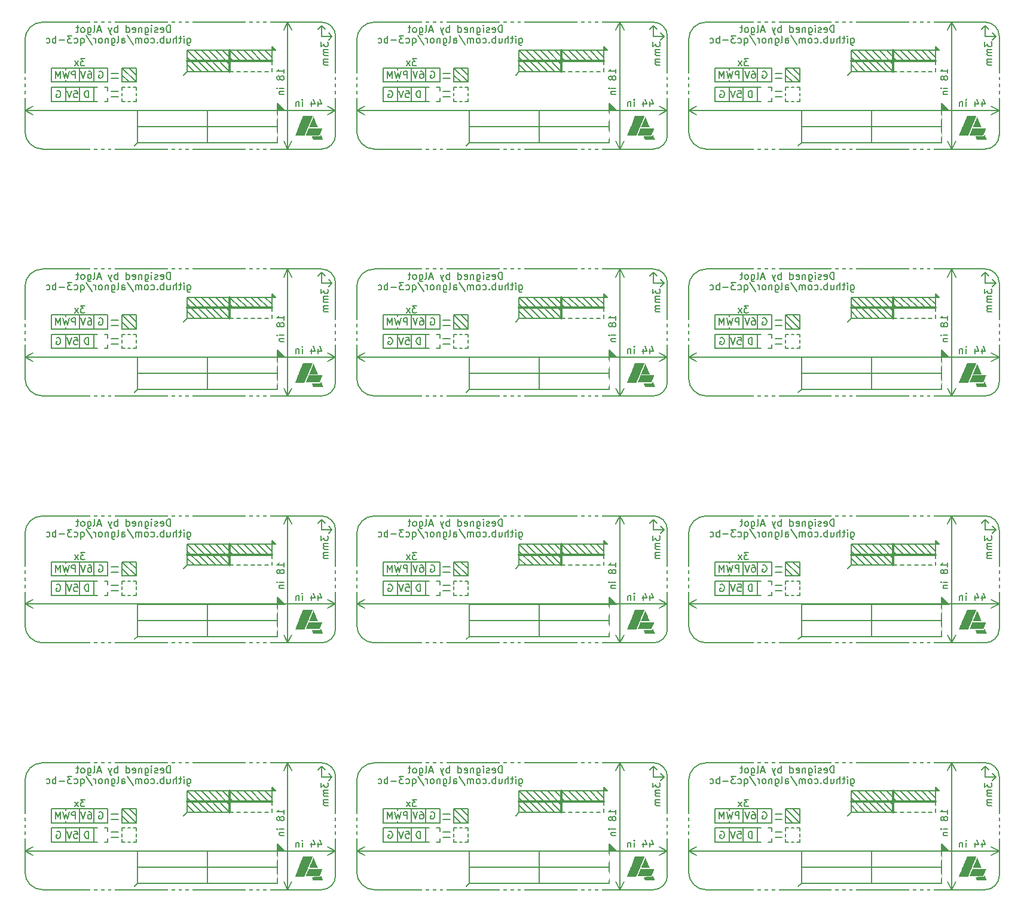
<source format=gbo>
%TF.GenerationSoftware,KiCad,Pcbnew,6.0.2*%
%TF.CreationDate,2022-03-13T21:00:17+01:00*%
%TF.ProjectId,panelized,70616e65-6c69-47a6-9564-2e6b69636164,rev?*%
%TF.SameCoordinates,Original*%
%TF.FileFunction,Legend,Bot*%
%TF.FilePolarity,Positive*%
%FSLAX46Y46*%
G04 Gerber Fmt 4.6, Leading zero omitted, Abs format (unit mm)*
G04 Created by KiCad (PCBNEW 6.0.2) date 2022-03-13 21:00:17*
%MOMM*%
%LPD*%
G01*
G04 APERTURE LIST*
%ADD10C,0.150000*%
%ADD11C,0.300000*%
%ADD12C,1.000000*%
%ADD13C,0.500000*%
%ADD14O,3.500000X3.500000*%
%ADD15R,2.000000X1.905000*%
%ADD16O,2.000000X1.905000*%
%ADD17C,1.100000*%
%ADD18O,1.900000X3.500000*%
%ADD19R,1.700000X1.700000*%
%ADD20O,1.700000X1.700000*%
%ADD21R,1.600000X1.600000*%
%ADD22O,1.600000X1.600000*%
%ADD23R,3.000000X3.000000*%
%ADD24C,3.000000*%
G04 APERTURE END LIST*
D10*
X163539484Y-157291727D02*
X163539484Y-157958393D01*
X163777580Y-156910774D02*
X164015675Y-157625060D01*
X163396627Y-157625060D01*
X162587103Y-157291727D02*
X162587103Y-157958393D01*
X162825199Y-156910774D02*
X163063294Y-157625060D01*
X162444246Y-157625060D01*
X161301389Y-157958393D02*
X161301389Y-157291727D01*
X161301389Y-156958393D02*
X161349008Y-157006013D01*
X161301389Y-157053632D01*
X161253770Y-157006013D01*
X161301389Y-156958393D01*
X161301389Y-157053632D01*
X160825199Y-157291727D02*
X160825199Y-157958393D01*
X160825199Y-157386965D02*
X160777580Y-157339346D01*
X160682342Y-157291727D01*
X160539484Y-157291727D01*
X160444246Y-157339346D01*
X160396627Y-157434584D01*
X160396627Y-157958393D01*
X122000011Y-159371013D02*
X122000011Y-157913593D01*
X166000011Y-159371013D02*
X166000011Y-157913593D01*
X122000011Y-158500013D02*
X166000011Y-158500013D01*
X122000011Y-158500013D02*
X166000011Y-158500013D01*
X122000011Y-158500013D02*
X123126515Y-159086434D01*
X122000011Y-158500013D02*
X123126515Y-157913592D01*
X166000011Y-158500013D02*
X164873507Y-157913592D01*
X166000011Y-158500013D02*
X164873507Y-159086434D01*
X116539477Y-157291727D02*
X116539477Y-157958393D01*
X116777573Y-156910774D02*
X117015668Y-157625060D01*
X116396620Y-157625060D01*
X115587096Y-157291727D02*
X115587096Y-157958393D01*
X115825192Y-156910774D02*
X116063287Y-157625060D01*
X115444239Y-157625060D01*
X114301382Y-157958393D02*
X114301382Y-157291727D01*
X114301382Y-156958393D02*
X114349001Y-157006013D01*
X114301382Y-157053632D01*
X114253763Y-157006013D01*
X114301382Y-156958393D01*
X114301382Y-157053632D01*
X113825192Y-157291727D02*
X113825192Y-157958393D01*
X113825192Y-157386965D02*
X113777573Y-157339346D01*
X113682335Y-157291727D01*
X113539477Y-157291727D01*
X113444239Y-157339346D01*
X113396620Y-157434584D01*
X113396620Y-157958393D01*
X75000004Y-159371013D02*
X75000004Y-157913593D01*
X119000004Y-159371013D02*
X119000004Y-157913593D01*
X75000004Y-158500013D02*
X119000004Y-158500013D01*
X75000004Y-158500013D02*
X119000004Y-158500013D01*
X75000004Y-158500013D02*
X76126508Y-159086434D01*
X75000004Y-158500013D02*
X76126508Y-157913592D01*
X119000004Y-158500013D02*
X117873500Y-157913592D01*
X119000004Y-158500013D02*
X117873500Y-159086434D01*
X69539470Y-157291727D02*
X69539470Y-157958393D01*
X69777566Y-156910774D02*
X70015661Y-157625060D01*
X69396613Y-157625060D01*
X68587089Y-157291727D02*
X68587089Y-157958393D01*
X68825185Y-156910774D02*
X69063280Y-157625060D01*
X68444232Y-157625060D01*
X67301375Y-157958393D02*
X67301375Y-157291727D01*
X67301375Y-156958393D02*
X67348994Y-157006013D01*
X67301375Y-157053632D01*
X67253756Y-157006013D01*
X67301375Y-156958393D01*
X67301375Y-157053632D01*
X66825185Y-157291727D02*
X66825185Y-157958393D01*
X66825185Y-157386965D02*
X66777566Y-157339346D01*
X66682328Y-157291727D01*
X66539470Y-157291727D01*
X66444232Y-157339346D01*
X66396613Y-157434584D01*
X66396613Y-157958393D01*
X27999997Y-159371013D02*
X27999997Y-157913593D01*
X71999997Y-159371013D02*
X71999997Y-157913593D01*
X27999997Y-158500013D02*
X71999997Y-158500013D01*
X27999997Y-158500013D02*
X71999997Y-158500013D01*
X27999997Y-158500013D02*
X29126501Y-159086434D01*
X27999997Y-158500013D02*
X29126501Y-157913592D01*
X71999997Y-158500013D02*
X70873493Y-157913592D01*
X71999997Y-158500013D02*
X70873493Y-159086434D01*
X163539484Y-122291722D02*
X163539484Y-122958388D01*
X163777580Y-121910769D02*
X164015675Y-122625055D01*
X163396627Y-122625055D01*
X162587103Y-122291722D02*
X162587103Y-122958388D01*
X162825199Y-121910769D02*
X163063294Y-122625055D01*
X162444246Y-122625055D01*
X161301389Y-122958388D02*
X161301389Y-122291722D01*
X161301389Y-121958388D02*
X161349008Y-122006008D01*
X161301389Y-122053627D01*
X161253770Y-122006008D01*
X161301389Y-121958388D01*
X161301389Y-122053627D01*
X160825199Y-122291722D02*
X160825199Y-122958388D01*
X160825199Y-122386960D02*
X160777580Y-122339341D01*
X160682342Y-122291722D01*
X160539484Y-122291722D01*
X160444246Y-122339341D01*
X160396627Y-122434579D01*
X160396627Y-122958388D01*
X122000011Y-124371008D02*
X122000011Y-122913588D01*
X166000011Y-124371008D02*
X166000011Y-122913588D01*
X122000011Y-123500008D02*
X166000011Y-123500008D01*
X122000011Y-123500008D02*
X166000011Y-123500008D01*
X122000011Y-123500008D02*
X123126515Y-124086429D01*
X122000011Y-123500008D02*
X123126515Y-122913587D01*
X166000011Y-123500008D02*
X164873507Y-122913587D01*
X166000011Y-123500008D02*
X164873507Y-124086429D01*
X116539477Y-122291722D02*
X116539477Y-122958388D01*
X116777573Y-121910769D02*
X117015668Y-122625055D01*
X116396620Y-122625055D01*
X115587096Y-122291722D02*
X115587096Y-122958388D01*
X115825192Y-121910769D02*
X116063287Y-122625055D01*
X115444239Y-122625055D01*
X114301382Y-122958388D02*
X114301382Y-122291722D01*
X114301382Y-121958388D02*
X114349001Y-122006008D01*
X114301382Y-122053627D01*
X114253763Y-122006008D01*
X114301382Y-121958388D01*
X114301382Y-122053627D01*
X113825192Y-122291722D02*
X113825192Y-122958388D01*
X113825192Y-122386960D02*
X113777573Y-122339341D01*
X113682335Y-122291722D01*
X113539477Y-122291722D01*
X113444239Y-122339341D01*
X113396620Y-122434579D01*
X113396620Y-122958388D01*
X75000004Y-124371008D02*
X75000004Y-122913588D01*
X119000004Y-124371008D02*
X119000004Y-122913588D01*
X75000004Y-123500008D02*
X119000004Y-123500008D01*
X75000004Y-123500008D02*
X119000004Y-123500008D01*
X75000004Y-123500008D02*
X76126508Y-124086429D01*
X75000004Y-123500008D02*
X76126508Y-122913587D01*
X119000004Y-123500008D02*
X117873500Y-122913587D01*
X119000004Y-123500008D02*
X117873500Y-124086429D01*
X69539470Y-122291722D02*
X69539470Y-122958388D01*
X69777566Y-121910769D02*
X70015661Y-122625055D01*
X69396613Y-122625055D01*
X68587089Y-122291722D02*
X68587089Y-122958388D01*
X68825185Y-121910769D02*
X69063280Y-122625055D01*
X68444232Y-122625055D01*
X67301375Y-122958388D02*
X67301375Y-122291722D01*
X67301375Y-121958388D02*
X67348994Y-122006008D01*
X67301375Y-122053627D01*
X67253756Y-122006008D01*
X67301375Y-121958388D01*
X67301375Y-122053627D01*
X66825185Y-122291722D02*
X66825185Y-122958388D01*
X66825185Y-122386960D02*
X66777566Y-122339341D01*
X66682328Y-122291722D01*
X66539470Y-122291722D01*
X66444232Y-122339341D01*
X66396613Y-122434579D01*
X66396613Y-122958388D01*
X27999997Y-124371008D02*
X27999997Y-122913588D01*
X71999997Y-124371008D02*
X71999997Y-122913588D01*
X27999997Y-123500008D02*
X71999997Y-123500008D01*
X27999997Y-123500008D02*
X71999997Y-123500008D01*
X27999997Y-123500008D02*
X29126501Y-124086429D01*
X27999997Y-123500008D02*
X29126501Y-122913587D01*
X71999997Y-123500008D02*
X70873493Y-122913587D01*
X71999997Y-123500008D02*
X70873493Y-124086429D01*
X163539484Y-87291717D02*
X163539484Y-87958383D01*
X163777580Y-86910764D02*
X164015675Y-87625050D01*
X163396627Y-87625050D01*
X162587103Y-87291717D02*
X162587103Y-87958383D01*
X162825199Y-86910764D02*
X163063294Y-87625050D01*
X162444246Y-87625050D01*
X161301389Y-87958383D02*
X161301389Y-87291717D01*
X161301389Y-86958383D02*
X161349008Y-87006003D01*
X161301389Y-87053622D01*
X161253770Y-87006003D01*
X161301389Y-86958383D01*
X161301389Y-87053622D01*
X160825199Y-87291717D02*
X160825199Y-87958383D01*
X160825199Y-87386955D02*
X160777580Y-87339336D01*
X160682342Y-87291717D01*
X160539484Y-87291717D01*
X160444246Y-87339336D01*
X160396627Y-87434574D01*
X160396627Y-87958383D01*
X122000011Y-89371003D02*
X122000011Y-87913583D01*
X166000011Y-89371003D02*
X166000011Y-87913583D01*
X122000011Y-88500003D02*
X166000011Y-88500003D01*
X122000011Y-88500003D02*
X166000011Y-88500003D01*
X122000011Y-88500003D02*
X123126515Y-89086424D01*
X122000011Y-88500003D02*
X123126515Y-87913582D01*
X166000011Y-88500003D02*
X164873507Y-87913582D01*
X166000011Y-88500003D02*
X164873507Y-89086424D01*
X116539477Y-87291717D02*
X116539477Y-87958383D01*
X116777573Y-86910764D02*
X117015668Y-87625050D01*
X116396620Y-87625050D01*
X115587096Y-87291717D02*
X115587096Y-87958383D01*
X115825192Y-86910764D02*
X116063287Y-87625050D01*
X115444239Y-87625050D01*
X114301382Y-87958383D02*
X114301382Y-87291717D01*
X114301382Y-86958383D02*
X114349001Y-87006003D01*
X114301382Y-87053622D01*
X114253763Y-87006003D01*
X114301382Y-86958383D01*
X114301382Y-87053622D01*
X113825192Y-87291717D02*
X113825192Y-87958383D01*
X113825192Y-87386955D02*
X113777573Y-87339336D01*
X113682335Y-87291717D01*
X113539477Y-87291717D01*
X113444239Y-87339336D01*
X113396620Y-87434574D01*
X113396620Y-87958383D01*
X75000004Y-89371003D02*
X75000004Y-87913583D01*
X119000004Y-89371003D02*
X119000004Y-87913583D01*
X75000004Y-88500003D02*
X119000004Y-88500003D01*
X75000004Y-88500003D02*
X119000004Y-88500003D01*
X75000004Y-88500003D02*
X76126508Y-89086424D01*
X75000004Y-88500003D02*
X76126508Y-87913582D01*
X119000004Y-88500003D02*
X117873500Y-87913582D01*
X119000004Y-88500003D02*
X117873500Y-89086424D01*
X69539470Y-52291712D02*
X69539470Y-52958378D01*
X69777566Y-51910759D02*
X70015661Y-52625045D01*
X69396613Y-52625045D01*
X68587089Y-52291712D02*
X68587089Y-52958378D01*
X68825185Y-51910759D02*
X69063280Y-52625045D01*
X68444232Y-52625045D01*
X67301375Y-52958378D02*
X67301375Y-52291712D01*
X67301375Y-51958378D02*
X67348994Y-52005998D01*
X67301375Y-52053617D01*
X67253756Y-52005998D01*
X67301375Y-51958378D01*
X67301375Y-52053617D01*
X66825185Y-52291712D02*
X66825185Y-52958378D01*
X66825185Y-52386950D02*
X66777566Y-52339331D01*
X66682328Y-52291712D01*
X66539470Y-52291712D01*
X66444232Y-52339331D01*
X66396613Y-52434569D01*
X66396613Y-52958378D01*
X27999997Y-54370998D02*
X27999997Y-52913578D01*
X71999997Y-54370998D02*
X71999997Y-52913578D01*
X27999997Y-53499998D02*
X71999997Y-53499998D01*
X27999997Y-53499998D02*
X71999997Y-53499998D01*
X27999997Y-53499998D02*
X29126501Y-54086419D01*
X27999997Y-53499998D02*
X29126501Y-52913577D01*
X71999997Y-53499998D02*
X70873493Y-52913577D01*
X71999997Y-53499998D02*
X70873493Y-54086419D01*
X69539470Y-87291717D02*
X69539470Y-87958383D01*
X69777566Y-86910764D02*
X70015661Y-87625050D01*
X69396613Y-87625050D01*
X68587089Y-87291717D02*
X68587089Y-87958383D01*
X68825185Y-86910764D02*
X69063280Y-87625050D01*
X68444232Y-87625050D01*
X67301375Y-87958383D02*
X67301375Y-87291717D01*
X67301375Y-86958383D02*
X67348994Y-87006003D01*
X67301375Y-87053622D01*
X67253756Y-87006003D01*
X67301375Y-86958383D01*
X67301375Y-87053622D01*
X66825185Y-87291717D02*
X66825185Y-87958383D01*
X66825185Y-87386955D02*
X66777566Y-87339336D01*
X66682328Y-87291717D01*
X66539470Y-87291717D01*
X66444232Y-87339336D01*
X66396613Y-87434574D01*
X66396613Y-87958383D01*
X27999997Y-89371003D02*
X27999997Y-87913583D01*
X71999997Y-89371003D02*
X71999997Y-87913583D01*
X27999997Y-88500003D02*
X71999997Y-88500003D01*
X27999997Y-88500003D02*
X71999997Y-88500003D01*
X27999997Y-88500003D02*
X29126501Y-89086424D01*
X27999997Y-88500003D02*
X29126501Y-87913582D01*
X71999997Y-88500003D02*
X70873493Y-87913582D01*
X71999997Y-88500003D02*
X70873493Y-89086424D01*
X163539484Y-52291712D02*
X163539484Y-52958378D01*
X163777580Y-51910759D02*
X164015675Y-52625045D01*
X163396627Y-52625045D01*
X162587103Y-52291712D02*
X162587103Y-52958378D01*
X162825199Y-51910759D02*
X163063294Y-52625045D01*
X162444246Y-52625045D01*
X161301389Y-52958378D02*
X161301389Y-52291712D01*
X161301389Y-51958378D02*
X161349008Y-52005998D01*
X161301389Y-52053617D01*
X161253770Y-52005998D01*
X161301389Y-51958378D01*
X161301389Y-52053617D01*
X160825199Y-52291712D02*
X160825199Y-52958378D01*
X160825199Y-52386950D02*
X160777580Y-52339331D01*
X160682342Y-52291712D01*
X160539484Y-52291712D01*
X160444246Y-52339331D01*
X160396627Y-52434569D01*
X160396627Y-52958378D01*
X122000011Y-54370998D02*
X122000011Y-52913578D01*
X166000011Y-54370998D02*
X166000011Y-52913578D01*
X122000011Y-53499998D02*
X166000011Y-53499998D01*
X122000011Y-53499998D02*
X166000011Y-53499998D01*
X122000011Y-53499998D02*
X123126515Y-54086419D01*
X122000011Y-53499998D02*
X123126515Y-52913577D01*
X166000011Y-53499998D02*
X164873507Y-52913577D01*
X166000011Y-53499998D02*
X164873507Y-54086419D01*
X116539477Y-52291712D02*
X116539477Y-52958378D01*
X116777573Y-51910759D02*
X117015668Y-52625045D01*
X116396620Y-52625045D01*
X115587096Y-52291712D02*
X115587096Y-52958378D01*
X115825192Y-51910759D02*
X116063287Y-52625045D01*
X115444239Y-52625045D01*
X114301382Y-52958378D02*
X114301382Y-52291712D01*
X114301382Y-51958378D02*
X114349001Y-52005998D01*
X114301382Y-52053617D01*
X114253763Y-52005998D01*
X114301382Y-51958378D01*
X114301382Y-52053617D01*
X113825192Y-52291712D02*
X113825192Y-52958378D01*
X113825192Y-52386950D02*
X113777573Y-52339331D01*
X113682335Y-52291712D01*
X113539477Y-52291712D01*
X113444239Y-52339331D01*
X113396620Y-52434569D01*
X113396620Y-52958378D01*
X75000004Y-54370998D02*
X75000004Y-52913578D01*
X119000004Y-54370998D02*
X119000004Y-52913578D01*
X75000004Y-53499998D02*
X119000004Y-53499998D01*
X75000004Y-53499998D02*
X119000004Y-53499998D01*
X75000004Y-53499998D02*
X76126508Y-54086419D01*
X75000004Y-53499998D02*
X76126508Y-52913577D01*
X119000004Y-53499998D02*
X117873500Y-52913577D01*
X119000004Y-53499998D02*
X117873500Y-54086419D01*
X158702391Y-153238108D02*
X158702391Y-152666679D01*
X158702391Y-152952393D02*
X157702391Y-152952393D01*
X157845249Y-152857155D01*
X157940487Y-152761917D01*
X157988106Y-152666679D01*
X158130963Y-153809536D02*
X158083344Y-153714298D01*
X158035725Y-153666679D01*
X157940487Y-153619060D01*
X157892868Y-153619060D01*
X157797630Y-153666679D01*
X157750011Y-153714298D01*
X157702391Y-153809536D01*
X157702391Y-154000013D01*
X157750011Y-154095251D01*
X157797630Y-154142870D01*
X157892868Y-154190489D01*
X157940487Y-154190489D01*
X158035725Y-154142870D01*
X158083344Y-154095251D01*
X158130963Y-154000013D01*
X158130963Y-153809536D01*
X158178582Y-153714298D01*
X158226201Y-153666679D01*
X158321439Y-153619060D01*
X158511915Y-153619060D01*
X158607153Y-153666679D01*
X158654772Y-153714298D01*
X158702391Y-153809536D01*
X158702391Y-154000013D01*
X158654772Y-154095251D01*
X158607153Y-154142870D01*
X158511915Y-154190489D01*
X158321439Y-154190489D01*
X158226201Y-154142870D01*
X158178582Y-154095251D01*
X158130963Y-154000013D01*
X158702391Y-155380965D02*
X158035725Y-155380965D01*
X157702391Y-155380965D02*
X157750011Y-155333346D01*
X157797630Y-155380965D01*
X157750011Y-155428584D01*
X157702391Y-155380965D01*
X157797630Y-155380965D01*
X158035725Y-155857155D02*
X158702391Y-155857155D01*
X158130963Y-155857155D02*
X158083344Y-155904774D01*
X158035725Y-156000013D01*
X158035725Y-156142870D01*
X158083344Y-156238108D01*
X158178582Y-156285727D01*
X158702391Y-156285727D01*
X158750011Y-146000013D02*
X158648592Y-146000013D01*
X158750011Y-164000013D02*
X158648592Y-164000013D01*
X159235012Y-146000013D02*
X159235012Y-164000013D01*
X159235012Y-146000013D02*
X159235012Y-164000013D01*
X159235012Y-146000013D02*
X158648591Y-147126517D01*
X159235012Y-146000013D02*
X159821433Y-147126517D01*
X159235012Y-164000013D02*
X159821433Y-162873509D01*
X159235012Y-164000013D02*
X158648591Y-162873509D01*
X111702384Y-153238108D02*
X111702384Y-152666679D01*
X111702384Y-152952393D02*
X110702384Y-152952393D01*
X110845242Y-152857155D01*
X110940480Y-152761917D01*
X110988099Y-152666679D01*
X111130956Y-153809536D02*
X111083337Y-153714298D01*
X111035718Y-153666679D01*
X110940480Y-153619060D01*
X110892861Y-153619060D01*
X110797623Y-153666679D01*
X110750004Y-153714298D01*
X110702384Y-153809536D01*
X110702384Y-154000013D01*
X110750004Y-154095251D01*
X110797623Y-154142870D01*
X110892861Y-154190489D01*
X110940480Y-154190489D01*
X111035718Y-154142870D01*
X111083337Y-154095251D01*
X111130956Y-154000013D01*
X111130956Y-153809536D01*
X111178575Y-153714298D01*
X111226194Y-153666679D01*
X111321432Y-153619060D01*
X111511908Y-153619060D01*
X111607146Y-153666679D01*
X111654765Y-153714298D01*
X111702384Y-153809536D01*
X111702384Y-154000013D01*
X111654765Y-154095251D01*
X111607146Y-154142870D01*
X111511908Y-154190489D01*
X111321432Y-154190489D01*
X111226194Y-154142870D01*
X111178575Y-154095251D01*
X111130956Y-154000013D01*
X111702384Y-155380965D02*
X111035718Y-155380965D01*
X110702384Y-155380965D02*
X110750004Y-155333346D01*
X110797623Y-155380965D01*
X110750004Y-155428584D01*
X110702384Y-155380965D01*
X110797623Y-155380965D01*
X111035718Y-155857155D02*
X111702384Y-155857155D01*
X111130956Y-155857155D02*
X111083337Y-155904774D01*
X111035718Y-156000013D01*
X111035718Y-156142870D01*
X111083337Y-156238108D01*
X111178575Y-156285727D01*
X111702384Y-156285727D01*
X111750004Y-146000013D02*
X111648585Y-146000013D01*
X111750004Y-164000013D02*
X111648585Y-164000013D01*
X112235005Y-146000013D02*
X112235005Y-164000013D01*
X112235005Y-146000013D02*
X112235005Y-164000013D01*
X112235005Y-146000013D02*
X111648584Y-147126517D01*
X112235005Y-146000013D02*
X112821426Y-147126517D01*
X112235005Y-164000013D02*
X112821426Y-162873509D01*
X112235005Y-164000013D02*
X111648584Y-162873509D01*
X64702377Y-153238108D02*
X64702377Y-152666679D01*
X64702377Y-152952393D02*
X63702377Y-152952393D01*
X63845235Y-152857155D01*
X63940473Y-152761917D01*
X63988092Y-152666679D01*
X64130949Y-153809536D02*
X64083330Y-153714298D01*
X64035711Y-153666679D01*
X63940473Y-153619060D01*
X63892854Y-153619060D01*
X63797616Y-153666679D01*
X63749997Y-153714298D01*
X63702377Y-153809536D01*
X63702377Y-154000013D01*
X63749997Y-154095251D01*
X63797616Y-154142870D01*
X63892854Y-154190489D01*
X63940473Y-154190489D01*
X64035711Y-154142870D01*
X64083330Y-154095251D01*
X64130949Y-154000013D01*
X64130949Y-153809536D01*
X64178568Y-153714298D01*
X64226187Y-153666679D01*
X64321425Y-153619060D01*
X64511901Y-153619060D01*
X64607139Y-153666679D01*
X64654758Y-153714298D01*
X64702377Y-153809536D01*
X64702377Y-154000013D01*
X64654758Y-154095251D01*
X64607139Y-154142870D01*
X64511901Y-154190489D01*
X64321425Y-154190489D01*
X64226187Y-154142870D01*
X64178568Y-154095251D01*
X64130949Y-154000013D01*
X64702377Y-155380965D02*
X64035711Y-155380965D01*
X63702377Y-155380965D02*
X63749997Y-155333346D01*
X63797616Y-155380965D01*
X63749997Y-155428584D01*
X63702377Y-155380965D01*
X63797616Y-155380965D01*
X64035711Y-155857155D02*
X64702377Y-155857155D01*
X64130949Y-155857155D02*
X64083330Y-155904774D01*
X64035711Y-156000013D01*
X64035711Y-156142870D01*
X64083330Y-156238108D01*
X64178568Y-156285727D01*
X64702377Y-156285727D01*
X64749997Y-146000013D02*
X64648578Y-146000013D01*
X64749997Y-164000013D02*
X64648578Y-164000013D01*
X65234998Y-146000013D02*
X65234998Y-164000013D01*
X65234998Y-146000013D02*
X65234998Y-164000013D01*
X65234998Y-146000013D02*
X64648577Y-147126517D01*
X65234998Y-146000013D02*
X65821419Y-147126517D01*
X65234998Y-164000013D02*
X65821419Y-162873509D01*
X65234998Y-164000013D02*
X64648577Y-162873509D01*
X158702391Y-118238103D02*
X158702391Y-117666674D01*
X158702391Y-117952388D02*
X157702391Y-117952388D01*
X157845249Y-117857150D01*
X157940487Y-117761912D01*
X157988106Y-117666674D01*
X158130963Y-118809531D02*
X158083344Y-118714293D01*
X158035725Y-118666674D01*
X157940487Y-118619055D01*
X157892868Y-118619055D01*
X157797630Y-118666674D01*
X157750011Y-118714293D01*
X157702391Y-118809531D01*
X157702391Y-119000008D01*
X157750011Y-119095246D01*
X157797630Y-119142865D01*
X157892868Y-119190484D01*
X157940487Y-119190484D01*
X158035725Y-119142865D01*
X158083344Y-119095246D01*
X158130963Y-119000008D01*
X158130963Y-118809531D01*
X158178582Y-118714293D01*
X158226201Y-118666674D01*
X158321439Y-118619055D01*
X158511915Y-118619055D01*
X158607153Y-118666674D01*
X158654772Y-118714293D01*
X158702391Y-118809531D01*
X158702391Y-119000008D01*
X158654772Y-119095246D01*
X158607153Y-119142865D01*
X158511915Y-119190484D01*
X158321439Y-119190484D01*
X158226201Y-119142865D01*
X158178582Y-119095246D01*
X158130963Y-119000008D01*
X158702391Y-120380960D02*
X158035725Y-120380960D01*
X157702391Y-120380960D02*
X157750011Y-120333341D01*
X157797630Y-120380960D01*
X157750011Y-120428579D01*
X157702391Y-120380960D01*
X157797630Y-120380960D01*
X158035725Y-120857150D02*
X158702391Y-120857150D01*
X158130963Y-120857150D02*
X158083344Y-120904769D01*
X158035725Y-121000008D01*
X158035725Y-121142865D01*
X158083344Y-121238103D01*
X158178582Y-121285722D01*
X158702391Y-121285722D01*
X158750011Y-111000008D02*
X158648592Y-111000008D01*
X158750011Y-129000008D02*
X158648592Y-129000008D01*
X159235012Y-111000008D02*
X159235012Y-129000008D01*
X159235012Y-111000008D02*
X159235012Y-129000008D01*
X159235012Y-111000008D02*
X158648591Y-112126512D01*
X159235012Y-111000008D02*
X159821433Y-112126512D01*
X159235012Y-129000008D02*
X159821433Y-127873504D01*
X159235012Y-129000008D02*
X158648591Y-127873504D01*
X111702384Y-118238103D02*
X111702384Y-117666674D01*
X111702384Y-117952388D02*
X110702384Y-117952388D01*
X110845242Y-117857150D01*
X110940480Y-117761912D01*
X110988099Y-117666674D01*
X111130956Y-118809531D02*
X111083337Y-118714293D01*
X111035718Y-118666674D01*
X110940480Y-118619055D01*
X110892861Y-118619055D01*
X110797623Y-118666674D01*
X110750004Y-118714293D01*
X110702384Y-118809531D01*
X110702384Y-119000008D01*
X110750004Y-119095246D01*
X110797623Y-119142865D01*
X110892861Y-119190484D01*
X110940480Y-119190484D01*
X111035718Y-119142865D01*
X111083337Y-119095246D01*
X111130956Y-119000008D01*
X111130956Y-118809531D01*
X111178575Y-118714293D01*
X111226194Y-118666674D01*
X111321432Y-118619055D01*
X111511908Y-118619055D01*
X111607146Y-118666674D01*
X111654765Y-118714293D01*
X111702384Y-118809531D01*
X111702384Y-119000008D01*
X111654765Y-119095246D01*
X111607146Y-119142865D01*
X111511908Y-119190484D01*
X111321432Y-119190484D01*
X111226194Y-119142865D01*
X111178575Y-119095246D01*
X111130956Y-119000008D01*
X111702384Y-120380960D02*
X111035718Y-120380960D01*
X110702384Y-120380960D02*
X110750004Y-120333341D01*
X110797623Y-120380960D01*
X110750004Y-120428579D01*
X110702384Y-120380960D01*
X110797623Y-120380960D01*
X111035718Y-120857150D02*
X111702384Y-120857150D01*
X111130956Y-120857150D02*
X111083337Y-120904769D01*
X111035718Y-121000008D01*
X111035718Y-121142865D01*
X111083337Y-121238103D01*
X111178575Y-121285722D01*
X111702384Y-121285722D01*
X111750004Y-111000008D02*
X111648585Y-111000008D01*
X111750004Y-129000008D02*
X111648585Y-129000008D01*
X112235005Y-111000008D02*
X112235005Y-129000008D01*
X112235005Y-111000008D02*
X112235005Y-129000008D01*
X112235005Y-111000008D02*
X111648584Y-112126512D01*
X112235005Y-111000008D02*
X112821426Y-112126512D01*
X112235005Y-129000008D02*
X112821426Y-127873504D01*
X112235005Y-129000008D02*
X111648584Y-127873504D01*
X64702377Y-118238103D02*
X64702377Y-117666674D01*
X64702377Y-117952388D02*
X63702377Y-117952388D01*
X63845235Y-117857150D01*
X63940473Y-117761912D01*
X63988092Y-117666674D01*
X64130949Y-118809531D02*
X64083330Y-118714293D01*
X64035711Y-118666674D01*
X63940473Y-118619055D01*
X63892854Y-118619055D01*
X63797616Y-118666674D01*
X63749997Y-118714293D01*
X63702377Y-118809531D01*
X63702377Y-119000008D01*
X63749997Y-119095246D01*
X63797616Y-119142865D01*
X63892854Y-119190484D01*
X63940473Y-119190484D01*
X64035711Y-119142865D01*
X64083330Y-119095246D01*
X64130949Y-119000008D01*
X64130949Y-118809531D01*
X64178568Y-118714293D01*
X64226187Y-118666674D01*
X64321425Y-118619055D01*
X64511901Y-118619055D01*
X64607139Y-118666674D01*
X64654758Y-118714293D01*
X64702377Y-118809531D01*
X64702377Y-119000008D01*
X64654758Y-119095246D01*
X64607139Y-119142865D01*
X64511901Y-119190484D01*
X64321425Y-119190484D01*
X64226187Y-119142865D01*
X64178568Y-119095246D01*
X64130949Y-119000008D01*
X64702377Y-120380960D02*
X64035711Y-120380960D01*
X63702377Y-120380960D02*
X63749997Y-120333341D01*
X63797616Y-120380960D01*
X63749997Y-120428579D01*
X63702377Y-120380960D01*
X63797616Y-120380960D01*
X64035711Y-120857150D02*
X64702377Y-120857150D01*
X64130949Y-120857150D02*
X64083330Y-120904769D01*
X64035711Y-121000008D01*
X64035711Y-121142865D01*
X64083330Y-121238103D01*
X64178568Y-121285722D01*
X64702377Y-121285722D01*
X64749997Y-111000008D02*
X64648578Y-111000008D01*
X64749997Y-129000008D02*
X64648578Y-129000008D01*
X65234998Y-111000008D02*
X65234998Y-129000008D01*
X65234998Y-111000008D02*
X65234998Y-129000008D01*
X65234998Y-111000008D02*
X64648577Y-112126512D01*
X65234998Y-111000008D02*
X65821419Y-112126512D01*
X65234998Y-129000008D02*
X65821419Y-127873504D01*
X65234998Y-129000008D02*
X64648577Y-127873504D01*
X158702391Y-83238098D02*
X158702391Y-82666669D01*
X158702391Y-82952383D02*
X157702391Y-82952383D01*
X157845249Y-82857145D01*
X157940487Y-82761907D01*
X157988106Y-82666669D01*
X158130963Y-83809526D02*
X158083344Y-83714288D01*
X158035725Y-83666669D01*
X157940487Y-83619050D01*
X157892868Y-83619050D01*
X157797630Y-83666669D01*
X157750011Y-83714288D01*
X157702391Y-83809526D01*
X157702391Y-84000003D01*
X157750011Y-84095241D01*
X157797630Y-84142860D01*
X157892868Y-84190479D01*
X157940487Y-84190479D01*
X158035725Y-84142860D01*
X158083344Y-84095241D01*
X158130963Y-84000003D01*
X158130963Y-83809526D01*
X158178582Y-83714288D01*
X158226201Y-83666669D01*
X158321439Y-83619050D01*
X158511915Y-83619050D01*
X158607153Y-83666669D01*
X158654772Y-83714288D01*
X158702391Y-83809526D01*
X158702391Y-84000003D01*
X158654772Y-84095241D01*
X158607153Y-84142860D01*
X158511915Y-84190479D01*
X158321439Y-84190479D01*
X158226201Y-84142860D01*
X158178582Y-84095241D01*
X158130963Y-84000003D01*
X158702391Y-85380955D02*
X158035725Y-85380955D01*
X157702391Y-85380955D02*
X157750011Y-85333336D01*
X157797630Y-85380955D01*
X157750011Y-85428574D01*
X157702391Y-85380955D01*
X157797630Y-85380955D01*
X158035725Y-85857145D02*
X158702391Y-85857145D01*
X158130963Y-85857145D02*
X158083344Y-85904764D01*
X158035725Y-86000003D01*
X158035725Y-86142860D01*
X158083344Y-86238098D01*
X158178582Y-86285717D01*
X158702391Y-86285717D01*
X158750011Y-76000003D02*
X158648592Y-76000003D01*
X158750011Y-94000003D02*
X158648592Y-94000003D01*
X159235012Y-76000003D02*
X159235012Y-94000003D01*
X159235012Y-76000003D02*
X159235012Y-94000003D01*
X159235012Y-76000003D02*
X158648591Y-77126507D01*
X159235012Y-76000003D02*
X159821433Y-77126507D01*
X159235012Y-94000003D02*
X159821433Y-92873499D01*
X159235012Y-94000003D02*
X158648591Y-92873499D01*
X111702384Y-83238098D02*
X111702384Y-82666669D01*
X111702384Y-82952383D02*
X110702384Y-82952383D01*
X110845242Y-82857145D01*
X110940480Y-82761907D01*
X110988099Y-82666669D01*
X111130956Y-83809526D02*
X111083337Y-83714288D01*
X111035718Y-83666669D01*
X110940480Y-83619050D01*
X110892861Y-83619050D01*
X110797623Y-83666669D01*
X110750004Y-83714288D01*
X110702384Y-83809526D01*
X110702384Y-84000003D01*
X110750004Y-84095241D01*
X110797623Y-84142860D01*
X110892861Y-84190479D01*
X110940480Y-84190479D01*
X111035718Y-84142860D01*
X111083337Y-84095241D01*
X111130956Y-84000003D01*
X111130956Y-83809526D01*
X111178575Y-83714288D01*
X111226194Y-83666669D01*
X111321432Y-83619050D01*
X111511908Y-83619050D01*
X111607146Y-83666669D01*
X111654765Y-83714288D01*
X111702384Y-83809526D01*
X111702384Y-84000003D01*
X111654765Y-84095241D01*
X111607146Y-84142860D01*
X111511908Y-84190479D01*
X111321432Y-84190479D01*
X111226194Y-84142860D01*
X111178575Y-84095241D01*
X111130956Y-84000003D01*
X111702384Y-85380955D02*
X111035718Y-85380955D01*
X110702384Y-85380955D02*
X110750004Y-85333336D01*
X110797623Y-85380955D01*
X110750004Y-85428574D01*
X110702384Y-85380955D01*
X110797623Y-85380955D01*
X111035718Y-85857145D02*
X111702384Y-85857145D01*
X111130956Y-85857145D02*
X111083337Y-85904764D01*
X111035718Y-86000003D01*
X111035718Y-86142860D01*
X111083337Y-86238098D01*
X111178575Y-86285717D01*
X111702384Y-86285717D01*
X111750004Y-76000003D02*
X111648585Y-76000003D01*
X111750004Y-94000003D02*
X111648585Y-94000003D01*
X112235005Y-76000003D02*
X112235005Y-94000003D01*
X112235005Y-76000003D02*
X112235005Y-94000003D01*
X112235005Y-76000003D02*
X111648584Y-77126507D01*
X112235005Y-76000003D02*
X112821426Y-77126507D01*
X112235005Y-94000003D02*
X112821426Y-92873499D01*
X112235005Y-94000003D02*
X111648584Y-92873499D01*
X64702377Y-48238093D02*
X64702377Y-47666664D01*
X64702377Y-47952378D02*
X63702377Y-47952378D01*
X63845235Y-47857140D01*
X63940473Y-47761902D01*
X63988092Y-47666664D01*
X64130949Y-48809521D02*
X64083330Y-48714283D01*
X64035711Y-48666664D01*
X63940473Y-48619045D01*
X63892854Y-48619045D01*
X63797616Y-48666664D01*
X63749997Y-48714283D01*
X63702377Y-48809521D01*
X63702377Y-48999998D01*
X63749997Y-49095236D01*
X63797616Y-49142855D01*
X63892854Y-49190474D01*
X63940473Y-49190474D01*
X64035711Y-49142855D01*
X64083330Y-49095236D01*
X64130949Y-48999998D01*
X64130949Y-48809521D01*
X64178568Y-48714283D01*
X64226187Y-48666664D01*
X64321425Y-48619045D01*
X64511901Y-48619045D01*
X64607139Y-48666664D01*
X64654758Y-48714283D01*
X64702377Y-48809521D01*
X64702377Y-48999998D01*
X64654758Y-49095236D01*
X64607139Y-49142855D01*
X64511901Y-49190474D01*
X64321425Y-49190474D01*
X64226187Y-49142855D01*
X64178568Y-49095236D01*
X64130949Y-48999998D01*
X64702377Y-50380950D02*
X64035711Y-50380950D01*
X63702377Y-50380950D02*
X63749997Y-50333331D01*
X63797616Y-50380950D01*
X63749997Y-50428569D01*
X63702377Y-50380950D01*
X63797616Y-50380950D01*
X64035711Y-50857140D02*
X64702377Y-50857140D01*
X64130949Y-50857140D02*
X64083330Y-50904759D01*
X64035711Y-50999998D01*
X64035711Y-51142855D01*
X64083330Y-51238093D01*
X64178568Y-51285712D01*
X64702377Y-51285712D01*
X64749997Y-40999998D02*
X64648578Y-40999998D01*
X64749997Y-58999998D02*
X64648578Y-58999998D01*
X65234998Y-40999998D02*
X65234998Y-58999998D01*
X65234998Y-40999998D02*
X65234998Y-58999998D01*
X65234998Y-40999998D02*
X64648577Y-42126502D01*
X65234998Y-40999998D02*
X65821419Y-42126502D01*
X65234998Y-58999998D02*
X65821419Y-57873494D01*
X65234998Y-58999998D02*
X64648577Y-57873494D01*
X64702377Y-83238098D02*
X64702377Y-82666669D01*
X64702377Y-82952383D02*
X63702377Y-82952383D01*
X63845235Y-82857145D01*
X63940473Y-82761907D01*
X63988092Y-82666669D01*
X64130949Y-83809526D02*
X64083330Y-83714288D01*
X64035711Y-83666669D01*
X63940473Y-83619050D01*
X63892854Y-83619050D01*
X63797616Y-83666669D01*
X63749997Y-83714288D01*
X63702377Y-83809526D01*
X63702377Y-84000003D01*
X63749997Y-84095241D01*
X63797616Y-84142860D01*
X63892854Y-84190479D01*
X63940473Y-84190479D01*
X64035711Y-84142860D01*
X64083330Y-84095241D01*
X64130949Y-84000003D01*
X64130949Y-83809526D01*
X64178568Y-83714288D01*
X64226187Y-83666669D01*
X64321425Y-83619050D01*
X64511901Y-83619050D01*
X64607139Y-83666669D01*
X64654758Y-83714288D01*
X64702377Y-83809526D01*
X64702377Y-84000003D01*
X64654758Y-84095241D01*
X64607139Y-84142860D01*
X64511901Y-84190479D01*
X64321425Y-84190479D01*
X64226187Y-84142860D01*
X64178568Y-84095241D01*
X64130949Y-84000003D01*
X64702377Y-85380955D02*
X64035711Y-85380955D01*
X63702377Y-85380955D02*
X63749997Y-85333336D01*
X63797616Y-85380955D01*
X63749997Y-85428574D01*
X63702377Y-85380955D01*
X63797616Y-85380955D01*
X64035711Y-85857145D02*
X64702377Y-85857145D01*
X64130949Y-85857145D02*
X64083330Y-85904764D01*
X64035711Y-86000003D01*
X64035711Y-86142860D01*
X64083330Y-86238098D01*
X64178568Y-86285717D01*
X64702377Y-86285717D01*
X64749997Y-76000003D02*
X64648578Y-76000003D01*
X64749997Y-94000003D02*
X64648578Y-94000003D01*
X65234998Y-76000003D02*
X65234998Y-94000003D01*
X65234998Y-76000003D02*
X65234998Y-94000003D01*
X65234998Y-76000003D02*
X64648577Y-77126507D01*
X65234998Y-76000003D02*
X65821419Y-77126507D01*
X65234998Y-94000003D02*
X65821419Y-92873499D01*
X65234998Y-94000003D02*
X64648577Y-92873499D01*
X158702391Y-48238093D02*
X158702391Y-47666664D01*
X158702391Y-47952378D02*
X157702391Y-47952378D01*
X157845249Y-47857140D01*
X157940487Y-47761902D01*
X157988106Y-47666664D01*
X158130963Y-48809521D02*
X158083344Y-48714283D01*
X158035725Y-48666664D01*
X157940487Y-48619045D01*
X157892868Y-48619045D01*
X157797630Y-48666664D01*
X157750011Y-48714283D01*
X157702391Y-48809521D01*
X157702391Y-48999998D01*
X157750011Y-49095236D01*
X157797630Y-49142855D01*
X157892868Y-49190474D01*
X157940487Y-49190474D01*
X158035725Y-49142855D01*
X158083344Y-49095236D01*
X158130963Y-48999998D01*
X158130963Y-48809521D01*
X158178582Y-48714283D01*
X158226201Y-48666664D01*
X158321439Y-48619045D01*
X158511915Y-48619045D01*
X158607153Y-48666664D01*
X158654772Y-48714283D01*
X158702391Y-48809521D01*
X158702391Y-48999998D01*
X158654772Y-49095236D01*
X158607153Y-49142855D01*
X158511915Y-49190474D01*
X158321439Y-49190474D01*
X158226201Y-49142855D01*
X158178582Y-49095236D01*
X158130963Y-48999998D01*
X158702391Y-50380950D02*
X158035725Y-50380950D01*
X157702391Y-50380950D02*
X157750011Y-50333331D01*
X157797630Y-50380950D01*
X157750011Y-50428569D01*
X157702391Y-50380950D01*
X157797630Y-50380950D01*
X158035725Y-50857140D02*
X158702391Y-50857140D01*
X158130963Y-50857140D02*
X158083344Y-50904759D01*
X158035725Y-50999998D01*
X158035725Y-51142855D01*
X158083344Y-51238093D01*
X158178582Y-51285712D01*
X158702391Y-51285712D01*
X158750011Y-40999998D02*
X158648592Y-40999998D01*
X158750011Y-58999998D02*
X158648592Y-58999998D01*
X159235012Y-40999998D02*
X159235012Y-58999998D01*
X159235012Y-40999998D02*
X159235012Y-58999998D01*
X159235012Y-40999998D02*
X158648591Y-42126502D01*
X159235012Y-40999998D02*
X159821433Y-42126502D01*
X159235012Y-58999998D02*
X159821433Y-57873494D01*
X159235012Y-58999998D02*
X158648591Y-57873494D01*
X111702384Y-48238093D02*
X111702384Y-47666664D01*
X111702384Y-47952378D02*
X110702384Y-47952378D01*
X110845242Y-47857140D01*
X110940480Y-47761902D01*
X110988099Y-47666664D01*
X111130956Y-48809521D02*
X111083337Y-48714283D01*
X111035718Y-48666664D01*
X110940480Y-48619045D01*
X110892861Y-48619045D01*
X110797623Y-48666664D01*
X110750004Y-48714283D01*
X110702384Y-48809521D01*
X110702384Y-48999998D01*
X110750004Y-49095236D01*
X110797623Y-49142855D01*
X110892861Y-49190474D01*
X110940480Y-49190474D01*
X111035718Y-49142855D01*
X111083337Y-49095236D01*
X111130956Y-48999998D01*
X111130956Y-48809521D01*
X111178575Y-48714283D01*
X111226194Y-48666664D01*
X111321432Y-48619045D01*
X111511908Y-48619045D01*
X111607146Y-48666664D01*
X111654765Y-48714283D01*
X111702384Y-48809521D01*
X111702384Y-48999998D01*
X111654765Y-49095236D01*
X111607146Y-49142855D01*
X111511908Y-49190474D01*
X111321432Y-49190474D01*
X111226194Y-49142855D01*
X111178575Y-49095236D01*
X111130956Y-48999998D01*
X111702384Y-50380950D02*
X111035718Y-50380950D01*
X110702384Y-50380950D02*
X110750004Y-50333331D01*
X110797623Y-50380950D01*
X110750004Y-50428569D01*
X110702384Y-50380950D01*
X110797623Y-50380950D01*
X111035718Y-50857140D02*
X111702384Y-50857140D01*
X111130956Y-50857140D02*
X111083337Y-50904759D01*
X111035718Y-50999998D01*
X111035718Y-51142855D01*
X111083337Y-51238093D01*
X111178575Y-51285712D01*
X111702384Y-51285712D01*
X111750004Y-40999998D02*
X111648585Y-40999998D01*
X111750004Y-58999998D02*
X111648585Y-58999998D01*
X112235005Y-40999998D02*
X112235005Y-58999998D01*
X112235005Y-40999998D02*
X112235005Y-58999998D01*
X112235005Y-40999998D02*
X111648584Y-42126502D01*
X112235005Y-40999998D02*
X112821426Y-42126502D01*
X112235005Y-58999998D02*
X112821426Y-57873494D01*
X112235005Y-58999998D02*
X111648584Y-57873494D01*
X144988106Y-148285727D02*
X144988106Y-149095251D01*
X145035725Y-149190489D01*
X145083344Y-149238108D01*
X145178582Y-149285727D01*
X145321439Y-149285727D01*
X145416677Y-149238108D01*
X144988106Y-148904774D02*
X145083344Y-148952393D01*
X145273820Y-148952393D01*
X145369058Y-148904774D01*
X145416677Y-148857155D01*
X145464296Y-148761917D01*
X145464296Y-148476203D01*
X145416677Y-148380965D01*
X145369058Y-148333346D01*
X145273820Y-148285727D01*
X145083344Y-148285727D01*
X144988106Y-148333346D01*
X144511915Y-148952393D02*
X144511915Y-148285727D01*
X144511915Y-147952393D02*
X144559534Y-148000013D01*
X144511915Y-148047632D01*
X144464296Y-148000013D01*
X144511915Y-147952393D01*
X144511915Y-148047632D01*
X144178582Y-148285727D02*
X143797630Y-148285727D01*
X144035725Y-147952393D02*
X144035725Y-148809536D01*
X143988106Y-148904774D01*
X143892868Y-148952393D01*
X143797630Y-148952393D01*
X143464296Y-148952393D02*
X143464296Y-147952393D01*
X143035725Y-148952393D02*
X143035725Y-148428584D01*
X143083344Y-148333346D01*
X143178582Y-148285727D01*
X143321439Y-148285727D01*
X143416677Y-148333346D01*
X143464296Y-148380965D01*
X142130963Y-148285727D02*
X142130963Y-148952393D01*
X142559534Y-148285727D02*
X142559534Y-148809536D01*
X142511915Y-148904774D01*
X142416677Y-148952393D01*
X142273820Y-148952393D01*
X142178582Y-148904774D01*
X142130963Y-148857155D01*
X141654772Y-148952393D02*
X141654772Y-147952393D01*
X141654772Y-148333346D02*
X141559534Y-148285727D01*
X141369058Y-148285727D01*
X141273820Y-148333346D01*
X141226201Y-148380965D01*
X141178582Y-148476203D01*
X141178582Y-148761917D01*
X141226201Y-148857155D01*
X141273820Y-148904774D01*
X141369058Y-148952393D01*
X141559534Y-148952393D01*
X141654772Y-148904774D01*
X140750011Y-148857155D02*
X140702391Y-148904774D01*
X140750011Y-148952393D01*
X140797630Y-148904774D01*
X140750011Y-148857155D01*
X140750011Y-148952393D01*
X139845249Y-148904774D02*
X139940487Y-148952393D01*
X140130963Y-148952393D01*
X140226201Y-148904774D01*
X140273820Y-148857155D01*
X140321439Y-148761917D01*
X140321439Y-148476203D01*
X140273820Y-148380965D01*
X140226201Y-148333346D01*
X140130963Y-148285727D01*
X139940487Y-148285727D01*
X139845249Y-148333346D01*
X139273820Y-148952393D02*
X139369058Y-148904774D01*
X139416677Y-148857155D01*
X139464296Y-148761917D01*
X139464296Y-148476203D01*
X139416677Y-148380965D01*
X139369058Y-148333346D01*
X139273820Y-148285727D01*
X139130963Y-148285727D01*
X139035725Y-148333346D01*
X138988106Y-148380965D01*
X138940487Y-148476203D01*
X138940487Y-148761917D01*
X138988106Y-148857155D01*
X139035725Y-148904774D01*
X139130963Y-148952393D01*
X139273820Y-148952393D01*
X138511915Y-148952393D02*
X138511915Y-148285727D01*
X138511915Y-148380965D02*
X138464296Y-148333346D01*
X138369058Y-148285727D01*
X138226201Y-148285727D01*
X138130963Y-148333346D01*
X138083344Y-148428584D01*
X138083344Y-148952393D01*
X138083344Y-148428584D02*
X138035725Y-148333346D01*
X137940487Y-148285727D01*
X137797630Y-148285727D01*
X137702391Y-148333346D01*
X137654772Y-148428584D01*
X137654772Y-148952393D01*
X136464296Y-147904774D02*
X137321439Y-149190489D01*
X135702391Y-148952393D02*
X135702391Y-148428584D01*
X135750011Y-148333346D01*
X135845249Y-148285727D01*
X136035725Y-148285727D01*
X136130963Y-148333346D01*
X135702391Y-148904774D02*
X135797630Y-148952393D01*
X136035725Y-148952393D01*
X136130963Y-148904774D01*
X136178582Y-148809536D01*
X136178582Y-148714298D01*
X136130963Y-148619060D01*
X136035725Y-148571441D01*
X135797630Y-148571441D01*
X135702391Y-148523822D01*
X135083344Y-148952393D02*
X135178582Y-148904774D01*
X135226201Y-148809536D01*
X135226201Y-147952393D01*
X134273820Y-148285727D02*
X134273820Y-149095251D01*
X134321439Y-149190489D01*
X134369058Y-149238108D01*
X134464296Y-149285727D01*
X134607153Y-149285727D01*
X134702391Y-149238108D01*
X134273820Y-148904774D02*
X134369058Y-148952393D01*
X134559534Y-148952393D01*
X134654772Y-148904774D01*
X134702391Y-148857155D01*
X134750011Y-148761917D01*
X134750011Y-148476203D01*
X134702391Y-148380965D01*
X134654772Y-148333346D01*
X134559534Y-148285727D01*
X134369058Y-148285727D01*
X134273820Y-148333346D01*
X133797630Y-148285727D02*
X133797630Y-148952393D01*
X133797630Y-148380965D02*
X133750011Y-148333346D01*
X133654772Y-148285727D01*
X133511915Y-148285727D01*
X133416677Y-148333346D01*
X133369058Y-148428584D01*
X133369058Y-148952393D01*
X132750011Y-148952393D02*
X132845249Y-148904774D01*
X132892868Y-148857155D01*
X132940487Y-148761917D01*
X132940487Y-148476203D01*
X132892868Y-148380965D01*
X132845249Y-148333346D01*
X132750011Y-148285727D01*
X132607153Y-148285727D01*
X132511915Y-148333346D01*
X132464296Y-148380965D01*
X132416677Y-148476203D01*
X132416677Y-148761917D01*
X132464296Y-148857155D01*
X132511915Y-148904774D01*
X132607153Y-148952393D01*
X132750011Y-148952393D01*
X131988106Y-148952393D02*
X131988106Y-148285727D01*
X131988106Y-148476203D02*
X131940487Y-148380965D01*
X131892868Y-148333346D01*
X131797630Y-148285727D01*
X131702391Y-148285727D01*
X130654772Y-147904774D02*
X131511915Y-149190489D01*
X129892868Y-148285727D02*
X129892868Y-149285727D01*
X129892868Y-148904774D02*
X129988106Y-148952393D01*
X130178582Y-148952393D01*
X130273820Y-148904774D01*
X130321439Y-148857155D01*
X130369058Y-148761917D01*
X130369058Y-148476203D01*
X130321439Y-148380965D01*
X130273820Y-148333346D01*
X130178582Y-148285727D01*
X129988106Y-148285727D01*
X129892868Y-148333346D01*
X128988106Y-148904774D02*
X129083344Y-148952393D01*
X129273820Y-148952393D01*
X129369058Y-148904774D01*
X129416677Y-148857155D01*
X129464296Y-148761917D01*
X129464296Y-148476203D01*
X129416677Y-148380965D01*
X129369058Y-148333346D01*
X129273820Y-148285727D01*
X129083344Y-148285727D01*
X128988106Y-148333346D01*
X128654772Y-147952393D02*
X128035725Y-147952393D01*
X128369058Y-148333346D01*
X128226201Y-148333346D01*
X128130963Y-148380965D01*
X128083344Y-148428584D01*
X128035725Y-148523822D01*
X128035725Y-148761917D01*
X128083344Y-148857155D01*
X128130963Y-148904774D01*
X128226201Y-148952393D01*
X128511915Y-148952393D01*
X128607153Y-148904774D01*
X128654772Y-148857155D01*
X127607153Y-148571441D02*
X126845249Y-148571441D01*
X126369058Y-148952393D02*
X126369058Y-147952393D01*
X126369058Y-148333346D02*
X126273820Y-148285727D01*
X126083344Y-148285727D01*
X125988106Y-148333346D01*
X125940487Y-148380965D01*
X125892868Y-148476203D01*
X125892868Y-148761917D01*
X125940487Y-148857155D01*
X125988106Y-148904774D01*
X126083344Y-148952393D01*
X126273820Y-148952393D01*
X126369058Y-148904774D01*
X125035725Y-148904774D02*
X125130963Y-148952393D01*
X125321439Y-148952393D01*
X125416677Y-148904774D01*
X125464296Y-148857155D01*
X125511915Y-148761917D01*
X125511915Y-148476203D01*
X125464296Y-148380965D01*
X125416677Y-148333346D01*
X125321439Y-148285727D01*
X125130963Y-148285727D01*
X125035725Y-148333346D01*
X97988099Y-148285727D02*
X97988099Y-149095251D01*
X98035718Y-149190489D01*
X98083337Y-149238108D01*
X98178575Y-149285727D01*
X98321432Y-149285727D01*
X98416670Y-149238108D01*
X97988099Y-148904774D02*
X98083337Y-148952393D01*
X98273813Y-148952393D01*
X98369051Y-148904774D01*
X98416670Y-148857155D01*
X98464289Y-148761917D01*
X98464289Y-148476203D01*
X98416670Y-148380965D01*
X98369051Y-148333346D01*
X98273813Y-148285727D01*
X98083337Y-148285727D01*
X97988099Y-148333346D01*
X97511908Y-148952393D02*
X97511908Y-148285727D01*
X97511908Y-147952393D02*
X97559527Y-148000013D01*
X97511908Y-148047632D01*
X97464289Y-148000013D01*
X97511908Y-147952393D01*
X97511908Y-148047632D01*
X97178575Y-148285727D02*
X96797623Y-148285727D01*
X97035718Y-147952393D02*
X97035718Y-148809536D01*
X96988099Y-148904774D01*
X96892861Y-148952393D01*
X96797623Y-148952393D01*
X96464289Y-148952393D02*
X96464289Y-147952393D01*
X96035718Y-148952393D02*
X96035718Y-148428584D01*
X96083337Y-148333346D01*
X96178575Y-148285727D01*
X96321432Y-148285727D01*
X96416670Y-148333346D01*
X96464289Y-148380965D01*
X95130956Y-148285727D02*
X95130956Y-148952393D01*
X95559527Y-148285727D02*
X95559527Y-148809536D01*
X95511908Y-148904774D01*
X95416670Y-148952393D01*
X95273813Y-148952393D01*
X95178575Y-148904774D01*
X95130956Y-148857155D01*
X94654765Y-148952393D02*
X94654765Y-147952393D01*
X94654765Y-148333346D02*
X94559527Y-148285727D01*
X94369051Y-148285727D01*
X94273813Y-148333346D01*
X94226194Y-148380965D01*
X94178575Y-148476203D01*
X94178575Y-148761917D01*
X94226194Y-148857155D01*
X94273813Y-148904774D01*
X94369051Y-148952393D01*
X94559527Y-148952393D01*
X94654765Y-148904774D01*
X93750004Y-148857155D02*
X93702384Y-148904774D01*
X93750004Y-148952393D01*
X93797623Y-148904774D01*
X93750004Y-148857155D01*
X93750004Y-148952393D01*
X92845242Y-148904774D02*
X92940480Y-148952393D01*
X93130956Y-148952393D01*
X93226194Y-148904774D01*
X93273813Y-148857155D01*
X93321432Y-148761917D01*
X93321432Y-148476203D01*
X93273813Y-148380965D01*
X93226194Y-148333346D01*
X93130956Y-148285727D01*
X92940480Y-148285727D01*
X92845242Y-148333346D01*
X92273813Y-148952393D02*
X92369051Y-148904774D01*
X92416670Y-148857155D01*
X92464289Y-148761917D01*
X92464289Y-148476203D01*
X92416670Y-148380965D01*
X92369051Y-148333346D01*
X92273813Y-148285727D01*
X92130956Y-148285727D01*
X92035718Y-148333346D01*
X91988099Y-148380965D01*
X91940480Y-148476203D01*
X91940480Y-148761917D01*
X91988099Y-148857155D01*
X92035718Y-148904774D01*
X92130956Y-148952393D01*
X92273813Y-148952393D01*
X91511908Y-148952393D02*
X91511908Y-148285727D01*
X91511908Y-148380965D02*
X91464289Y-148333346D01*
X91369051Y-148285727D01*
X91226194Y-148285727D01*
X91130956Y-148333346D01*
X91083337Y-148428584D01*
X91083337Y-148952393D01*
X91083337Y-148428584D02*
X91035718Y-148333346D01*
X90940480Y-148285727D01*
X90797623Y-148285727D01*
X90702384Y-148333346D01*
X90654765Y-148428584D01*
X90654765Y-148952393D01*
X89464289Y-147904774D02*
X90321432Y-149190489D01*
X88702384Y-148952393D02*
X88702384Y-148428584D01*
X88750004Y-148333346D01*
X88845242Y-148285727D01*
X89035718Y-148285727D01*
X89130956Y-148333346D01*
X88702384Y-148904774D02*
X88797623Y-148952393D01*
X89035718Y-148952393D01*
X89130956Y-148904774D01*
X89178575Y-148809536D01*
X89178575Y-148714298D01*
X89130956Y-148619060D01*
X89035718Y-148571441D01*
X88797623Y-148571441D01*
X88702384Y-148523822D01*
X88083337Y-148952393D02*
X88178575Y-148904774D01*
X88226194Y-148809536D01*
X88226194Y-147952393D01*
X87273813Y-148285727D02*
X87273813Y-149095251D01*
X87321432Y-149190489D01*
X87369051Y-149238108D01*
X87464289Y-149285727D01*
X87607146Y-149285727D01*
X87702384Y-149238108D01*
X87273813Y-148904774D02*
X87369051Y-148952393D01*
X87559527Y-148952393D01*
X87654765Y-148904774D01*
X87702384Y-148857155D01*
X87750004Y-148761917D01*
X87750004Y-148476203D01*
X87702384Y-148380965D01*
X87654765Y-148333346D01*
X87559527Y-148285727D01*
X87369051Y-148285727D01*
X87273813Y-148333346D01*
X86797623Y-148285727D02*
X86797623Y-148952393D01*
X86797623Y-148380965D02*
X86750004Y-148333346D01*
X86654765Y-148285727D01*
X86511908Y-148285727D01*
X86416670Y-148333346D01*
X86369051Y-148428584D01*
X86369051Y-148952393D01*
X85750004Y-148952393D02*
X85845242Y-148904774D01*
X85892861Y-148857155D01*
X85940480Y-148761917D01*
X85940480Y-148476203D01*
X85892861Y-148380965D01*
X85845242Y-148333346D01*
X85750004Y-148285727D01*
X85607146Y-148285727D01*
X85511908Y-148333346D01*
X85464289Y-148380965D01*
X85416670Y-148476203D01*
X85416670Y-148761917D01*
X85464289Y-148857155D01*
X85511908Y-148904774D01*
X85607146Y-148952393D01*
X85750004Y-148952393D01*
X84988099Y-148952393D02*
X84988099Y-148285727D01*
X84988099Y-148476203D02*
X84940480Y-148380965D01*
X84892861Y-148333346D01*
X84797623Y-148285727D01*
X84702384Y-148285727D01*
X83654765Y-147904774D02*
X84511908Y-149190489D01*
X82892861Y-148285727D02*
X82892861Y-149285727D01*
X82892861Y-148904774D02*
X82988099Y-148952393D01*
X83178575Y-148952393D01*
X83273813Y-148904774D01*
X83321432Y-148857155D01*
X83369051Y-148761917D01*
X83369051Y-148476203D01*
X83321432Y-148380965D01*
X83273813Y-148333346D01*
X83178575Y-148285727D01*
X82988099Y-148285727D01*
X82892861Y-148333346D01*
X81988099Y-148904774D02*
X82083337Y-148952393D01*
X82273813Y-148952393D01*
X82369051Y-148904774D01*
X82416670Y-148857155D01*
X82464289Y-148761917D01*
X82464289Y-148476203D01*
X82416670Y-148380965D01*
X82369051Y-148333346D01*
X82273813Y-148285727D01*
X82083337Y-148285727D01*
X81988099Y-148333346D01*
X81654765Y-147952393D02*
X81035718Y-147952393D01*
X81369051Y-148333346D01*
X81226194Y-148333346D01*
X81130956Y-148380965D01*
X81083337Y-148428584D01*
X81035718Y-148523822D01*
X81035718Y-148761917D01*
X81083337Y-148857155D01*
X81130956Y-148904774D01*
X81226194Y-148952393D01*
X81511908Y-148952393D01*
X81607146Y-148904774D01*
X81654765Y-148857155D01*
X80607146Y-148571441D02*
X79845242Y-148571441D01*
X79369051Y-148952393D02*
X79369051Y-147952393D01*
X79369051Y-148333346D02*
X79273813Y-148285727D01*
X79083337Y-148285727D01*
X78988099Y-148333346D01*
X78940480Y-148380965D01*
X78892861Y-148476203D01*
X78892861Y-148761917D01*
X78940480Y-148857155D01*
X78988099Y-148904774D01*
X79083337Y-148952393D01*
X79273813Y-148952393D01*
X79369051Y-148904774D01*
X78035718Y-148904774D02*
X78130956Y-148952393D01*
X78321432Y-148952393D01*
X78416670Y-148904774D01*
X78464289Y-148857155D01*
X78511908Y-148761917D01*
X78511908Y-148476203D01*
X78464289Y-148380965D01*
X78416670Y-148333346D01*
X78321432Y-148285727D01*
X78130956Y-148285727D01*
X78035718Y-148333346D01*
X50988092Y-148285727D02*
X50988092Y-149095251D01*
X51035711Y-149190489D01*
X51083330Y-149238108D01*
X51178568Y-149285727D01*
X51321425Y-149285727D01*
X51416663Y-149238108D01*
X50988092Y-148904774D02*
X51083330Y-148952393D01*
X51273806Y-148952393D01*
X51369044Y-148904774D01*
X51416663Y-148857155D01*
X51464282Y-148761917D01*
X51464282Y-148476203D01*
X51416663Y-148380965D01*
X51369044Y-148333346D01*
X51273806Y-148285727D01*
X51083330Y-148285727D01*
X50988092Y-148333346D01*
X50511901Y-148952393D02*
X50511901Y-148285727D01*
X50511901Y-147952393D02*
X50559520Y-148000013D01*
X50511901Y-148047632D01*
X50464282Y-148000013D01*
X50511901Y-147952393D01*
X50511901Y-148047632D01*
X50178568Y-148285727D02*
X49797616Y-148285727D01*
X50035711Y-147952393D02*
X50035711Y-148809536D01*
X49988092Y-148904774D01*
X49892854Y-148952393D01*
X49797616Y-148952393D01*
X49464282Y-148952393D02*
X49464282Y-147952393D01*
X49035711Y-148952393D02*
X49035711Y-148428584D01*
X49083330Y-148333346D01*
X49178568Y-148285727D01*
X49321425Y-148285727D01*
X49416663Y-148333346D01*
X49464282Y-148380965D01*
X48130949Y-148285727D02*
X48130949Y-148952393D01*
X48559520Y-148285727D02*
X48559520Y-148809536D01*
X48511901Y-148904774D01*
X48416663Y-148952393D01*
X48273806Y-148952393D01*
X48178568Y-148904774D01*
X48130949Y-148857155D01*
X47654758Y-148952393D02*
X47654758Y-147952393D01*
X47654758Y-148333346D02*
X47559520Y-148285727D01*
X47369044Y-148285727D01*
X47273806Y-148333346D01*
X47226187Y-148380965D01*
X47178568Y-148476203D01*
X47178568Y-148761917D01*
X47226187Y-148857155D01*
X47273806Y-148904774D01*
X47369044Y-148952393D01*
X47559520Y-148952393D01*
X47654758Y-148904774D01*
X46749997Y-148857155D02*
X46702377Y-148904774D01*
X46749997Y-148952393D01*
X46797616Y-148904774D01*
X46749997Y-148857155D01*
X46749997Y-148952393D01*
X45845235Y-148904774D02*
X45940473Y-148952393D01*
X46130949Y-148952393D01*
X46226187Y-148904774D01*
X46273806Y-148857155D01*
X46321425Y-148761917D01*
X46321425Y-148476203D01*
X46273806Y-148380965D01*
X46226187Y-148333346D01*
X46130949Y-148285727D01*
X45940473Y-148285727D01*
X45845235Y-148333346D01*
X45273806Y-148952393D02*
X45369044Y-148904774D01*
X45416663Y-148857155D01*
X45464282Y-148761917D01*
X45464282Y-148476203D01*
X45416663Y-148380965D01*
X45369044Y-148333346D01*
X45273806Y-148285727D01*
X45130949Y-148285727D01*
X45035711Y-148333346D01*
X44988092Y-148380965D01*
X44940473Y-148476203D01*
X44940473Y-148761917D01*
X44988092Y-148857155D01*
X45035711Y-148904774D01*
X45130949Y-148952393D01*
X45273806Y-148952393D01*
X44511901Y-148952393D02*
X44511901Y-148285727D01*
X44511901Y-148380965D02*
X44464282Y-148333346D01*
X44369044Y-148285727D01*
X44226187Y-148285727D01*
X44130949Y-148333346D01*
X44083330Y-148428584D01*
X44083330Y-148952393D01*
X44083330Y-148428584D02*
X44035711Y-148333346D01*
X43940473Y-148285727D01*
X43797616Y-148285727D01*
X43702377Y-148333346D01*
X43654758Y-148428584D01*
X43654758Y-148952393D01*
X42464282Y-147904774D02*
X43321425Y-149190489D01*
X41702377Y-148952393D02*
X41702377Y-148428584D01*
X41749997Y-148333346D01*
X41845235Y-148285727D01*
X42035711Y-148285727D01*
X42130949Y-148333346D01*
X41702377Y-148904774D02*
X41797616Y-148952393D01*
X42035711Y-148952393D01*
X42130949Y-148904774D01*
X42178568Y-148809536D01*
X42178568Y-148714298D01*
X42130949Y-148619060D01*
X42035711Y-148571441D01*
X41797616Y-148571441D01*
X41702377Y-148523822D01*
X41083330Y-148952393D02*
X41178568Y-148904774D01*
X41226187Y-148809536D01*
X41226187Y-147952393D01*
X40273806Y-148285727D02*
X40273806Y-149095251D01*
X40321425Y-149190489D01*
X40369044Y-149238108D01*
X40464282Y-149285727D01*
X40607139Y-149285727D01*
X40702377Y-149238108D01*
X40273806Y-148904774D02*
X40369044Y-148952393D01*
X40559520Y-148952393D01*
X40654758Y-148904774D01*
X40702377Y-148857155D01*
X40749997Y-148761917D01*
X40749997Y-148476203D01*
X40702377Y-148380965D01*
X40654758Y-148333346D01*
X40559520Y-148285727D01*
X40369044Y-148285727D01*
X40273806Y-148333346D01*
X39797616Y-148285727D02*
X39797616Y-148952393D01*
X39797616Y-148380965D02*
X39749997Y-148333346D01*
X39654758Y-148285727D01*
X39511901Y-148285727D01*
X39416663Y-148333346D01*
X39369044Y-148428584D01*
X39369044Y-148952393D01*
X38749997Y-148952393D02*
X38845235Y-148904774D01*
X38892854Y-148857155D01*
X38940473Y-148761917D01*
X38940473Y-148476203D01*
X38892854Y-148380965D01*
X38845235Y-148333346D01*
X38749997Y-148285727D01*
X38607139Y-148285727D01*
X38511901Y-148333346D01*
X38464282Y-148380965D01*
X38416663Y-148476203D01*
X38416663Y-148761917D01*
X38464282Y-148857155D01*
X38511901Y-148904774D01*
X38607139Y-148952393D01*
X38749997Y-148952393D01*
X37988092Y-148952393D02*
X37988092Y-148285727D01*
X37988092Y-148476203D02*
X37940473Y-148380965D01*
X37892854Y-148333346D01*
X37797616Y-148285727D01*
X37702377Y-148285727D01*
X36654758Y-147904774D02*
X37511901Y-149190489D01*
X35892854Y-148285727D02*
X35892854Y-149285727D01*
X35892854Y-148904774D02*
X35988092Y-148952393D01*
X36178568Y-148952393D01*
X36273806Y-148904774D01*
X36321425Y-148857155D01*
X36369044Y-148761917D01*
X36369044Y-148476203D01*
X36321425Y-148380965D01*
X36273806Y-148333346D01*
X36178568Y-148285727D01*
X35988092Y-148285727D01*
X35892854Y-148333346D01*
X34988092Y-148904774D02*
X35083330Y-148952393D01*
X35273806Y-148952393D01*
X35369044Y-148904774D01*
X35416663Y-148857155D01*
X35464282Y-148761917D01*
X35464282Y-148476203D01*
X35416663Y-148380965D01*
X35369044Y-148333346D01*
X35273806Y-148285727D01*
X35083330Y-148285727D01*
X34988092Y-148333346D01*
X34654758Y-147952393D02*
X34035711Y-147952393D01*
X34369044Y-148333346D01*
X34226187Y-148333346D01*
X34130949Y-148380965D01*
X34083330Y-148428584D01*
X34035711Y-148523822D01*
X34035711Y-148761917D01*
X34083330Y-148857155D01*
X34130949Y-148904774D01*
X34226187Y-148952393D01*
X34511901Y-148952393D01*
X34607139Y-148904774D01*
X34654758Y-148857155D01*
X33607139Y-148571441D02*
X32845235Y-148571441D01*
X32369044Y-148952393D02*
X32369044Y-147952393D01*
X32369044Y-148333346D02*
X32273806Y-148285727D01*
X32083330Y-148285727D01*
X31988092Y-148333346D01*
X31940473Y-148380965D01*
X31892854Y-148476203D01*
X31892854Y-148761917D01*
X31940473Y-148857155D01*
X31988092Y-148904774D01*
X32083330Y-148952393D01*
X32273806Y-148952393D01*
X32369044Y-148904774D01*
X31035711Y-148904774D02*
X31130949Y-148952393D01*
X31321425Y-148952393D01*
X31416663Y-148904774D01*
X31464282Y-148857155D01*
X31511901Y-148761917D01*
X31511901Y-148476203D01*
X31464282Y-148380965D01*
X31416663Y-148333346D01*
X31321425Y-148285727D01*
X31130949Y-148285727D01*
X31035711Y-148333346D01*
X144988106Y-113285722D02*
X144988106Y-114095246D01*
X145035725Y-114190484D01*
X145083344Y-114238103D01*
X145178582Y-114285722D01*
X145321439Y-114285722D01*
X145416677Y-114238103D01*
X144988106Y-113904769D02*
X145083344Y-113952388D01*
X145273820Y-113952388D01*
X145369058Y-113904769D01*
X145416677Y-113857150D01*
X145464296Y-113761912D01*
X145464296Y-113476198D01*
X145416677Y-113380960D01*
X145369058Y-113333341D01*
X145273820Y-113285722D01*
X145083344Y-113285722D01*
X144988106Y-113333341D01*
X144511915Y-113952388D02*
X144511915Y-113285722D01*
X144511915Y-112952388D02*
X144559534Y-113000008D01*
X144511915Y-113047627D01*
X144464296Y-113000008D01*
X144511915Y-112952388D01*
X144511915Y-113047627D01*
X144178582Y-113285722D02*
X143797630Y-113285722D01*
X144035725Y-112952388D02*
X144035725Y-113809531D01*
X143988106Y-113904769D01*
X143892868Y-113952388D01*
X143797630Y-113952388D01*
X143464296Y-113952388D02*
X143464296Y-112952388D01*
X143035725Y-113952388D02*
X143035725Y-113428579D01*
X143083344Y-113333341D01*
X143178582Y-113285722D01*
X143321439Y-113285722D01*
X143416677Y-113333341D01*
X143464296Y-113380960D01*
X142130963Y-113285722D02*
X142130963Y-113952388D01*
X142559534Y-113285722D02*
X142559534Y-113809531D01*
X142511915Y-113904769D01*
X142416677Y-113952388D01*
X142273820Y-113952388D01*
X142178582Y-113904769D01*
X142130963Y-113857150D01*
X141654772Y-113952388D02*
X141654772Y-112952388D01*
X141654772Y-113333341D02*
X141559534Y-113285722D01*
X141369058Y-113285722D01*
X141273820Y-113333341D01*
X141226201Y-113380960D01*
X141178582Y-113476198D01*
X141178582Y-113761912D01*
X141226201Y-113857150D01*
X141273820Y-113904769D01*
X141369058Y-113952388D01*
X141559534Y-113952388D01*
X141654772Y-113904769D01*
X140750011Y-113857150D02*
X140702391Y-113904769D01*
X140750011Y-113952388D01*
X140797630Y-113904769D01*
X140750011Y-113857150D01*
X140750011Y-113952388D01*
X139845249Y-113904769D02*
X139940487Y-113952388D01*
X140130963Y-113952388D01*
X140226201Y-113904769D01*
X140273820Y-113857150D01*
X140321439Y-113761912D01*
X140321439Y-113476198D01*
X140273820Y-113380960D01*
X140226201Y-113333341D01*
X140130963Y-113285722D01*
X139940487Y-113285722D01*
X139845249Y-113333341D01*
X139273820Y-113952388D02*
X139369058Y-113904769D01*
X139416677Y-113857150D01*
X139464296Y-113761912D01*
X139464296Y-113476198D01*
X139416677Y-113380960D01*
X139369058Y-113333341D01*
X139273820Y-113285722D01*
X139130963Y-113285722D01*
X139035725Y-113333341D01*
X138988106Y-113380960D01*
X138940487Y-113476198D01*
X138940487Y-113761912D01*
X138988106Y-113857150D01*
X139035725Y-113904769D01*
X139130963Y-113952388D01*
X139273820Y-113952388D01*
X138511915Y-113952388D02*
X138511915Y-113285722D01*
X138511915Y-113380960D02*
X138464296Y-113333341D01*
X138369058Y-113285722D01*
X138226201Y-113285722D01*
X138130963Y-113333341D01*
X138083344Y-113428579D01*
X138083344Y-113952388D01*
X138083344Y-113428579D02*
X138035725Y-113333341D01*
X137940487Y-113285722D01*
X137797630Y-113285722D01*
X137702391Y-113333341D01*
X137654772Y-113428579D01*
X137654772Y-113952388D01*
X136464296Y-112904769D02*
X137321439Y-114190484D01*
X135702391Y-113952388D02*
X135702391Y-113428579D01*
X135750011Y-113333341D01*
X135845249Y-113285722D01*
X136035725Y-113285722D01*
X136130963Y-113333341D01*
X135702391Y-113904769D02*
X135797630Y-113952388D01*
X136035725Y-113952388D01*
X136130963Y-113904769D01*
X136178582Y-113809531D01*
X136178582Y-113714293D01*
X136130963Y-113619055D01*
X136035725Y-113571436D01*
X135797630Y-113571436D01*
X135702391Y-113523817D01*
X135083344Y-113952388D02*
X135178582Y-113904769D01*
X135226201Y-113809531D01*
X135226201Y-112952388D01*
X134273820Y-113285722D02*
X134273820Y-114095246D01*
X134321439Y-114190484D01*
X134369058Y-114238103D01*
X134464296Y-114285722D01*
X134607153Y-114285722D01*
X134702391Y-114238103D01*
X134273820Y-113904769D02*
X134369058Y-113952388D01*
X134559534Y-113952388D01*
X134654772Y-113904769D01*
X134702391Y-113857150D01*
X134750011Y-113761912D01*
X134750011Y-113476198D01*
X134702391Y-113380960D01*
X134654772Y-113333341D01*
X134559534Y-113285722D01*
X134369058Y-113285722D01*
X134273820Y-113333341D01*
X133797630Y-113285722D02*
X133797630Y-113952388D01*
X133797630Y-113380960D02*
X133750011Y-113333341D01*
X133654772Y-113285722D01*
X133511915Y-113285722D01*
X133416677Y-113333341D01*
X133369058Y-113428579D01*
X133369058Y-113952388D01*
X132750011Y-113952388D02*
X132845249Y-113904769D01*
X132892868Y-113857150D01*
X132940487Y-113761912D01*
X132940487Y-113476198D01*
X132892868Y-113380960D01*
X132845249Y-113333341D01*
X132750011Y-113285722D01*
X132607153Y-113285722D01*
X132511915Y-113333341D01*
X132464296Y-113380960D01*
X132416677Y-113476198D01*
X132416677Y-113761912D01*
X132464296Y-113857150D01*
X132511915Y-113904769D01*
X132607153Y-113952388D01*
X132750011Y-113952388D01*
X131988106Y-113952388D02*
X131988106Y-113285722D01*
X131988106Y-113476198D02*
X131940487Y-113380960D01*
X131892868Y-113333341D01*
X131797630Y-113285722D01*
X131702391Y-113285722D01*
X130654772Y-112904769D02*
X131511915Y-114190484D01*
X129892868Y-113285722D02*
X129892868Y-114285722D01*
X129892868Y-113904769D02*
X129988106Y-113952388D01*
X130178582Y-113952388D01*
X130273820Y-113904769D01*
X130321439Y-113857150D01*
X130369058Y-113761912D01*
X130369058Y-113476198D01*
X130321439Y-113380960D01*
X130273820Y-113333341D01*
X130178582Y-113285722D01*
X129988106Y-113285722D01*
X129892868Y-113333341D01*
X128988106Y-113904769D02*
X129083344Y-113952388D01*
X129273820Y-113952388D01*
X129369058Y-113904769D01*
X129416677Y-113857150D01*
X129464296Y-113761912D01*
X129464296Y-113476198D01*
X129416677Y-113380960D01*
X129369058Y-113333341D01*
X129273820Y-113285722D01*
X129083344Y-113285722D01*
X128988106Y-113333341D01*
X128654772Y-112952388D02*
X128035725Y-112952388D01*
X128369058Y-113333341D01*
X128226201Y-113333341D01*
X128130963Y-113380960D01*
X128083344Y-113428579D01*
X128035725Y-113523817D01*
X128035725Y-113761912D01*
X128083344Y-113857150D01*
X128130963Y-113904769D01*
X128226201Y-113952388D01*
X128511915Y-113952388D01*
X128607153Y-113904769D01*
X128654772Y-113857150D01*
X127607153Y-113571436D02*
X126845249Y-113571436D01*
X126369058Y-113952388D02*
X126369058Y-112952388D01*
X126369058Y-113333341D02*
X126273820Y-113285722D01*
X126083344Y-113285722D01*
X125988106Y-113333341D01*
X125940487Y-113380960D01*
X125892868Y-113476198D01*
X125892868Y-113761912D01*
X125940487Y-113857150D01*
X125988106Y-113904769D01*
X126083344Y-113952388D01*
X126273820Y-113952388D01*
X126369058Y-113904769D01*
X125035725Y-113904769D02*
X125130963Y-113952388D01*
X125321439Y-113952388D01*
X125416677Y-113904769D01*
X125464296Y-113857150D01*
X125511915Y-113761912D01*
X125511915Y-113476198D01*
X125464296Y-113380960D01*
X125416677Y-113333341D01*
X125321439Y-113285722D01*
X125130963Y-113285722D01*
X125035725Y-113333341D01*
X97988099Y-113285722D02*
X97988099Y-114095246D01*
X98035718Y-114190484D01*
X98083337Y-114238103D01*
X98178575Y-114285722D01*
X98321432Y-114285722D01*
X98416670Y-114238103D01*
X97988099Y-113904769D02*
X98083337Y-113952388D01*
X98273813Y-113952388D01*
X98369051Y-113904769D01*
X98416670Y-113857150D01*
X98464289Y-113761912D01*
X98464289Y-113476198D01*
X98416670Y-113380960D01*
X98369051Y-113333341D01*
X98273813Y-113285722D01*
X98083337Y-113285722D01*
X97988099Y-113333341D01*
X97511908Y-113952388D02*
X97511908Y-113285722D01*
X97511908Y-112952388D02*
X97559527Y-113000008D01*
X97511908Y-113047627D01*
X97464289Y-113000008D01*
X97511908Y-112952388D01*
X97511908Y-113047627D01*
X97178575Y-113285722D02*
X96797623Y-113285722D01*
X97035718Y-112952388D02*
X97035718Y-113809531D01*
X96988099Y-113904769D01*
X96892861Y-113952388D01*
X96797623Y-113952388D01*
X96464289Y-113952388D02*
X96464289Y-112952388D01*
X96035718Y-113952388D02*
X96035718Y-113428579D01*
X96083337Y-113333341D01*
X96178575Y-113285722D01*
X96321432Y-113285722D01*
X96416670Y-113333341D01*
X96464289Y-113380960D01*
X95130956Y-113285722D02*
X95130956Y-113952388D01*
X95559527Y-113285722D02*
X95559527Y-113809531D01*
X95511908Y-113904769D01*
X95416670Y-113952388D01*
X95273813Y-113952388D01*
X95178575Y-113904769D01*
X95130956Y-113857150D01*
X94654765Y-113952388D02*
X94654765Y-112952388D01*
X94654765Y-113333341D02*
X94559527Y-113285722D01*
X94369051Y-113285722D01*
X94273813Y-113333341D01*
X94226194Y-113380960D01*
X94178575Y-113476198D01*
X94178575Y-113761912D01*
X94226194Y-113857150D01*
X94273813Y-113904769D01*
X94369051Y-113952388D01*
X94559527Y-113952388D01*
X94654765Y-113904769D01*
X93750004Y-113857150D02*
X93702384Y-113904769D01*
X93750004Y-113952388D01*
X93797623Y-113904769D01*
X93750004Y-113857150D01*
X93750004Y-113952388D01*
X92845242Y-113904769D02*
X92940480Y-113952388D01*
X93130956Y-113952388D01*
X93226194Y-113904769D01*
X93273813Y-113857150D01*
X93321432Y-113761912D01*
X93321432Y-113476198D01*
X93273813Y-113380960D01*
X93226194Y-113333341D01*
X93130956Y-113285722D01*
X92940480Y-113285722D01*
X92845242Y-113333341D01*
X92273813Y-113952388D02*
X92369051Y-113904769D01*
X92416670Y-113857150D01*
X92464289Y-113761912D01*
X92464289Y-113476198D01*
X92416670Y-113380960D01*
X92369051Y-113333341D01*
X92273813Y-113285722D01*
X92130956Y-113285722D01*
X92035718Y-113333341D01*
X91988099Y-113380960D01*
X91940480Y-113476198D01*
X91940480Y-113761912D01*
X91988099Y-113857150D01*
X92035718Y-113904769D01*
X92130956Y-113952388D01*
X92273813Y-113952388D01*
X91511908Y-113952388D02*
X91511908Y-113285722D01*
X91511908Y-113380960D02*
X91464289Y-113333341D01*
X91369051Y-113285722D01*
X91226194Y-113285722D01*
X91130956Y-113333341D01*
X91083337Y-113428579D01*
X91083337Y-113952388D01*
X91083337Y-113428579D02*
X91035718Y-113333341D01*
X90940480Y-113285722D01*
X90797623Y-113285722D01*
X90702384Y-113333341D01*
X90654765Y-113428579D01*
X90654765Y-113952388D01*
X89464289Y-112904769D02*
X90321432Y-114190484D01*
X88702384Y-113952388D02*
X88702384Y-113428579D01*
X88750004Y-113333341D01*
X88845242Y-113285722D01*
X89035718Y-113285722D01*
X89130956Y-113333341D01*
X88702384Y-113904769D02*
X88797623Y-113952388D01*
X89035718Y-113952388D01*
X89130956Y-113904769D01*
X89178575Y-113809531D01*
X89178575Y-113714293D01*
X89130956Y-113619055D01*
X89035718Y-113571436D01*
X88797623Y-113571436D01*
X88702384Y-113523817D01*
X88083337Y-113952388D02*
X88178575Y-113904769D01*
X88226194Y-113809531D01*
X88226194Y-112952388D01*
X87273813Y-113285722D02*
X87273813Y-114095246D01*
X87321432Y-114190484D01*
X87369051Y-114238103D01*
X87464289Y-114285722D01*
X87607146Y-114285722D01*
X87702384Y-114238103D01*
X87273813Y-113904769D02*
X87369051Y-113952388D01*
X87559527Y-113952388D01*
X87654765Y-113904769D01*
X87702384Y-113857150D01*
X87750004Y-113761912D01*
X87750004Y-113476198D01*
X87702384Y-113380960D01*
X87654765Y-113333341D01*
X87559527Y-113285722D01*
X87369051Y-113285722D01*
X87273813Y-113333341D01*
X86797623Y-113285722D02*
X86797623Y-113952388D01*
X86797623Y-113380960D02*
X86750004Y-113333341D01*
X86654765Y-113285722D01*
X86511908Y-113285722D01*
X86416670Y-113333341D01*
X86369051Y-113428579D01*
X86369051Y-113952388D01*
X85750004Y-113952388D02*
X85845242Y-113904769D01*
X85892861Y-113857150D01*
X85940480Y-113761912D01*
X85940480Y-113476198D01*
X85892861Y-113380960D01*
X85845242Y-113333341D01*
X85750004Y-113285722D01*
X85607146Y-113285722D01*
X85511908Y-113333341D01*
X85464289Y-113380960D01*
X85416670Y-113476198D01*
X85416670Y-113761912D01*
X85464289Y-113857150D01*
X85511908Y-113904769D01*
X85607146Y-113952388D01*
X85750004Y-113952388D01*
X84988099Y-113952388D02*
X84988099Y-113285722D01*
X84988099Y-113476198D02*
X84940480Y-113380960D01*
X84892861Y-113333341D01*
X84797623Y-113285722D01*
X84702384Y-113285722D01*
X83654765Y-112904769D02*
X84511908Y-114190484D01*
X82892861Y-113285722D02*
X82892861Y-114285722D01*
X82892861Y-113904769D02*
X82988099Y-113952388D01*
X83178575Y-113952388D01*
X83273813Y-113904769D01*
X83321432Y-113857150D01*
X83369051Y-113761912D01*
X83369051Y-113476198D01*
X83321432Y-113380960D01*
X83273813Y-113333341D01*
X83178575Y-113285722D01*
X82988099Y-113285722D01*
X82892861Y-113333341D01*
X81988099Y-113904769D02*
X82083337Y-113952388D01*
X82273813Y-113952388D01*
X82369051Y-113904769D01*
X82416670Y-113857150D01*
X82464289Y-113761912D01*
X82464289Y-113476198D01*
X82416670Y-113380960D01*
X82369051Y-113333341D01*
X82273813Y-113285722D01*
X82083337Y-113285722D01*
X81988099Y-113333341D01*
X81654765Y-112952388D02*
X81035718Y-112952388D01*
X81369051Y-113333341D01*
X81226194Y-113333341D01*
X81130956Y-113380960D01*
X81083337Y-113428579D01*
X81035718Y-113523817D01*
X81035718Y-113761912D01*
X81083337Y-113857150D01*
X81130956Y-113904769D01*
X81226194Y-113952388D01*
X81511908Y-113952388D01*
X81607146Y-113904769D01*
X81654765Y-113857150D01*
X80607146Y-113571436D02*
X79845242Y-113571436D01*
X79369051Y-113952388D02*
X79369051Y-112952388D01*
X79369051Y-113333341D02*
X79273813Y-113285722D01*
X79083337Y-113285722D01*
X78988099Y-113333341D01*
X78940480Y-113380960D01*
X78892861Y-113476198D01*
X78892861Y-113761912D01*
X78940480Y-113857150D01*
X78988099Y-113904769D01*
X79083337Y-113952388D01*
X79273813Y-113952388D01*
X79369051Y-113904769D01*
X78035718Y-113904769D02*
X78130956Y-113952388D01*
X78321432Y-113952388D01*
X78416670Y-113904769D01*
X78464289Y-113857150D01*
X78511908Y-113761912D01*
X78511908Y-113476198D01*
X78464289Y-113380960D01*
X78416670Y-113333341D01*
X78321432Y-113285722D01*
X78130956Y-113285722D01*
X78035718Y-113333341D01*
X50988092Y-113285722D02*
X50988092Y-114095246D01*
X51035711Y-114190484D01*
X51083330Y-114238103D01*
X51178568Y-114285722D01*
X51321425Y-114285722D01*
X51416663Y-114238103D01*
X50988092Y-113904769D02*
X51083330Y-113952388D01*
X51273806Y-113952388D01*
X51369044Y-113904769D01*
X51416663Y-113857150D01*
X51464282Y-113761912D01*
X51464282Y-113476198D01*
X51416663Y-113380960D01*
X51369044Y-113333341D01*
X51273806Y-113285722D01*
X51083330Y-113285722D01*
X50988092Y-113333341D01*
X50511901Y-113952388D02*
X50511901Y-113285722D01*
X50511901Y-112952388D02*
X50559520Y-113000008D01*
X50511901Y-113047627D01*
X50464282Y-113000008D01*
X50511901Y-112952388D01*
X50511901Y-113047627D01*
X50178568Y-113285722D02*
X49797616Y-113285722D01*
X50035711Y-112952388D02*
X50035711Y-113809531D01*
X49988092Y-113904769D01*
X49892854Y-113952388D01*
X49797616Y-113952388D01*
X49464282Y-113952388D02*
X49464282Y-112952388D01*
X49035711Y-113952388D02*
X49035711Y-113428579D01*
X49083330Y-113333341D01*
X49178568Y-113285722D01*
X49321425Y-113285722D01*
X49416663Y-113333341D01*
X49464282Y-113380960D01*
X48130949Y-113285722D02*
X48130949Y-113952388D01*
X48559520Y-113285722D02*
X48559520Y-113809531D01*
X48511901Y-113904769D01*
X48416663Y-113952388D01*
X48273806Y-113952388D01*
X48178568Y-113904769D01*
X48130949Y-113857150D01*
X47654758Y-113952388D02*
X47654758Y-112952388D01*
X47654758Y-113333341D02*
X47559520Y-113285722D01*
X47369044Y-113285722D01*
X47273806Y-113333341D01*
X47226187Y-113380960D01*
X47178568Y-113476198D01*
X47178568Y-113761912D01*
X47226187Y-113857150D01*
X47273806Y-113904769D01*
X47369044Y-113952388D01*
X47559520Y-113952388D01*
X47654758Y-113904769D01*
X46749997Y-113857150D02*
X46702377Y-113904769D01*
X46749997Y-113952388D01*
X46797616Y-113904769D01*
X46749997Y-113857150D01*
X46749997Y-113952388D01*
X45845235Y-113904769D02*
X45940473Y-113952388D01*
X46130949Y-113952388D01*
X46226187Y-113904769D01*
X46273806Y-113857150D01*
X46321425Y-113761912D01*
X46321425Y-113476198D01*
X46273806Y-113380960D01*
X46226187Y-113333341D01*
X46130949Y-113285722D01*
X45940473Y-113285722D01*
X45845235Y-113333341D01*
X45273806Y-113952388D02*
X45369044Y-113904769D01*
X45416663Y-113857150D01*
X45464282Y-113761912D01*
X45464282Y-113476198D01*
X45416663Y-113380960D01*
X45369044Y-113333341D01*
X45273806Y-113285722D01*
X45130949Y-113285722D01*
X45035711Y-113333341D01*
X44988092Y-113380960D01*
X44940473Y-113476198D01*
X44940473Y-113761912D01*
X44988092Y-113857150D01*
X45035711Y-113904769D01*
X45130949Y-113952388D01*
X45273806Y-113952388D01*
X44511901Y-113952388D02*
X44511901Y-113285722D01*
X44511901Y-113380960D02*
X44464282Y-113333341D01*
X44369044Y-113285722D01*
X44226187Y-113285722D01*
X44130949Y-113333341D01*
X44083330Y-113428579D01*
X44083330Y-113952388D01*
X44083330Y-113428579D02*
X44035711Y-113333341D01*
X43940473Y-113285722D01*
X43797616Y-113285722D01*
X43702377Y-113333341D01*
X43654758Y-113428579D01*
X43654758Y-113952388D01*
X42464282Y-112904769D02*
X43321425Y-114190484D01*
X41702377Y-113952388D02*
X41702377Y-113428579D01*
X41749997Y-113333341D01*
X41845235Y-113285722D01*
X42035711Y-113285722D01*
X42130949Y-113333341D01*
X41702377Y-113904769D02*
X41797616Y-113952388D01*
X42035711Y-113952388D01*
X42130949Y-113904769D01*
X42178568Y-113809531D01*
X42178568Y-113714293D01*
X42130949Y-113619055D01*
X42035711Y-113571436D01*
X41797616Y-113571436D01*
X41702377Y-113523817D01*
X41083330Y-113952388D02*
X41178568Y-113904769D01*
X41226187Y-113809531D01*
X41226187Y-112952388D01*
X40273806Y-113285722D02*
X40273806Y-114095246D01*
X40321425Y-114190484D01*
X40369044Y-114238103D01*
X40464282Y-114285722D01*
X40607139Y-114285722D01*
X40702377Y-114238103D01*
X40273806Y-113904769D02*
X40369044Y-113952388D01*
X40559520Y-113952388D01*
X40654758Y-113904769D01*
X40702377Y-113857150D01*
X40749997Y-113761912D01*
X40749997Y-113476198D01*
X40702377Y-113380960D01*
X40654758Y-113333341D01*
X40559520Y-113285722D01*
X40369044Y-113285722D01*
X40273806Y-113333341D01*
X39797616Y-113285722D02*
X39797616Y-113952388D01*
X39797616Y-113380960D02*
X39749997Y-113333341D01*
X39654758Y-113285722D01*
X39511901Y-113285722D01*
X39416663Y-113333341D01*
X39369044Y-113428579D01*
X39369044Y-113952388D01*
X38749997Y-113952388D02*
X38845235Y-113904769D01*
X38892854Y-113857150D01*
X38940473Y-113761912D01*
X38940473Y-113476198D01*
X38892854Y-113380960D01*
X38845235Y-113333341D01*
X38749997Y-113285722D01*
X38607139Y-113285722D01*
X38511901Y-113333341D01*
X38464282Y-113380960D01*
X38416663Y-113476198D01*
X38416663Y-113761912D01*
X38464282Y-113857150D01*
X38511901Y-113904769D01*
X38607139Y-113952388D01*
X38749997Y-113952388D01*
X37988092Y-113952388D02*
X37988092Y-113285722D01*
X37988092Y-113476198D02*
X37940473Y-113380960D01*
X37892854Y-113333341D01*
X37797616Y-113285722D01*
X37702377Y-113285722D01*
X36654758Y-112904769D02*
X37511901Y-114190484D01*
X35892854Y-113285722D02*
X35892854Y-114285722D01*
X35892854Y-113904769D02*
X35988092Y-113952388D01*
X36178568Y-113952388D01*
X36273806Y-113904769D01*
X36321425Y-113857150D01*
X36369044Y-113761912D01*
X36369044Y-113476198D01*
X36321425Y-113380960D01*
X36273806Y-113333341D01*
X36178568Y-113285722D01*
X35988092Y-113285722D01*
X35892854Y-113333341D01*
X34988092Y-113904769D02*
X35083330Y-113952388D01*
X35273806Y-113952388D01*
X35369044Y-113904769D01*
X35416663Y-113857150D01*
X35464282Y-113761912D01*
X35464282Y-113476198D01*
X35416663Y-113380960D01*
X35369044Y-113333341D01*
X35273806Y-113285722D01*
X35083330Y-113285722D01*
X34988092Y-113333341D01*
X34654758Y-112952388D02*
X34035711Y-112952388D01*
X34369044Y-113333341D01*
X34226187Y-113333341D01*
X34130949Y-113380960D01*
X34083330Y-113428579D01*
X34035711Y-113523817D01*
X34035711Y-113761912D01*
X34083330Y-113857150D01*
X34130949Y-113904769D01*
X34226187Y-113952388D01*
X34511901Y-113952388D01*
X34607139Y-113904769D01*
X34654758Y-113857150D01*
X33607139Y-113571436D02*
X32845235Y-113571436D01*
X32369044Y-113952388D02*
X32369044Y-112952388D01*
X32369044Y-113333341D02*
X32273806Y-113285722D01*
X32083330Y-113285722D01*
X31988092Y-113333341D01*
X31940473Y-113380960D01*
X31892854Y-113476198D01*
X31892854Y-113761912D01*
X31940473Y-113857150D01*
X31988092Y-113904769D01*
X32083330Y-113952388D01*
X32273806Y-113952388D01*
X32369044Y-113904769D01*
X31035711Y-113904769D02*
X31130949Y-113952388D01*
X31321425Y-113952388D01*
X31416663Y-113904769D01*
X31464282Y-113857150D01*
X31511901Y-113761912D01*
X31511901Y-113476198D01*
X31464282Y-113380960D01*
X31416663Y-113333341D01*
X31321425Y-113285722D01*
X31130949Y-113285722D01*
X31035711Y-113333341D01*
X144988106Y-78285717D02*
X144988106Y-79095241D01*
X145035725Y-79190479D01*
X145083344Y-79238098D01*
X145178582Y-79285717D01*
X145321439Y-79285717D01*
X145416677Y-79238098D01*
X144988106Y-78904764D02*
X145083344Y-78952383D01*
X145273820Y-78952383D01*
X145369058Y-78904764D01*
X145416677Y-78857145D01*
X145464296Y-78761907D01*
X145464296Y-78476193D01*
X145416677Y-78380955D01*
X145369058Y-78333336D01*
X145273820Y-78285717D01*
X145083344Y-78285717D01*
X144988106Y-78333336D01*
X144511915Y-78952383D02*
X144511915Y-78285717D01*
X144511915Y-77952383D02*
X144559534Y-78000003D01*
X144511915Y-78047622D01*
X144464296Y-78000003D01*
X144511915Y-77952383D01*
X144511915Y-78047622D01*
X144178582Y-78285717D02*
X143797630Y-78285717D01*
X144035725Y-77952383D02*
X144035725Y-78809526D01*
X143988106Y-78904764D01*
X143892868Y-78952383D01*
X143797630Y-78952383D01*
X143464296Y-78952383D02*
X143464296Y-77952383D01*
X143035725Y-78952383D02*
X143035725Y-78428574D01*
X143083344Y-78333336D01*
X143178582Y-78285717D01*
X143321439Y-78285717D01*
X143416677Y-78333336D01*
X143464296Y-78380955D01*
X142130963Y-78285717D02*
X142130963Y-78952383D01*
X142559534Y-78285717D02*
X142559534Y-78809526D01*
X142511915Y-78904764D01*
X142416677Y-78952383D01*
X142273820Y-78952383D01*
X142178582Y-78904764D01*
X142130963Y-78857145D01*
X141654772Y-78952383D02*
X141654772Y-77952383D01*
X141654772Y-78333336D02*
X141559534Y-78285717D01*
X141369058Y-78285717D01*
X141273820Y-78333336D01*
X141226201Y-78380955D01*
X141178582Y-78476193D01*
X141178582Y-78761907D01*
X141226201Y-78857145D01*
X141273820Y-78904764D01*
X141369058Y-78952383D01*
X141559534Y-78952383D01*
X141654772Y-78904764D01*
X140750011Y-78857145D02*
X140702391Y-78904764D01*
X140750011Y-78952383D01*
X140797630Y-78904764D01*
X140750011Y-78857145D01*
X140750011Y-78952383D01*
X139845249Y-78904764D02*
X139940487Y-78952383D01*
X140130963Y-78952383D01*
X140226201Y-78904764D01*
X140273820Y-78857145D01*
X140321439Y-78761907D01*
X140321439Y-78476193D01*
X140273820Y-78380955D01*
X140226201Y-78333336D01*
X140130963Y-78285717D01*
X139940487Y-78285717D01*
X139845249Y-78333336D01*
X139273820Y-78952383D02*
X139369058Y-78904764D01*
X139416677Y-78857145D01*
X139464296Y-78761907D01*
X139464296Y-78476193D01*
X139416677Y-78380955D01*
X139369058Y-78333336D01*
X139273820Y-78285717D01*
X139130963Y-78285717D01*
X139035725Y-78333336D01*
X138988106Y-78380955D01*
X138940487Y-78476193D01*
X138940487Y-78761907D01*
X138988106Y-78857145D01*
X139035725Y-78904764D01*
X139130963Y-78952383D01*
X139273820Y-78952383D01*
X138511915Y-78952383D02*
X138511915Y-78285717D01*
X138511915Y-78380955D02*
X138464296Y-78333336D01*
X138369058Y-78285717D01*
X138226201Y-78285717D01*
X138130963Y-78333336D01*
X138083344Y-78428574D01*
X138083344Y-78952383D01*
X138083344Y-78428574D02*
X138035725Y-78333336D01*
X137940487Y-78285717D01*
X137797630Y-78285717D01*
X137702391Y-78333336D01*
X137654772Y-78428574D01*
X137654772Y-78952383D01*
X136464296Y-77904764D02*
X137321439Y-79190479D01*
X135702391Y-78952383D02*
X135702391Y-78428574D01*
X135750011Y-78333336D01*
X135845249Y-78285717D01*
X136035725Y-78285717D01*
X136130963Y-78333336D01*
X135702391Y-78904764D02*
X135797630Y-78952383D01*
X136035725Y-78952383D01*
X136130963Y-78904764D01*
X136178582Y-78809526D01*
X136178582Y-78714288D01*
X136130963Y-78619050D01*
X136035725Y-78571431D01*
X135797630Y-78571431D01*
X135702391Y-78523812D01*
X135083344Y-78952383D02*
X135178582Y-78904764D01*
X135226201Y-78809526D01*
X135226201Y-77952383D01*
X134273820Y-78285717D02*
X134273820Y-79095241D01*
X134321439Y-79190479D01*
X134369058Y-79238098D01*
X134464296Y-79285717D01*
X134607153Y-79285717D01*
X134702391Y-79238098D01*
X134273820Y-78904764D02*
X134369058Y-78952383D01*
X134559534Y-78952383D01*
X134654772Y-78904764D01*
X134702391Y-78857145D01*
X134750011Y-78761907D01*
X134750011Y-78476193D01*
X134702391Y-78380955D01*
X134654772Y-78333336D01*
X134559534Y-78285717D01*
X134369058Y-78285717D01*
X134273820Y-78333336D01*
X133797630Y-78285717D02*
X133797630Y-78952383D01*
X133797630Y-78380955D02*
X133750011Y-78333336D01*
X133654772Y-78285717D01*
X133511915Y-78285717D01*
X133416677Y-78333336D01*
X133369058Y-78428574D01*
X133369058Y-78952383D01*
X132750011Y-78952383D02*
X132845249Y-78904764D01*
X132892868Y-78857145D01*
X132940487Y-78761907D01*
X132940487Y-78476193D01*
X132892868Y-78380955D01*
X132845249Y-78333336D01*
X132750011Y-78285717D01*
X132607153Y-78285717D01*
X132511915Y-78333336D01*
X132464296Y-78380955D01*
X132416677Y-78476193D01*
X132416677Y-78761907D01*
X132464296Y-78857145D01*
X132511915Y-78904764D01*
X132607153Y-78952383D01*
X132750011Y-78952383D01*
X131988106Y-78952383D02*
X131988106Y-78285717D01*
X131988106Y-78476193D02*
X131940487Y-78380955D01*
X131892868Y-78333336D01*
X131797630Y-78285717D01*
X131702391Y-78285717D01*
X130654772Y-77904764D02*
X131511915Y-79190479D01*
X129892868Y-78285717D02*
X129892868Y-79285717D01*
X129892868Y-78904764D02*
X129988106Y-78952383D01*
X130178582Y-78952383D01*
X130273820Y-78904764D01*
X130321439Y-78857145D01*
X130369058Y-78761907D01*
X130369058Y-78476193D01*
X130321439Y-78380955D01*
X130273820Y-78333336D01*
X130178582Y-78285717D01*
X129988106Y-78285717D01*
X129892868Y-78333336D01*
X128988106Y-78904764D02*
X129083344Y-78952383D01*
X129273820Y-78952383D01*
X129369058Y-78904764D01*
X129416677Y-78857145D01*
X129464296Y-78761907D01*
X129464296Y-78476193D01*
X129416677Y-78380955D01*
X129369058Y-78333336D01*
X129273820Y-78285717D01*
X129083344Y-78285717D01*
X128988106Y-78333336D01*
X128654772Y-77952383D02*
X128035725Y-77952383D01*
X128369058Y-78333336D01*
X128226201Y-78333336D01*
X128130963Y-78380955D01*
X128083344Y-78428574D01*
X128035725Y-78523812D01*
X128035725Y-78761907D01*
X128083344Y-78857145D01*
X128130963Y-78904764D01*
X128226201Y-78952383D01*
X128511915Y-78952383D01*
X128607153Y-78904764D01*
X128654772Y-78857145D01*
X127607153Y-78571431D02*
X126845249Y-78571431D01*
X126369058Y-78952383D02*
X126369058Y-77952383D01*
X126369058Y-78333336D02*
X126273820Y-78285717D01*
X126083344Y-78285717D01*
X125988106Y-78333336D01*
X125940487Y-78380955D01*
X125892868Y-78476193D01*
X125892868Y-78761907D01*
X125940487Y-78857145D01*
X125988106Y-78904764D01*
X126083344Y-78952383D01*
X126273820Y-78952383D01*
X126369058Y-78904764D01*
X125035725Y-78904764D02*
X125130963Y-78952383D01*
X125321439Y-78952383D01*
X125416677Y-78904764D01*
X125464296Y-78857145D01*
X125511915Y-78761907D01*
X125511915Y-78476193D01*
X125464296Y-78380955D01*
X125416677Y-78333336D01*
X125321439Y-78285717D01*
X125130963Y-78285717D01*
X125035725Y-78333336D01*
X97988099Y-78285717D02*
X97988099Y-79095241D01*
X98035718Y-79190479D01*
X98083337Y-79238098D01*
X98178575Y-79285717D01*
X98321432Y-79285717D01*
X98416670Y-79238098D01*
X97988099Y-78904764D02*
X98083337Y-78952383D01*
X98273813Y-78952383D01*
X98369051Y-78904764D01*
X98416670Y-78857145D01*
X98464289Y-78761907D01*
X98464289Y-78476193D01*
X98416670Y-78380955D01*
X98369051Y-78333336D01*
X98273813Y-78285717D01*
X98083337Y-78285717D01*
X97988099Y-78333336D01*
X97511908Y-78952383D02*
X97511908Y-78285717D01*
X97511908Y-77952383D02*
X97559527Y-78000003D01*
X97511908Y-78047622D01*
X97464289Y-78000003D01*
X97511908Y-77952383D01*
X97511908Y-78047622D01*
X97178575Y-78285717D02*
X96797623Y-78285717D01*
X97035718Y-77952383D02*
X97035718Y-78809526D01*
X96988099Y-78904764D01*
X96892861Y-78952383D01*
X96797623Y-78952383D01*
X96464289Y-78952383D02*
X96464289Y-77952383D01*
X96035718Y-78952383D02*
X96035718Y-78428574D01*
X96083337Y-78333336D01*
X96178575Y-78285717D01*
X96321432Y-78285717D01*
X96416670Y-78333336D01*
X96464289Y-78380955D01*
X95130956Y-78285717D02*
X95130956Y-78952383D01*
X95559527Y-78285717D02*
X95559527Y-78809526D01*
X95511908Y-78904764D01*
X95416670Y-78952383D01*
X95273813Y-78952383D01*
X95178575Y-78904764D01*
X95130956Y-78857145D01*
X94654765Y-78952383D02*
X94654765Y-77952383D01*
X94654765Y-78333336D02*
X94559527Y-78285717D01*
X94369051Y-78285717D01*
X94273813Y-78333336D01*
X94226194Y-78380955D01*
X94178575Y-78476193D01*
X94178575Y-78761907D01*
X94226194Y-78857145D01*
X94273813Y-78904764D01*
X94369051Y-78952383D01*
X94559527Y-78952383D01*
X94654765Y-78904764D01*
X93750004Y-78857145D02*
X93702384Y-78904764D01*
X93750004Y-78952383D01*
X93797623Y-78904764D01*
X93750004Y-78857145D01*
X93750004Y-78952383D01*
X92845242Y-78904764D02*
X92940480Y-78952383D01*
X93130956Y-78952383D01*
X93226194Y-78904764D01*
X93273813Y-78857145D01*
X93321432Y-78761907D01*
X93321432Y-78476193D01*
X93273813Y-78380955D01*
X93226194Y-78333336D01*
X93130956Y-78285717D01*
X92940480Y-78285717D01*
X92845242Y-78333336D01*
X92273813Y-78952383D02*
X92369051Y-78904764D01*
X92416670Y-78857145D01*
X92464289Y-78761907D01*
X92464289Y-78476193D01*
X92416670Y-78380955D01*
X92369051Y-78333336D01*
X92273813Y-78285717D01*
X92130956Y-78285717D01*
X92035718Y-78333336D01*
X91988099Y-78380955D01*
X91940480Y-78476193D01*
X91940480Y-78761907D01*
X91988099Y-78857145D01*
X92035718Y-78904764D01*
X92130956Y-78952383D01*
X92273813Y-78952383D01*
X91511908Y-78952383D02*
X91511908Y-78285717D01*
X91511908Y-78380955D02*
X91464289Y-78333336D01*
X91369051Y-78285717D01*
X91226194Y-78285717D01*
X91130956Y-78333336D01*
X91083337Y-78428574D01*
X91083337Y-78952383D01*
X91083337Y-78428574D02*
X91035718Y-78333336D01*
X90940480Y-78285717D01*
X90797623Y-78285717D01*
X90702384Y-78333336D01*
X90654765Y-78428574D01*
X90654765Y-78952383D01*
X89464289Y-77904764D02*
X90321432Y-79190479D01*
X88702384Y-78952383D02*
X88702384Y-78428574D01*
X88750004Y-78333336D01*
X88845242Y-78285717D01*
X89035718Y-78285717D01*
X89130956Y-78333336D01*
X88702384Y-78904764D02*
X88797623Y-78952383D01*
X89035718Y-78952383D01*
X89130956Y-78904764D01*
X89178575Y-78809526D01*
X89178575Y-78714288D01*
X89130956Y-78619050D01*
X89035718Y-78571431D01*
X88797623Y-78571431D01*
X88702384Y-78523812D01*
X88083337Y-78952383D02*
X88178575Y-78904764D01*
X88226194Y-78809526D01*
X88226194Y-77952383D01*
X87273813Y-78285717D02*
X87273813Y-79095241D01*
X87321432Y-79190479D01*
X87369051Y-79238098D01*
X87464289Y-79285717D01*
X87607146Y-79285717D01*
X87702384Y-79238098D01*
X87273813Y-78904764D02*
X87369051Y-78952383D01*
X87559527Y-78952383D01*
X87654765Y-78904764D01*
X87702384Y-78857145D01*
X87750004Y-78761907D01*
X87750004Y-78476193D01*
X87702384Y-78380955D01*
X87654765Y-78333336D01*
X87559527Y-78285717D01*
X87369051Y-78285717D01*
X87273813Y-78333336D01*
X86797623Y-78285717D02*
X86797623Y-78952383D01*
X86797623Y-78380955D02*
X86750004Y-78333336D01*
X86654765Y-78285717D01*
X86511908Y-78285717D01*
X86416670Y-78333336D01*
X86369051Y-78428574D01*
X86369051Y-78952383D01*
X85750004Y-78952383D02*
X85845242Y-78904764D01*
X85892861Y-78857145D01*
X85940480Y-78761907D01*
X85940480Y-78476193D01*
X85892861Y-78380955D01*
X85845242Y-78333336D01*
X85750004Y-78285717D01*
X85607146Y-78285717D01*
X85511908Y-78333336D01*
X85464289Y-78380955D01*
X85416670Y-78476193D01*
X85416670Y-78761907D01*
X85464289Y-78857145D01*
X85511908Y-78904764D01*
X85607146Y-78952383D01*
X85750004Y-78952383D01*
X84988099Y-78952383D02*
X84988099Y-78285717D01*
X84988099Y-78476193D02*
X84940480Y-78380955D01*
X84892861Y-78333336D01*
X84797623Y-78285717D01*
X84702384Y-78285717D01*
X83654765Y-77904764D02*
X84511908Y-79190479D01*
X82892861Y-78285717D02*
X82892861Y-79285717D01*
X82892861Y-78904764D02*
X82988099Y-78952383D01*
X83178575Y-78952383D01*
X83273813Y-78904764D01*
X83321432Y-78857145D01*
X83369051Y-78761907D01*
X83369051Y-78476193D01*
X83321432Y-78380955D01*
X83273813Y-78333336D01*
X83178575Y-78285717D01*
X82988099Y-78285717D01*
X82892861Y-78333336D01*
X81988099Y-78904764D02*
X82083337Y-78952383D01*
X82273813Y-78952383D01*
X82369051Y-78904764D01*
X82416670Y-78857145D01*
X82464289Y-78761907D01*
X82464289Y-78476193D01*
X82416670Y-78380955D01*
X82369051Y-78333336D01*
X82273813Y-78285717D01*
X82083337Y-78285717D01*
X81988099Y-78333336D01*
X81654765Y-77952383D02*
X81035718Y-77952383D01*
X81369051Y-78333336D01*
X81226194Y-78333336D01*
X81130956Y-78380955D01*
X81083337Y-78428574D01*
X81035718Y-78523812D01*
X81035718Y-78761907D01*
X81083337Y-78857145D01*
X81130956Y-78904764D01*
X81226194Y-78952383D01*
X81511908Y-78952383D01*
X81607146Y-78904764D01*
X81654765Y-78857145D01*
X80607146Y-78571431D02*
X79845242Y-78571431D01*
X79369051Y-78952383D02*
X79369051Y-77952383D01*
X79369051Y-78333336D02*
X79273813Y-78285717D01*
X79083337Y-78285717D01*
X78988099Y-78333336D01*
X78940480Y-78380955D01*
X78892861Y-78476193D01*
X78892861Y-78761907D01*
X78940480Y-78857145D01*
X78988099Y-78904764D01*
X79083337Y-78952383D01*
X79273813Y-78952383D01*
X79369051Y-78904764D01*
X78035718Y-78904764D02*
X78130956Y-78952383D01*
X78321432Y-78952383D01*
X78416670Y-78904764D01*
X78464289Y-78857145D01*
X78511908Y-78761907D01*
X78511908Y-78476193D01*
X78464289Y-78380955D01*
X78416670Y-78333336D01*
X78321432Y-78285717D01*
X78130956Y-78285717D01*
X78035718Y-78333336D01*
X50988092Y-43285712D02*
X50988092Y-44095236D01*
X51035711Y-44190474D01*
X51083330Y-44238093D01*
X51178568Y-44285712D01*
X51321425Y-44285712D01*
X51416663Y-44238093D01*
X50988092Y-43904759D02*
X51083330Y-43952378D01*
X51273806Y-43952378D01*
X51369044Y-43904759D01*
X51416663Y-43857140D01*
X51464282Y-43761902D01*
X51464282Y-43476188D01*
X51416663Y-43380950D01*
X51369044Y-43333331D01*
X51273806Y-43285712D01*
X51083330Y-43285712D01*
X50988092Y-43333331D01*
X50511901Y-43952378D02*
X50511901Y-43285712D01*
X50511901Y-42952378D02*
X50559520Y-42999998D01*
X50511901Y-43047617D01*
X50464282Y-42999998D01*
X50511901Y-42952378D01*
X50511901Y-43047617D01*
X50178568Y-43285712D02*
X49797616Y-43285712D01*
X50035711Y-42952378D02*
X50035711Y-43809521D01*
X49988092Y-43904759D01*
X49892854Y-43952378D01*
X49797616Y-43952378D01*
X49464282Y-43952378D02*
X49464282Y-42952378D01*
X49035711Y-43952378D02*
X49035711Y-43428569D01*
X49083330Y-43333331D01*
X49178568Y-43285712D01*
X49321425Y-43285712D01*
X49416663Y-43333331D01*
X49464282Y-43380950D01*
X48130949Y-43285712D02*
X48130949Y-43952378D01*
X48559520Y-43285712D02*
X48559520Y-43809521D01*
X48511901Y-43904759D01*
X48416663Y-43952378D01*
X48273806Y-43952378D01*
X48178568Y-43904759D01*
X48130949Y-43857140D01*
X47654758Y-43952378D02*
X47654758Y-42952378D01*
X47654758Y-43333331D02*
X47559520Y-43285712D01*
X47369044Y-43285712D01*
X47273806Y-43333331D01*
X47226187Y-43380950D01*
X47178568Y-43476188D01*
X47178568Y-43761902D01*
X47226187Y-43857140D01*
X47273806Y-43904759D01*
X47369044Y-43952378D01*
X47559520Y-43952378D01*
X47654758Y-43904759D01*
X46749997Y-43857140D02*
X46702377Y-43904759D01*
X46749997Y-43952378D01*
X46797616Y-43904759D01*
X46749997Y-43857140D01*
X46749997Y-43952378D01*
X45845235Y-43904759D02*
X45940473Y-43952378D01*
X46130949Y-43952378D01*
X46226187Y-43904759D01*
X46273806Y-43857140D01*
X46321425Y-43761902D01*
X46321425Y-43476188D01*
X46273806Y-43380950D01*
X46226187Y-43333331D01*
X46130949Y-43285712D01*
X45940473Y-43285712D01*
X45845235Y-43333331D01*
X45273806Y-43952378D02*
X45369044Y-43904759D01*
X45416663Y-43857140D01*
X45464282Y-43761902D01*
X45464282Y-43476188D01*
X45416663Y-43380950D01*
X45369044Y-43333331D01*
X45273806Y-43285712D01*
X45130949Y-43285712D01*
X45035711Y-43333331D01*
X44988092Y-43380950D01*
X44940473Y-43476188D01*
X44940473Y-43761902D01*
X44988092Y-43857140D01*
X45035711Y-43904759D01*
X45130949Y-43952378D01*
X45273806Y-43952378D01*
X44511901Y-43952378D02*
X44511901Y-43285712D01*
X44511901Y-43380950D02*
X44464282Y-43333331D01*
X44369044Y-43285712D01*
X44226187Y-43285712D01*
X44130949Y-43333331D01*
X44083330Y-43428569D01*
X44083330Y-43952378D01*
X44083330Y-43428569D02*
X44035711Y-43333331D01*
X43940473Y-43285712D01*
X43797616Y-43285712D01*
X43702377Y-43333331D01*
X43654758Y-43428569D01*
X43654758Y-43952378D01*
X42464282Y-42904759D02*
X43321425Y-44190474D01*
X41702377Y-43952378D02*
X41702377Y-43428569D01*
X41749997Y-43333331D01*
X41845235Y-43285712D01*
X42035711Y-43285712D01*
X42130949Y-43333331D01*
X41702377Y-43904759D02*
X41797616Y-43952378D01*
X42035711Y-43952378D01*
X42130949Y-43904759D01*
X42178568Y-43809521D01*
X42178568Y-43714283D01*
X42130949Y-43619045D01*
X42035711Y-43571426D01*
X41797616Y-43571426D01*
X41702377Y-43523807D01*
X41083330Y-43952378D02*
X41178568Y-43904759D01*
X41226187Y-43809521D01*
X41226187Y-42952378D01*
X40273806Y-43285712D02*
X40273806Y-44095236D01*
X40321425Y-44190474D01*
X40369044Y-44238093D01*
X40464282Y-44285712D01*
X40607139Y-44285712D01*
X40702377Y-44238093D01*
X40273806Y-43904759D02*
X40369044Y-43952378D01*
X40559520Y-43952378D01*
X40654758Y-43904759D01*
X40702377Y-43857140D01*
X40749997Y-43761902D01*
X40749997Y-43476188D01*
X40702377Y-43380950D01*
X40654758Y-43333331D01*
X40559520Y-43285712D01*
X40369044Y-43285712D01*
X40273806Y-43333331D01*
X39797616Y-43285712D02*
X39797616Y-43952378D01*
X39797616Y-43380950D02*
X39749997Y-43333331D01*
X39654758Y-43285712D01*
X39511901Y-43285712D01*
X39416663Y-43333331D01*
X39369044Y-43428569D01*
X39369044Y-43952378D01*
X38749997Y-43952378D02*
X38845235Y-43904759D01*
X38892854Y-43857140D01*
X38940473Y-43761902D01*
X38940473Y-43476188D01*
X38892854Y-43380950D01*
X38845235Y-43333331D01*
X38749997Y-43285712D01*
X38607139Y-43285712D01*
X38511901Y-43333331D01*
X38464282Y-43380950D01*
X38416663Y-43476188D01*
X38416663Y-43761902D01*
X38464282Y-43857140D01*
X38511901Y-43904759D01*
X38607139Y-43952378D01*
X38749997Y-43952378D01*
X37988092Y-43952378D02*
X37988092Y-43285712D01*
X37988092Y-43476188D02*
X37940473Y-43380950D01*
X37892854Y-43333331D01*
X37797616Y-43285712D01*
X37702377Y-43285712D01*
X36654758Y-42904759D02*
X37511901Y-44190474D01*
X35892854Y-43285712D02*
X35892854Y-44285712D01*
X35892854Y-43904759D02*
X35988092Y-43952378D01*
X36178568Y-43952378D01*
X36273806Y-43904759D01*
X36321425Y-43857140D01*
X36369044Y-43761902D01*
X36369044Y-43476188D01*
X36321425Y-43380950D01*
X36273806Y-43333331D01*
X36178568Y-43285712D01*
X35988092Y-43285712D01*
X35892854Y-43333331D01*
X34988092Y-43904759D02*
X35083330Y-43952378D01*
X35273806Y-43952378D01*
X35369044Y-43904759D01*
X35416663Y-43857140D01*
X35464282Y-43761902D01*
X35464282Y-43476188D01*
X35416663Y-43380950D01*
X35369044Y-43333331D01*
X35273806Y-43285712D01*
X35083330Y-43285712D01*
X34988092Y-43333331D01*
X34654758Y-42952378D02*
X34035711Y-42952378D01*
X34369044Y-43333331D01*
X34226187Y-43333331D01*
X34130949Y-43380950D01*
X34083330Y-43428569D01*
X34035711Y-43523807D01*
X34035711Y-43761902D01*
X34083330Y-43857140D01*
X34130949Y-43904759D01*
X34226187Y-43952378D01*
X34511901Y-43952378D01*
X34607139Y-43904759D01*
X34654758Y-43857140D01*
X33607139Y-43571426D02*
X32845235Y-43571426D01*
X32369044Y-43952378D02*
X32369044Y-42952378D01*
X32369044Y-43333331D02*
X32273806Y-43285712D01*
X32083330Y-43285712D01*
X31988092Y-43333331D01*
X31940473Y-43380950D01*
X31892854Y-43476188D01*
X31892854Y-43761902D01*
X31940473Y-43857140D01*
X31988092Y-43904759D01*
X32083330Y-43952378D01*
X32273806Y-43952378D01*
X32369044Y-43904759D01*
X31035711Y-43904759D02*
X31130949Y-43952378D01*
X31321425Y-43952378D01*
X31416663Y-43904759D01*
X31464282Y-43857140D01*
X31511901Y-43761902D01*
X31511901Y-43476188D01*
X31464282Y-43380950D01*
X31416663Y-43333331D01*
X31321425Y-43285712D01*
X31130949Y-43285712D01*
X31035711Y-43333331D01*
X50988092Y-78285717D02*
X50988092Y-79095241D01*
X51035711Y-79190479D01*
X51083330Y-79238098D01*
X51178568Y-79285717D01*
X51321425Y-79285717D01*
X51416663Y-79238098D01*
X50988092Y-78904764D02*
X51083330Y-78952383D01*
X51273806Y-78952383D01*
X51369044Y-78904764D01*
X51416663Y-78857145D01*
X51464282Y-78761907D01*
X51464282Y-78476193D01*
X51416663Y-78380955D01*
X51369044Y-78333336D01*
X51273806Y-78285717D01*
X51083330Y-78285717D01*
X50988092Y-78333336D01*
X50511901Y-78952383D02*
X50511901Y-78285717D01*
X50511901Y-77952383D02*
X50559520Y-78000003D01*
X50511901Y-78047622D01*
X50464282Y-78000003D01*
X50511901Y-77952383D01*
X50511901Y-78047622D01*
X50178568Y-78285717D02*
X49797616Y-78285717D01*
X50035711Y-77952383D02*
X50035711Y-78809526D01*
X49988092Y-78904764D01*
X49892854Y-78952383D01*
X49797616Y-78952383D01*
X49464282Y-78952383D02*
X49464282Y-77952383D01*
X49035711Y-78952383D02*
X49035711Y-78428574D01*
X49083330Y-78333336D01*
X49178568Y-78285717D01*
X49321425Y-78285717D01*
X49416663Y-78333336D01*
X49464282Y-78380955D01*
X48130949Y-78285717D02*
X48130949Y-78952383D01*
X48559520Y-78285717D02*
X48559520Y-78809526D01*
X48511901Y-78904764D01*
X48416663Y-78952383D01*
X48273806Y-78952383D01*
X48178568Y-78904764D01*
X48130949Y-78857145D01*
X47654758Y-78952383D02*
X47654758Y-77952383D01*
X47654758Y-78333336D02*
X47559520Y-78285717D01*
X47369044Y-78285717D01*
X47273806Y-78333336D01*
X47226187Y-78380955D01*
X47178568Y-78476193D01*
X47178568Y-78761907D01*
X47226187Y-78857145D01*
X47273806Y-78904764D01*
X47369044Y-78952383D01*
X47559520Y-78952383D01*
X47654758Y-78904764D01*
X46749997Y-78857145D02*
X46702377Y-78904764D01*
X46749997Y-78952383D01*
X46797616Y-78904764D01*
X46749997Y-78857145D01*
X46749997Y-78952383D01*
X45845235Y-78904764D02*
X45940473Y-78952383D01*
X46130949Y-78952383D01*
X46226187Y-78904764D01*
X46273806Y-78857145D01*
X46321425Y-78761907D01*
X46321425Y-78476193D01*
X46273806Y-78380955D01*
X46226187Y-78333336D01*
X46130949Y-78285717D01*
X45940473Y-78285717D01*
X45845235Y-78333336D01*
X45273806Y-78952383D02*
X45369044Y-78904764D01*
X45416663Y-78857145D01*
X45464282Y-78761907D01*
X45464282Y-78476193D01*
X45416663Y-78380955D01*
X45369044Y-78333336D01*
X45273806Y-78285717D01*
X45130949Y-78285717D01*
X45035711Y-78333336D01*
X44988092Y-78380955D01*
X44940473Y-78476193D01*
X44940473Y-78761907D01*
X44988092Y-78857145D01*
X45035711Y-78904764D01*
X45130949Y-78952383D01*
X45273806Y-78952383D01*
X44511901Y-78952383D02*
X44511901Y-78285717D01*
X44511901Y-78380955D02*
X44464282Y-78333336D01*
X44369044Y-78285717D01*
X44226187Y-78285717D01*
X44130949Y-78333336D01*
X44083330Y-78428574D01*
X44083330Y-78952383D01*
X44083330Y-78428574D02*
X44035711Y-78333336D01*
X43940473Y-78285717D01*
X43797616Y-78285717D01*
X43702377Y-78333336D01*
X43654758Y-78428574D01*
X43654758Y-78952383D01*
X42464282Y-77904764D02*
X43321425Y-79190479D01*
X41702377Y-78952383D02*
X41702377Y-78428574D01*
X41749997Y-78333336D01*
X41845235Y-78285717D01*
X42035711Y-78285717D01*
X42130949Y-78333336D01*
X41702377Y-78904764D02*
X41797616Y-78952383D01*
X42035711Y-78952383D01*
X42130949Y-78904764D01*
X42178568Y-78809526D01*
X42178568Y-78714288D01*
X42130949Y-78619050D01*
X42035711Y-78571431D01*
X41797616Y-78571431D01*
X41702377Y-78523812D01*
X41083330Y-78952383D02*
X41178568Y-78904764D01*
X41226187Y-78809526D01*
X41226187Y-77952383D01*
X40273806Y-78285717D02*
X40273806Y-79095241D01*
X40321425Y-79190479D01*
X40369044Y-79238098D01*
X40464282Y-79285717D01*
X40607139Y-79285717D01*
X40702377Y-79238098D01*
X40273806Y-78904764D02*
X40369044Y-78952383D01*
X40559520Y-78952383D01*
X40654758Y-78904764D01*
X40702377Y-78857145D01*
X40749997Y-78761907D01*
X40749997Y-78476193D01*
X40702377Y-78380955D01*
X40654758Y-78333336D01*
X40559520Y-78285717D01*
X40369044Y-78285717D01*
X40273806Y-78333336D01*
X39797616Y-78285717D02*
X39797616Y-78952383D01*
X39797616Y-78380955D02*
X39749997Y-78333336D01*
X39654758Y-78285717D01*
X39511901Y-78285717D01*
X39416663Y-78333336D01*
X39369044Y-78428574D01*
X39369044Y-78952383D01*
X38749997Y-78952383D02*
X38845235Y-78904764D01*
X38892854Y-78857145D01*
X38940473Y-78761907D01*
X38940473Y-78476193D01*
X38892854Y-78380955D01*
X38845235Y-78333336D01*
X38749997Y-78285717D01*
X38607139Y-78285717D01*
X38511901Y-78333336D01*
X38464282Y-78380955D01*
X38416663Y-78476193D01*
X38416663Y-78761907D01*
X38464282Y-78857145D01*
X38511901Y-78904764D01*
X38607139Y-78952383D01*
X38749997Y-78952383D01*
X37988092Y-78952383D02*
X37988092Y-78285717D01*
X37988092Y-78476193D02*
X37940473Y-78380955D01*
X37892854Y-78333336D01*
X37797616Y-78285717D01*
X37702377Y-78285717D01*
X36654758Y-77904764D02*
X37511901Y-79190479D01*
X35892854Y-78285717D02*
X35892854Y-79285717D01*
X35892854Y-78904764D02*
X35988092Y-78952383D01*
X36178568Y-78952383D01*
X36273806Y-78904764D01*
X36321425Y-78857145D01*
X36369044Y-78761907D01*
X36369044Y-78476193D01*
X36321425Y-78380955D01*
X36273806Y-78333336D01*
X36178568Y-78285717D01*
X35988092Y-78285717D01*
X35892854Y-78333336D01*
X34988092Y-78904764D02*
X35083330Y-78952383D01*
X35273806Y-78952383D01*
X35369044Y-78904764D01*
X35416663Y-78857145D01*
X35464282Y-78761907D01*
X35464282Y-78476193D01*
X35416663Y-78380955D01*
X35369044Y-78333336D01*
X35273806Y-78285717D01*
X35083330Y-78285717D01*
X34988092Y-78333336D01*
X34654758Y-77952383D02*
X34035711Y-77952383D01*
X34369044Y-78333336D01*
X34226187Y-78333336D01*
X34130949Y-78380955D01*
X34083330Y-78428574D01*
X34035711Y-78523812D01*
X34035711Y-78761907D01*
X34083330Y-78857145D01*
X34130949Y-78904764D01*
X34226187Y-78952383D01*
X34511901Y-78952383D01*
X34607139Y-78904764D01*
X34654758Y-78857145D01*
X33607139Y-78571431D02*
X32845235Y-78571431D01*
X32369044Y-78952383D02*
X32369044Y-77952383D01*
X32369044Y-78333336D02*
X32273806Y-78285717D01*
X32083330Y-78285717D01*
X31988092Y-78333336D01*
X31940473Y-78380955D01*
X31892854Y-78476193D01*
X31892854Y-78761907D01*
X31940473Y-78857145D01*
X31988092Y-78904764D01*
X32083330Y-78952383D01*
X32273806Y-78952383D01*
X32369044Y-78904764D01*
X31035711Y-78904764D02*
X31130949Y-78952383D01*
X31321425Y-78952383D01*
X31416663Y-78904764D01*
X31464282Y-78857145D01*
X31511901Y-78761907D01*
X31511901Y-78476193D01*
X31464282Y-78380955D01*
X31416663Y-78333336D01*
X31321425Y-78285717D01*
X31130949Y-78285717D01*
X31035711Y-78333336D01*
X144988106Y-43285712D02*
X144988106Y-44095236D01*
X145035725Y-44190474D01*
X145083344Y-44238093D01*
X145178582Y-44285712D01*
X145321439Y-44285712D01*
X145416677Y-44238093D01*
X144988106Y-43904759D02*
X145083344Y-43952378D01*
X145273820Y-43952378D01*
X145369058Y-43904759D01*
X145416677Y-43857140D01*
X145464296Y-43761902D01*
X145464296Y-43476188D01*
X145416677Y-43380950D01*
X145369058Y-43333331D01*
X145273820Y-43285712D01*
X145083344Y-43285712D01*
X144988106Y-43333331D01*
X144511915Y-43952378D02*
X144511915Y-43285712D01*
X144511915Y-42952378D02*
X144559534Y-42999998D01*
X144511915Y-43047617D01*
X144464296Y-42999998D01*
X144511915Y-42952378D01*
X144511915Y-43047617D01*
X144178582Y-43285712D02*
X143797630Y-43285712D01*
X144035725Y-42952378D02*
X144035725Y-43809521D01*
X143988106Y-43904759D01*
X143892868Y-43952378D01*
X143797630Y-43952378D01*
X143464296Y-43952378D02*
X143464296Y-42952378D01*
X143035725Y-43952378D02*
X143035725Y-43428569D01*
X143083344Y-43333331D01*
X143178582Y-43285712D01*
X143321439Y-43285712D01*
X143416677Y-43333331D01*
X143464296Y-43380950D01*
X142130963Y-43285712D02*
X142130963Y-43952378D01*
X142559534Y-43285712D02*
X142559534Y-43809521D01*
X142511915Y-43904759D01*
X142416677Y-43952378D01*
X142273820Y-43952378D01*
X142178582Y-43904759D01*
X142130963Y-43857140D01*
X141654772Y-43952378D02*
X141654772Y-42952378D01*
X141654772Y-43333331D02*
X141559534Y-43285712D01*
X141369058Y-43285712D01*
X141273820Y-43333331D01*
X141226201Y-43380950D01*
X141178582Y-43476188D01*
X141178582Y-43761902D01*
X141226201Y-43857140D01*
X141273820Y-43904759D01*
X141369058Y-43952378D01*
X141559534Y-43952378D01*
X141654772Y-43904759D01*
X140750011Y-43857140D02*
X140702391Y-43904759D01*
X140750011Y-43952378D01*
X140797630Y-43904759D01*
X140750011Y-43857140D01*
X140750011Y-43952378D01*
X139845249Y-43904759D02*
X139940487Y-43952378D01*
X140130963Y-43952378D01*
X140226201Y-43904759D01*
X140273820Y-43857140D01*
X140321439Y-43761902D01*
X140321439Y-43476188D01*
X140273820Y-43380950D01*
X140226201Y-43333331D01*
X140130963Y-43285712D01*
X139940487Y-43285712D01*
X139845249Y-43333331D01*
X139273820Y-43952378D02*
X139369058Y-43904759D01*
X139416677Y-43857140D01*
X139464296Y-43761902D01*
X139464296Y-43476188D01*
X139416677Y-43380950D01*
X139369058Y-43333331D01*
X139273820Y-43285712D01*
X139130963Y-43285712D01*
X139035725Y-43333331D01*
X138988106Y-43380950D01*
X138940487Y-43476188D01*
X138940487Y-43761902D01*
X138988106Y-43857140D01*
X139035725Y-43904759D01*
X139130963Y-43952378D01*
X139273820Y-43952378D01*
X138511915Y-43952378D02*
X138511915Y-43285712D01*
X138511915Y-43380950D02*
X138464296Y-43333331D01*
X138369058Y-43285712D01*
X138226201Y-43285712D01*
X138130963Y-43333331D01*
X138083344Y-43428569D01*
X138083344Y-43952378D01*
X138083344Y-43428569D02*
X138035725Y-43333331D01*
X137940487Y-43285712D01*
X137797630Y-43285712D01*
X137702391Y-43333331D01*
X137654772Y-43428569D01*
X137654772Y-43952378D01*
X136464296Y-42904759D02*
X137321439Y-44190474D01*
X135702391Y-43952378D02*
X135702391Y-43428569D01*
X135750011Y-43333331D01*
X135845249Y-43285712D01*
X136035725Y-43285712D01*
X136130963Y-43333331D01*
X135702391Y-43904759D02*
X135797630Y-43952378D01*
X136035725Y-43952378D01*
X136130963Y-43904759D01*
X136178582Y-43809521D01*
X136178582Y-43714283D01*
X136130963Y-43619045D01*
X136035725Y-43571426D01*
X135797630Y-43571426D01*
X135702391Y-43523807D01*
X135083344Y-43952378D02*
X135178582Y-43904759D01*
X135226201Y-43809521D01*
X135226201Y-42952378D01*
X134273820Y-43285712D02*
X134273820Y-44095236D01*
X134321439Y-44190474D01*
X134369058Y-44238093D01*
X134464296Y-44285712D01*
X134607153Y-44285712D01*
X134702391Y-44238093D01*
X134273820Y-43904759D02*
X134369058Y-43952378D01*
X134559534Y-43952378D01*
X134654772Y-43904759D01*
X134702391Y-43857140D01*
X134750011Y-43761902D01*
X134750011Y-43476188D01*
X134702391Y-43380950D01*
X134654772Y-43333331D01*
X134559534Y-43285712D01*
X134369058Y-43285712D01*
X134273820Y-43333331D01*
X133797630Y-43285712D02*
X133797630Y-43952378D01*
X133797630Y-43380950D02*
X133750011Y-43333331D01*
X133654772Y-43285712D01*
X133511915Y-43285712D01*
X133416677Y-43333331D01*
X133369058Y-43428569D01*
X133369058Y-43952378D01*
X132750011Y-43952378D02*
X132845249Y-43904759D01*
X132892868Y-43857140D01*
X132940487Y-43761902D01*
X132940487Y-43476188D01*
X132892868Y-43380950D01*
X132845249Y-43333331D01*
X132750011Y-43285712D01*
X132607153Y-43285712D01*
X132511915Y-43333331D01*
X132464296Y-43380950D01*
X132416677Y-43476188D01*
X132416677Y-43761902D01*
X132464296Y-43857140D01*
X132511915Y-43904759D01*
X132607153Y-43952378D01*
X132750011Y-43952378D01*
X131988106Y-43952378D02*
X131988106Y-43285712D01*
X131988106Y-43476188D02*
X131940487Y-43380950D01*
X131892868Y-43333331D01*
X131797630Y-43285712D01*
X131702391Y-43285712D01*
X130654772Y-42904759D02*
X131511915Y-44190474D01*
X129892868Y-43285712D02*
X129892868Y-44285712D01*
X129892868Y-43904759D02*
X129988106Y-43952378D01*
X130178582Y-43952378D01*
X130273820Y-43904759D01*
X130321439Y-43857140D01*
X130369058Y-43761902D01*
X130369058Y-43476188D01*
X130321439Y-43380950D01*
X130273820Y-43333331D01*
X130178582Y-43285712D01*
X129988106Y-43285712D01*
X129892868Y-43333331D01*
X128988106Y-43904759D02*
X129083344Y-43952378D01*
X129273820Y-43952378D01*
X129369058Y-43904759D01*
X129416677Y-43857140D01*
X129464296Y-43761902D01*
X129464296Y-43476188D01*
X129416677Y-43380950D01*
X129369058Y-43333331D01*
X129273820Y-43285712D01*
X129083344Y-43285712D01*
X128988106Y-43333331D01*
X128654772Y-42952378D02*
X128035725Y-42952378D01*
X128369058Y-43333331D01*
X128226201Y-43333331D01*
X128130963Y-43380950D01*
X128083344Y-43428569D01*
X128035725Y-43523807D01*
X128035725Y-43761902D01*
X128083344Y-43857140D01*
X128130963Y-43904759D01*
X128226201Y-43952378D01*
X128511915Y-43952378D01*
X128607153Y-43904759D01*
X128654772Y-43857140D01*
X127607153Y-43571426D02*
X126845249Y-43571426D01*
X126369058Y-43952378D02*
X126369058Y-42952378D01*
X126369058Y-43333331D02*
X126273820Y-43285712D01*
X126083344Y-43285712D01*
X125988106Y-43333331D01*
X125940487Y-43380950D01*
X125892868Y-43476188D01*
X125892868Y-43761902D01*
X125940487Y-43857140D01*
X125988106Y-43904759D01*
X126083344Y-43952378D01*
X126273820Y-43952378D01*
X126369058Y-43904759D01*
X125035725Y-43904759D02*
X125130963Y-43952378D01*
X125321439Y-43952378D01*
X125416677Y-43904759D01*
X125464296Y-43857140D01*
X125511915Y-43761902D01*
X125511915Y-43476188D01*
X125464296Y-43380950D01*
X125416677Y-43333331D01*
X125321439Y-43285712D01*
X125130963Y-43285712D01*
X125035725Y-43333331D01*
X97988099Y-43285712D02*
X97988099Y-44095236D01*
X98035718Y-44190474D01*
X98083337Y-44238093D01*
X98178575Y-44285712D01*
X98321432Y-44285712D01*
X98416670Y-44238093D01*
X97988099Y-43904759D02*
X98083337Y-43952378D01*
X98273813Y-43952378D01*
X98369051Y-43904759D01*
X98416670Y-43857140D01*
X98464289Y-43761902D01*
X98464289Y-43476188D01*
X98416670Y-43380950D01*
X98369051Y-43333331D01*
X98273813Y-43285712D01*
X98083337Y-43285712D01*
X97988099Y-43333331D01*
X97511908Y-43952378D02*
X97511908Y-43285712D01*
X97511908Y-42952378D02*
X97559527Y-42999998D01*
X97511908Y-43047617D01*
X97464289Y-42999998D01*
X97511908Y-42952378D01*
X97511908Y-43047617D01*
X97178575Y-43285712D02*
X96797623Y-43285712D01*
X97035718Y-42952378D02*
X97035718Y-43809521D01*
X96988099Y-43904759D01*
X96892861Y-43952378D01*
X96797623Y-43952378D01*
X96464289Y-43952378D02*
X96464289Y-42952378D01*
X96035718Y-43952378D02*
X96035718Y-43428569D01*
X96083337Y-43333331D01*
X96178575Y-43285712D01*
X96321432Y-43285712D01*
X96416670Y-43333331D01*
X96464289Y-43380950D01*
X95130956Y-43285712D02*
X95130956Y-43952378D01*
X95559527Y-43285712D02*
X95559527Y-43809521D01*
X95511908Y-43904759D01*
X95416670Y-43952378D01*
X95273813Y-43952378D01*
X95178575Y-43904759D01*
X95130956Y-43857140D01*
X94654765Y-43952378D02*
X94654765Y-42952378D01*
X94654765Y-43333331D02*
X94559527Y-43285712D01*
X94369051Y-43285712D01*
X94273813Y-43333331D01*
X94226194Y-43380950D01*
X94178575Y-43476188D01*
X94178575Y-43761902D01*
X94226194Y-43857140D01*
X94273813Y-43904759D01*
X94369051Y-43952378D01*
X94559527Y-43952378D01*
X94654765Y-43904759D01*
X93750004Y-43857140D02*
X93702384Y-43904759D01*
X93750004Y-43952378D01*
X93797623Y-43904759D01*
X93750004Y-43857140D01*
X93750004Y-43952378D01*
X92845242Y-43904759D02*
X92940480Y-43952378D01*
X93130956Y-43952378D01*
X93226194Y-43904759D01*
X93273813Y-43857140D01*
X93321432Y-43761902D01*
X93321432Y-43476188D01*
X93273813Y-43380950D01*
X93226194Y-43333331D01*
X93130956Y-43285712D01*
X92940480Y-43285712D01*
X92845242Y-43333331D01*
X92273813Y-43952378D02*
X92369051Y-43904759D01*
X92416670Y-43857140D01*
X92464289Y-43761902D01*
X92464289Y-43476188D01*
X92416670Y-43380950D01*
X92369051Y-43333331D01*
X92273813Y-43285712D01*
X92130956Y-43285712D01*
X92035718Y-43333331D01*
X91988099Y-43380950D01*
X91940480Y-43476188D01*
X91940480Y-43761902D01*
X91988099Y-43857140D01*
X92035718Y-43904759D01*
X92130956Y-43952378D01*
X92273813Y-43952378D01*
X91511908Y-43952378D02*
X91511908Y-43285712D01*
X91511908Y-43380950D02*
X91464289Y-43333331D01*
X91369051Y-43285712D01*
X91226194Y-43285712D01*
X91130956Y-43333331D01*
X91083337Y-43428569D01*
X91083337Y-43952378D01*
X91083337Y-43428569D02*
X91035718Y-43333331D01*
X90940480Y-43285712D01*
X90797623Y-43285712D01*
X90702384Y-43333331D01*
X90654765Y-43428569D01*
X90654765Y-43952378D01*
X89464289Y-42904759D02*
X90321432Y-44190474D01*
X88702384Y-43952378D02*
X88702384Y-43428569D01*
X88750004Y-43333331D01*
X88845242Y-43285712D01*
X89035718Y-43285712D01*
X89130956Y-43333331D01*
X88702384Y-43904759D02*
X88797623Y-43952378D01*
X89035718Y-43952378D01*
X89130956Y-43904759D01*
X89178575Y-43809521D01*
X89178575Y-43714283D01*
X89130956Y-43619045D01*
X89035718Y-43571426D01*
X88797623Y-43571426D01*
X88702384Y-43523807D01*
X88083337Y-43952378D02*
X88178575Y-43904759D01*
X88226194Y-43809521D01*
X88226194Y-42952378D01*
X87273813Y-43285712D02*
X87273813Y-44095236D01*
X87321432Y-44190474D01*
X87369051Y-44238093D01*
X87464289Y-44285712D01*
X87607146Y-44285712D01*
X87702384Y-44238093D01*
X87273813Y-43904759D02*
X87369051Y-43952378D01*
X87559527Y-43952378D01*
X87654765Y-43904759D01*
X87702384Y-43857140D01*
X87750004Y-43761902D01*
X87750004Y-43476188D01*
X87702384Y-43380950D01*
X87654765Y-43333331D01*
X87559527Y-43285712D01*
X87369051Y-43285712D01*
X87273813Y-43333331D01*
X86797623Y-43285712D02*
X86797623Y-43952378D01*
X86797623Y-43380950D02*
X86750004Y-43333331D01*
X86654765Y-43285712D01*
X86511908Y-43285712D01*
X86416670Y-43333331D01*
X86369051Y-43428569D01*
X86369051Y-43952378D01*
X85750004Y-43952378D02*
X85845242Y-43904759D01*
X85892861Y-43857140D01*
X85940480Y-43761902D01*
X85940480Y-43476188D01*
X85892861Y-43380950D01*
X85845242Y-43333331D01*
X85750004Y-43285712D01*
X85607146Y-43285712D01*
X85511908Y-43333331D01*
X85464289Y-43380950D01*
X85416670Y-43476188D01*
X85416670Y-43761902D01*
X85464289Y-43857140D01*
X85511908Y-43904759D01*
X85607146Y-43952378D01*
X85750004Y-43952378D01*
X84988099Y-43952378D02*
X84988099Y-43285712D01*
X84988099Y-43476188D02*
X84940480Y-43380950D01*
X84892861Y-43333331D01*
X84797623Y-43285712D01*
X84702384Y-43285712D01*
X83654765Y-42904759D02*
X84511908Y-44190474D01*
X82892861Y-43285712D02*
X82892861Y-44285712D01*
X82892861Y-43904759D02*
X82988099Y-43952378D01*
X83178575Y-43952378D01*
X83273813Y-43904759D01*
X83321432Y-43857140D01*
X83369051Y-43761902D01*
X83369051Y-43476188D01*
X83321432Y-43380950D01*
X83273813Y-43333331D01*
X83178575Y-43285712D01*
X82988099Y-43285712D01*
X82892861Y-43333331D01*
X81988099Y-43904759D02*
X82083337Y-43952378D01*
X82273813Y-43952378D01*
X82369051Y-43904759D01*
X82416670Y-43857140D01*
X82464289Y-43761902D01*
X82464289Y-43476188D01*
X82416670Y-43380950D01*
X82369051Y-43333331D01*
X82273813Y-43285712D01*
X82083337Y-43285712D01*
X81988099Y-43333331D01*
X81654765Y-42952378D02*
X81035718Y-42952378D01*
X81369051Y-43333331D01*
X81226194Y-43333331D01*
X81130956Y-43380950D01*
X81083337Y-43428569D01*
X81035718Y-43523807D01*
X81035718Y-43761902D01*
X81083337Y-43857140D01*
X81130956Y-43904759D01*
X81226194Y-43952378D01*
X81511908Y-43952378D01*
X81607146Y-43904759D01*
X81654765Y-43857140D01*
X80607146Y-43571426D02*
X79845242Y-43571426D01*
X79369051Y-43952378D02*
X79369051Y-42952378D01*
X79369051Y-43333331D02*
X79273813Y-43285712D01*
X79083337Y-43285712D01*
X78988099Y-43333331D01*
X78940480Y-43380950D01*
X78892861Y-43476188D01*
X78892861Y-43761902D01*
X78940480Y-43857140D01*
X78988099Y-43904759D01*
X79083337Y-43952378D01*
X79273813Y-43952378D01*
X79369051Y-43904759D01*
X78035718Y-43904759D02*
X78130956Y-43952378D01*
X78321432Y-43952378D01*
X78416670Y-43904759D01*
X78464289Y-43857140D01*
X78511908Y-43761902D01*
X78511908Y-43476188D01*
X78464289Y-43380950D01*
X78416670Y-43333331D01*
X78321432Y-43285712D01*
X78130956Y-43285712D01*
X78035718Y-43333331D01*
X128940487Y-155702393D02*
X129416677Y-155702393D01*
X129464296Y-156178584D01*
X129416677Y-156130965D01*
X129321439Y-156083346D01*
X129083344Y-156083346D01*
X128988106Y-156130965D01*
X128940487Y-156178584D01*
X128892868Y-156273822D01*
X128892868Y-156511917D01*
X128940487Y-156607155D01*
X128988106Y-156654774D01*
X129083344Y-156702393D01*
X129321439Y-156702393D01*
X129416677Y-156654774D01*
X129464296Y-156607155D01*
X128607153Y-155702393D02*
X128273820Y-156702393D01*
X127940487Y-155702393D01*
X81940480Y-155702393D02*
X82416670Y-155702393D01*
X82464289Y-156178584D01*
X82416670Y-156130965D01*
X82321432Y-156083346D01*
X82083337Y-156083346D01*
X81988099Y-156130965D01*
X81940480Y-156178584D01*
X81892861Y-156273822D01*
X81892861Y-156511917D01*
X81940480Y-156607155D01*
X81988099Y-156654774D01*
X82083337Y-156702393D01*
X82321432Y-156702393D01*
X82416670Y-156654774D01*
X82464289Y-156607155D01*
X81607146Y-155702393D02*
X81273813Y-156702393D01*
X80940480Y-155702393D01*
X34940473Y-155702393D02*
X35416663Y-155702393D01*
X35464282Y-156178584D01*
X35416663Y-156130965D01*
X35321425Y-156083346D01*
X35083330Y-156083346D01*
X34988092Y-156130965D01*
X34940473Y-156178584D01*
X34892854Y-156273822D01*
X34892854Y-156511917D01*
X34940473Y-156607155D01*
X34988092Y-156654774D01*
X35083330Y-156702393D01*
X35321425Y-156702393D01*
X35416663Y-156654774D01*
X35464282Y-156607155D01*
X34607139Y-155702393D02*
X34273806Y-156702393D01*
X33940473Y-155702393D01*
X128940487Y-120702388D02*
X129416677Y-120702388D01*
X129464296Y-121178579D01*
X129416677Y-121130960D01*
X129321439Y-121083341D01*
X129083344Y-121083341D01*
X128988106Y-121130960D01*
X128940487Y-121178579D01*
X128892868Y-121273817D01*
X128892868Y-121511912D01*
X128940487Y-121607150D01*
X128988106Y-121654769D01*
X129083344Y-121702388D01*
X129321439Y-121702388D01*
X129416677Y-121654769D01*
X129464296Y-121607150D01*
X128607153Y-120702388D02*
X128273820Y-121702388D01*
X127940487Y-120702388D01*
X81940480Y-120702388D02*
X82416670Y-120702388D01*
X82464289Y-121178579D01*
X82416670Y-121130960D01*
X82321432Y-121083341D01*
X82083337Y-121083341D01*
X81988099Y-121130960D01*
X81940480Y-121178579D01*
X81892861Y-121273817D01*
X81892861Y-121511912D01*
X81940480Y-121607150D01*
X81988099Y-121654769D01*
X82083337Y-121702388D01*
X82321432Y-121702388D01*
X82416670Y-121654769D01*
X82464289Y-121607150D01*
X81607146Y-120702388D02*
X81273813Y-121702388D01*
X80940480Y-120702388D01*
X34940473Y-120702388D02*
X35416663Y-120702388D01*
X35464282Y-121178579D01*
X35416663Y-121130960D01*
X35321425Y-121083341D01*
X35083330Y-121083341D01*
X34988092Y-121130960D01*
X34940473Y-121178579D01*
X34892854Y-121273817D01*
X34892854Y-121511912D01*
X34940473Y-121607150D01*
X34988092Y-121654769D01*
X35083330Y-121702388D01*
X35321425Y-121702388D01*
X35416663Y-121654769D01*
X35464282Y-121607150D01*
X34607139Y-120702388D02*
X34273806Y-121702388D01*
X33940473Y-120702388D01*
X128940487Y-85702383D02*
X129416677Y-85702383D01*
X129464296Y-86178574D01*
X129416677Y-86130955D01*
X129321439Y-86083336D01*
X129083344Y-86083336D01*
X128988106Y-86130955D01*
X128940487Y-86178574D01*
X128892868Y-86273812D01*
X128892868Y-86511907D01*
X128940487Y-86607145D01*
X128988106Y-86654764D01*
X129083344Y-86702383D01*
X129321439Y-86702383D01*
X129416677Y-86654764D01*
X129464296Y-86607145D01*
X128607153Y-85702383D02*
X128273820Y-86702383D01*
X127940487Y-85702383D01*
X81940480Y-85702383D02*
X82416670Y-85702383D01*
X82464289Y-86178574D01*
X82416670Y-86130955D01*
X82321432Y-86083336D01*
X82083337Y-86083336D01*
X81988099Y-86130955D01*
X81940480Y-86178574D01*
X81892861Y-86273812D01*
X81892861Y-86511907D01*
X81940480Y-86607145D01*
X81988099Y-86654764D01*
X82083337Y-86702383D01*
X82321432Y-86702383D01*
X82416670Y-86654764D01*
X82464289Y-86607145D01*
X81607146Y-85702383D02*
X81273813Y-86702383D01*
X80940480Y-85702383D01*
X34940473Y-50702378D02*
X35416663Y-50702378D01*
X35464282Y-51178569D01*
X35416663Y-51130950D01*
X35321425Y-51083331D01*
X35083330Y-51083331D01*
X34988092Y-51130950D01*
X34940473Y-51178569D01*
X34892854Y-51273807D01*
X34892854Y-51511902D01*
X34940473Y-51607140D01*
X34988092Y-51654759D01*
X35083330Y-51702378D01*
X35321425Y-51702378D01*
X35416663Y-51654759D01*
X35464282Y-51607140D01*
X34607139Y-50702378D02*
X34273806Y-51702378D01*
X33940473Y-50702378D01*
X34940473Y-85702383D02*
X35416663Y-85702383D01*
X35464282Y-86178574D01*
X35416663Y-86130955D01*
X35321425Y-86083336D01*
X35083330Y-86083336D01*
X34988092Y-86130955D01*
X34940473Y-86178574D01*
X34892854Y-86273812D01*
X34892854Y-86511907D01*
X34940473Y-86607145D01*
X34988092Y-86654764D01*
X35083330Y-86702383D01*
X35321425Y-86702383D01*
X35416663Y-86654764D01*
X35464282Y-86607145D01*
X34607139Y-85702383D02*
X34273806Y-86702383D01*
X33940473Y-85702383D01*
X128940487Y-50702378D02*
X129416677Y-50702378D01*
X129464296Y-51178569D01*
X129416677Y-51130950D01*
X129321439Y-51083331D01*
X129083344Y-51083331D01*
X128988106Y-51130950D01*
X128940487Y-51178569D01*
X128892868Y-51273807D01*
X128892868Y-51511902D01*
X128940487Y-51607140D01*
X128988106Y-51654759D01*
X129083344Y-51702378D01*
X129321439Y-51702378D01*
X129416677Y-51654759D01*
X129464296Y-51607140D01*
X128607153Y-50702378D02*
X128273820Y-51702378D01*
X127940487Y-50702378D01*
X81940480Y-50702378D02*
X82416670Y-50702378D01*
X82464289Y-51178569D01*
X82416670Y-51130950D01*
X82321432Y-51083331D01*
X82083337Y-51083331D01*
X81988099Y-51130950D01*
X81940480Y-51178569D01*
X81892861Y-51273807D01*
X81892861Y-51511902D01*
X81940480Y-51607140D01*
X81988099Y-51654759D01*
X82083337Y-51702378D01*
X82321432Y-51702378D01*
X82416670Y-51654759D01*
X82464289Y-51607140D01*
X81607146Y-50702378D02*
X81273813Y-51702378D01*
X80940480Y-50702378D01*
X142595249Y-147452393D02*
X142595249Y-146452393D01*
X142357153Y-146452393D01*
X142214296Y-146500013D01*
X142119058Y-146595251D01*
X142071439Y-146690489D01*
X142023820Y-146880965D01*
X142023820Y-147023822D01*
X142071439Y-147214298D01*
X142119058Y-147309536D01*
X142214296Y-147404774D01*
X142357153Y-147452393D01*
X142595249Y-147452393D01*
X141214296Y-147404774D02*
X141309534Y-147452393D01*
X141500011Y-147452393D01*
X141595249Y-147404774D01*
X141642868Y-147309536D01*
X141642868Y-146928584D01*
X141595249Y-146833346D01*
X141500011Y-146785727D01*
X141309534Y-146785727D01*
X141214296Y-146833346D01*
X141166677Y-146928584D01*
X141166677Y-147023822D01*
X141642868Y-147119060D01*
X140785725Y-147404774D02*
X140690487Y-147452393D01*
X140500011Y-147452393D01*
X140404772Y-147404774D01*
X140357153Y-147309536D01*
X140357153Y-147261917D01*
X140404772Y-147166679D01*
X140500011Y-147119060D01*
X140642868Y-147119060D01*
X140738106Y-147071441D01*
X140785725Y-146976203D01*
X140785725Y-146928584D01*
X140738106Y-146833346D01*
X140642868Y-146785727D01*
X140500011Y-146785727D01*
X140404772Y-146833346D01*
X139928582Y-147452393D02*
X139928582Y-146785727D01*
X139928582Y-146452393D02*
X139976201Y-146500013D01*
X139928582Y-146547632D01*
X139880963Y-146500013D01*
X139928582Y-146452393D01*
X139928582Y-146547632D01*
X139023820Y-146785727D02*
X139023820Y-147595251D01*
X139071439Y-147690489D01*
X139119058Y-147738108D01*
X139214296Y-147785727D01*
X139357153Y-147785727D01*
X139452391Y-147738108D01*
X139023820Y-147404774D02*
X139119058Y-147452393D01*
X139309534Y-147452393D01*
X139404772Y-147404774D01*
X139452391Y-147357155D01*
X139500011Y-147261917D01*
X139500011Y-146976203D01*
X139452391Y-146880965D01*
X139404772Y-146833346D01*
X139309534Y-146785727D01*
X139119058Y-146785727D01*
X139023820Y-146833346D01*
X138547630Y-146785727D02*
X138547630Y-147452393D01*
X138547630Y-146880965D02*
X138500011Y-146833346D01*
X138404772Y-146785727D01*
X138261915Y-146785727D01*
X138166677Y-146833346D01*
X138119058Y-146928584D01*
X138119058Y-147452393D01*
X137261915Y-147404774D02*
X137357153Y-147452393D01*
X137547630Y-147452393D01*
X137642868Y-147404774D01*
X137690487Y-147309536D01*
X137690487Y-146928584D01*
X137642868Y-146833346D01*
X137547630Y-146785727D01*
X137357153Y-146785727D01*
X137261915Y-146833346D01*
X137214296Y-146928584D01*
X137214296Y-147023822D01*
X137690487Y-147119060D01*
X136357153Y-147452393D02*
X136357153Y-146452393D01*
X136357153Y-147404774D02*
X136452391Y-147452393D01*
X136642868Y-147452393D01*
X136738106Y-147404774D01*
X136785725Y-147357155D01*
X136833344Y-147261917D01*
X136833344Y-146976203D01*
X136785725Y-146880965D01*
X136738106Y-146833346D01*
X136642868Y-146785727D01*
X136452391Y-146785727D01*
X136357153Y-146833346D01*
X135119058Y-147452393D02*
X135119058Y-146452393D01*
X135119058Y-146833346D02*
X135023820Y-146785727D01*
X134833344Y-146785727D01*
X134738106Y-146833346D01*
X134690487Y-146880965D01*
X134642868Y-146976203D01*
X134642868Y-147261917D01*
X134690487Y-147357155D01*
X134738106Y-147404774D01*
X134833344Y-147452393D01*
X135023820Y-147452393D01*
X135119058Y-147404774D01*
X134309534Y-146785727D02*
X134071439Y-147452393D01*
X133833344Y-146785727D02*
X134071439Y-147452393D01*
X134166677Y-147690489D01*
X134214296Y-147738108D01*
X134309534Y-147785727D01*
X132738106Y-147166679D02*
X132261915Y-147166679D01*
X132833344Y-147452393D02*
X132500011Y-146452393D01*
X132166677Y-147452393D01*
X131690487Y-147452393D02*
X131785725Y-147404774D01*
X131833344Y-147309536D01*
X131833344Y-146452393D01*
X130880963Y-146785727D02*
X130880963Y-147595251D01*
X130928582Y-147690489D01*
X130976201Y-147738108D01*
X131071439Y-147785727D01*
X131214296Y-147785727D01*
X131309534Y-147738108D01*
X130880963Y-147404774D02*
X130976201Y-147452393D01*
X131166677Y-147452393D01*
X131261915Y-147404774D01*
X131309534Y-147357155D01*
X131357153Y-147261917D01*
X131357153Y-146976203D01*
X131309534Y-146880965D01*
X131261915Y-146833346D01*
X131166677Y-146785727D01*
X130976201Y-146785727D01*
X130880963Y-146833346D01*
X130261915Y-147452393D02*
X130357153Y-147404774D01*
X130404772Y-147357155D01*
X130452391Y-147261917D01*
X130452391Y-146976203D01*
X130404772Y-146880965D01*
X130357153Y-146833346D01*
X130261915Y-146785727D01*
X130119058Y-146785727D01*
X130023820Y-146833346D01*
X129976201Y-146880965D01*
X129928582Y-146976203D01*
X129928582Y-147261917D01*
X129976201Y-147357155D01*
X130023820Y-147404774D01*
X130119058Y-147452393D01*
X130261915Y-147452393D01*
X129642868Y-146785727D02*
X129261915Y-146785727D01*
X129500011Y-146452393D02*
X129500011Y-147309536D01*
X129452391Y-147404774D01*
X129357153Y-147452393D01*
X129261915Y-147452393D01*
X95595242Y-147452393D02*
X95595242Y-146452393D01*
X95357146Y-146452393D01*
X95214289Y-146500013D01*
X95119051Y-146595251D01*
X95071432Y-146690489D01*
X95023813Y-146880965D01*
X95023813Y-147023822D01*
X95071432Y-147214298D01*
X95119051Y-147309536D01*
X95214289Y-147404774D01*
X95357146Y-147452393D01*
X95595242Y-147452393D01*
X94214289Y-147404774D02*
X94309527Y-147452393D01*
X94500004Y-147452393D01*
X94595242Y-147404774D01*
X94642861Y-147309536D01*
X94642861Y-146928584D01*
X94595242Y-146833346D01*
X94500004Y-146785727D01*
X94309527Y-146785727D01*
X94214289Y-146833346D01*
X94166670Y-146928584D01*
X94166670Y-147023822D01*
X94642861Y-147119060D01*
X93785718Y-147404774D02*
X93690480Y-147452393D01*
X93500004Y-147452393D01*
X93404765Y-147404774D01*
X93357146Y-147309536D01*
X93357146Y-147261917D01*
X93404765Y-147166679D01*
X93500004Y-147119060D01*
X93642861Y-147119060D01*
X93738099Y-147071441D01*
X93785718Y-146976203D01*
X93785718Y-146928584D01*
X93738099Y-146833346D01*
X93642861Y-146785727D01*
X93500004Y-146785727D01*
X93404765Y-146833346D01*
X92928575Y-147452393D02*
X92928575Y-146785727D01*
X92928575Y-146452393D02*
X92976194Y-146500013D01*
X92928575Y-146547632D01*
X92880956Y-146500013D01*
X92928575Y-146452393D01*
X92928575Y-146547632D01*
X92023813Y-146785727D02*
X92023813Y-147595251D01*
X92071432Y-147690489D01*
X92119051Y-147738108D01*
X92214289Y-147785727D01*
X92357146Y-147785727D01*
X92452384Y-147738108D01*
X92023813Y-147404774D02*
X92119051Y-147452393D01*
X92309527Y-147452393D01*
X92404765Y-147404774D01*
X92452384Y-147357155D01*
X92500004Y-147261917D01*
X92500004Y-146976203D01*
X92452384Y-146880965D01*
X92404765Y-146833346D01*
X92309527Y-146785727D01*
X92119051Y-146785727D01*
X92023813Y-146833346D01*
X91547623Y-146785727D02*
X91547623Y-147452393D01*
X91547623Y-146880965D02*
X91500004Y-146833346D01*
X91404765Y-146785727D01*
X91261908Y-146785727D01*
X91166670Y-146833346D01*
X91119051Y-146928584D01*
X91119051Y-147452393D01*
X90261908Y-147404774D02*
X90357146Y-147452393D01*
X90547623Y-147452393D01*
X90642861Y-147404774D01*
X90690480Y-147309536D01*
X90690480Y-146928584D01*
X90642861Y-146833346D01*
X90547623Y-146785727D01*
X90357146Y-146785727D01*
X90261908Y-146833346D01*
X90214289Y-146928584D01*
X90214289Y-147023822D01*
X90690480Y-147119060D01*
X89357146Y-147452393D02*
X89357146Y-146452393D01*
X89357146Y-147404774D02*
X89452384Y-147452393D01*
X89642861Y-147452393D01*
X89738099Y-147404774D01*
X89785718Y-147357155D01*
X89833337Y-147261917D01*
X89833337Y-146976203D01*
X89785718Y-146880965D01*
X89738099Y-146833346D01*
X89642861Y-146785727D01*
X89452384Y-146785727D01*
X89357146Y-146833346D01*
X88119051Y-147452393D02*
X88119051Y-146452393D01*
X88119051Y-146833346D02*
X88023813Y-146785727D01*
X87833337Y-146785727D01*
X87738099Y-146833346D01*
X87690480Y-146880965D01*
X87642861Y-146976203D01*
X87642861Y-147261917D01*
X87690480Y-147357155D01*
X87738099Y-147404774D01*
X87833337Y-147452393D01*
X88023813Y-147452393D01*
X88119051Y-147404774D01*
X87309527Y-146785727D02*
X87071432Y-147452393D01*
X86833337Y-146785727D02*
X87071432Y-147452393D01*
X87166670Y-147690489D01*
X87214289Y-147738108D01*
X87309527Y-147785727D01*
X85738099Y-147166679D02*
X85261908Y-147166679D01*
X85833337Y-147452393D02*
X85500004Y-146452393D01*
X85166670Y-147452393D01*
X84690480Y-147452393D02*
X84785718Y-147404774D01*
X84833337Y-147309536D01*
X84833337Y-146452393D01*
X83880956Y-146785727D02*
X83880956Y-147595251D01*
X83928575Y-147690489D01*
X83976194Y-147738108D01*
X84071432Y-147785727D01*
X84214289Y-147785727D01*
X84309527Y-147738108D01*
X83880956Y-147404774D02*
X83976194Y-147452393D01*
X84166670Y-147452393D01*
X84261908Y-147404774D01*
X84309527Y-147357155D01*
X84357146Y-147261917D01*
X84357146Y-146976203D01*
X84309527Y-146880965D01*
X84261908Y-146833346D01*
X84166670Y-146785727D01*
X83976194Y-146785727D01*
X83880956Y-146833346D01*
X83261908Y-147452393D02*
X83357146Y-147404774D01*
X83404765Y-147357155D01*
X83452384Y-147261917D01*
X83452384Y-146976203D01*
X83404765Y-146880965D01*
X83357146Y-146833346D01*
X83261908Y-146785727D01*
X83119051Y-146785727D01*
X83023813Y-146833346D01*
X82976194Y-146880965D01*
X82928575Y-146976203D01*
X82928575Y-147261917D01*
X82976194Y-147357155D01*
X83023813Y-147404774D01*
X83119051Y-147452393D01*
X83261908Y-147452393D01*
X82642861Y-146785727D02*
X82261908Y-146785727D01*
X82500004Y-146452393D02*
X82500004Y-147309536D01*
X82452384Y-147404774D01*
X82357146Y-147452393D01*
X82261908Y-147452393D01*
X48595235Y-147452393D02*
X48595235Y-146452393D01*
X48357139Y-146452393D01*
X48214282Y-146500013D01*
X48119044Y-146595251D01*
X48071425Y-146690489D01*
X48023806Y-146880965D01*
X48023806Y-147023822D01*
X48071425Y-147214298D01*
X48119044Y-147309536D01*
X48214282Y-147404774D01*
X48357139Y-147452393D01*
X48595235Y-147452393D01*
X47214282Y-147404774D02*
X47309520Y-147452393D01*
X47499997Y-147452393D01*
X47595235Y-147404774D01*
X47642854Y-147309536D01*
X47642854Y-146928584D01*
X47595235Y-146833346D01*
X47499997Y-146785727D01*
X47309520Y-146785727D01*
X47214282Y-146833346D01*
X47166663Y-146928584D01*
X47166663Y-147023822D01*
X47642854Y-147119060D01*
X46785711Y-147404774D02*
X46690473Y-147452393D01*
X46499997Y-147452393D01*
X46404758Y-147404774D01*
X46357139Y-147309536D01*
X46357139Y-147261917D01*
X46404758Y-147166679D01*
X46499997Y-147119060D01*
X46642854Y-147119060D01*
X46738092Y-147071441D01*
X46785711Y-146976203D01*
X46785711Y-146928584D01*
X46738092Y-146833346D01*
X46642854Y-146785727D01*
X46499997Y-146785727D01*
X46404758Y-146833346D01*
X45928568Y-147452393D02*
X45928568Y-146785727D01*
X45928568Y-146452393D02*
X45976187Y-146500013D01*
X45928568Y-146547632D01*
X45880949Y-146500013D01*
X45928568Y-146452393D01*
X45928568Y-146547632D01*
X45023806Y-146785727D02*
X45023806Y-147595251D01*
X45071425Y-147690489D01*
X45119044Y-147738108D01*
X45214282Y-147785727D01*
X45357139Y-147785727D01*
X45452377Y-147738108D01*
X45023806Y-147404774D02*
X45119044Y-147452393D01*
X45309520Y-147452393D01*
X45404758Y-147404774D01*
X45452377Y-147357155D01*
X45499997Y-147261917D01*
X45499997Y-146976203D01*
X45452377Y-146880965D01*
X45404758Y-146833346D01*
X45309520Y-146785727D01*
X45119044Y-146785727D01*
X45023806Y-146833346D01*
X44547616Y-146785727D02*
X44547616Y-147452393D01*
X44547616Y-146880965D02*
X44499997Y-146833346D01*
X44404758Y-146785727D01*
X44261901Y-146785727D01*
X44166663Y-146833346D01*
X44119044Y-146928584D01*
X44119044Y-147452393D01*
X43261901Y-147404774D02*
X43357139Y-147452393D01*
X43547616Y-147452393D01*
X43642854Y-147404774D01*
X43690473Y-147309536D01*
X43690473Y-146928584D01*
X43642854Y-146833346D01*
X43547616Y-146785727D01*
X43357139Y-146785727D01*
X43261901Y-146833346D01*
X43214282Y-146928584D01*
X43214282Y-147023822D01*
X43690473Y-147119060D01*
X42357139Y-147452393D02*
X42357139Y-146452393D01*
X42357139Y-147404774D02*
X42452377Y-147452393D01*
X42642854Y-147452393D01*
X42738092Y-147404774D01*
X42785711Y-147357155D01*
X42833330Y-147261917D01*
X42833330Y-146976203D01*
X42785711Y-146880965D01*
X42738092Y-146833346D01*
X42642854Y-146785727D01*
X42452377Y-146785727D01*
X42357139Y-146833346D01*
X41119044Y-147452393D02*
X41119044Y-146452393D01*
X41119044Y-146833346D02*
X41023806Y-146785727D01*
X40833330Y-146785727D01*
X40738092Y-146833346D01*
X40690473Y-146880965D01*
X40642854Y-146976203D01*
X40642854Y-147261917D01*
X40690473Y-147357155D01*
X40738092Y-147404774D01*
X40833330Y-147452393D01*
X41023806Y-147452393D01*
X41119044Y-147404774D01*
X40309520Y-146785727D02*
X40071425Y-147452393D01*
X39833330Y-146785727D02*
X40071425Y-147452393D01*
X40166663Y-147690489D01*
X40214282Y-147738108D01*
X40309520Y-147785727D01*
X38738092Y-147166679D02*
X38261901Y-147166679D01*
X38833330Y-147452393D02*
X38499997Y-146452393D01*
X38166663Y-147452393D01*
X37690473Y-147452393D02*
X37785711Y-147404774D01*
X37833330Y-147309536D01*
X37833330Y-146452393D01*
X36880949Y-146785727D02*
X36880949Y-147595251D01*
X36928568Y-147690489D01*
X36976187Y-147738108D01*
X37071425Y-147785727D01*
X37214282Y-147785727D01*
X37309520Y-147738108D01*
X36880949Y-147404774D02*
X36976187Y-147452393D01*
X37166663Y-147452393D01*
X37261901Y-147404774D01*
X37309520Y-147357155D01*
X37357139Y-147261917D01*
X37357139Y-146976203D01*
X37309520Y-146880965D01*
X37261901Y-146833346D01*
X37166663Y-146785727D01*
X36976187Y-146785727D01*
X36880949Y-146833346D01*
X36261901Y-147452393D02*
X36357139Y-147404774D01*
X36404758Y-147357155D01*
X36452377Y-147261917D01*
X36452377Y-146976203D01*
X36404758Y-146880965D01*
X36357139Y-146833346D01*
X36261901Y-146785727D01*
X36119044Y-146785727D01*
X36023806Y-146833346D01*
X35976187Y-146880965D01*
X35928568Y-146976203D01*
X35928568Y-147261917D01*
X35976187Y-147357155D01*
X36023806Y-147404774D01*
X36119044Y-147452393D01*
X36261901Y-147452393D01*
X35642854Y-146785727D02*
X35261901Y-146785727D01*
X35499997Y-146452393D02*
X35499997Y-147309536D01*
X35452377Y-147404774D01*
X35357139Y-147452393D01*
X35261901Y-147452393D01*
X142595249Y-112452388D02*
X142595249Y-111452388D01*
X142357153Y-111452388D01*
X142214296Y-111500008D01*
X142119058Y-111595246D01*
X142071439Y-111690484D01*
X142023820Y-111880960D01*
X142023820Y-112023817D01*
X142071439Y-112214293D01*
X142119058Y-112309531D01*
X142214296Y-112404769D01*
X142357153Y-112452388D01*
X142595249Y-112452388D01*
X141214296Y-112404769D02*
X141309534Y-112452388D01*
X141500011Y-112452388D01*
X141595249Y-112404769D01*
X141642868Y-112309531D01*
X141642868Y-111928579D01*
X141595249Y-111833341D01*
X141500011Y-111785722D01*
X141309534Y-111785722D01*
X141214296Y-111833341D01*
X141166677Y-111928579D01*
X141166677Y-112023817D01*
X141642868Y-112119055D01*
X140785725Y-112404769D02*
X140690487Y-112452388D01*
X140500011Y-112452388D01*
X140404772Y-112404769D01*
X140357153Y-112309531D01*
X140357153Y-112261912D01*
X140404772Y-112166674D01*
X140500011Y-112119055D01*
X140642868Y-112119055D01*
X140738106Y-112071436D01*
X140785725Y-111976198D01*
X140785725Y-111928579D01*
X140738106Y-111833341D01*
X140642868Y-111785722D01*
X140500011Y-111785722D01*
X140404772Y-111833341D01*
X139928582Y-112452388D02*
X139928582Y-111785722D01*
X139928582Y-111452388D02*
X139976201Y-111500008D01*
X139928582Y-111547627D01*
X139880963Y-111500008D01*
X139928582Y-111452388D01*
X139928582Y-111547627D01*
X139023820Y-111785722D02*
X139023820Y-112595246D01*
X139071439Y-112690484D01*
X139119058Y-112738103D01*
X139214296Y-112785722D01*
X139357153Y-112785722D01*
X139452391Y-112738103D01*
X139023820Y-112404769D02*
X139119058Y-112452388D01*
X139309534Y-112452388D01*
X139404772Y-112404769D01*
X139452391Y-112357150D01*
X139500011Y-112261912D01*
X139500011Y-111976198D01*
X139452391Y-111880960D01*
X139404772Y-111833341D01*
X139309534Y-111785722D01*
X139119058Y-111785722D01*
X139023820Y-111833341D01*
X138547630Y-111785722D02*
X138547630Y-112452388D01*
X138547630Y-111880960D02*
X138500011Y-111833341D01*
X138404772Y-111785722D01*
X138261915Y-111785722D01*
X138166677Y-111833341D01*
X138119058Y-111928579D01*
X138119058Y-112452388D01*
X137261915Y-112404769D02*
X137357153Y-112452388D01*
X137547630Y-112452388D01*
X137642868Y-112404769D01*
X137690487Y-112309531D01*
X137690487Y-111928579D01*
X137642868Y-111833341D01*
X137547630Y-111785722D01*
X137357153Y-111785722D01*
X137261915Y-111833341D01*
X137214296Y-111928579D01*
X137214296Y-112023817D01*
X137690487Y-112119055D01*
X136357153Y-112452388D02*
X136357153Y-111452388D01*
X136357153Y-112404769D02*
X136452391Y-112452388D01*
X136642868Y-112452388D01*
X136738106Y-112404769D01*
X136785725Y-112357150D01*
X136833344Y-112261912D01*
X136833344Y-111976198D01*
X136785725Y-111880960D01*
X136738106Y-111833341D01*
X136642868Y-111785722D01*
X136452391Y-111785722D01*
X136357153Y-111833341D01*
X135119058Y-112452388D02*
X135119058Y-111452388D01*
X135119058Y-111833341D02*
X135023820Y-111785722D01*
X134833344Y-111785722D01*
X134738106Y-111833341D01*
X134690487Y-111880960D01*
X134642868Y-111976198D01*
X134642868Y-112261912D01*
X134690487Y-112357150D01*
X134738106Y-112404769D01*
X134833344Y-112452388D01*
X135023820Y-112452388D01*
X135119058Y-112404769D01*
X134309534Y-111785722D02*
X134071439Y-112452388D01*
X133833344Y-111785722D02*
X134071439Y-112452388D01*
X134166677Y-112690484D01*
X134214296Y-112738103D01*
X134309534Y-112785722D01*
X132738106Y-112166674D02*
X132261915Y-112166674D01*
X132833344Y-112452388D02*
X132500011Y-111452388D01*
X132166677Y-112452388D01*
X131690487Y-112452388D02*
X131785725Y-112404769D01*
X131833344Y-112309531D01*
X131833344Y-111452388D01*
X130880963Y-111785722D02*
X130880963Y-112595246D01*
X130928582Y-112690484D01*
X130976201Y-112738103D01*
X131071439Y-112785722D01*
X131214296Y-112785722D01*
X131309534Y-112738103D01*
X130880963Y-112404769D02*
X130976201Y-112452388D01*
X131166677Y-112452388D01*
X131261915Y-112404769D01*
X131309534Y-112357150D01*
X131357153Y-112261912D01*
X131357153Y-111976198D01*
X131309534Y-111880960D01*
X131261915Y-111833341D01*
X131166677Y-111785722D01*
X130976201Y-111785722D01*
X130880963Y-111833341D01*
X130261915Y-112452388D02*
X130357153Y-112404769D01*
X130404772Y-112357150D01*
X130452391Y-112261912D01*
X130452391Y-111976198D01*
X130404772Y-111880960D01*
X130357153Y-111833341D01*
X130261915Y-111785722D01*
X130119058Y-111785722D01*
X130023820Y-111833341D01*
X129976201Y-111880960D01*
X129928582Y-111976198D01*
X129928582Y-112261912D01*
X129976201Y-112357150D01*
X130023820Y-112404769D01*
X130119058Y-112452388D01*
X130261915Y-112452388D01*
X129642868Y-111785722D02*
X129261915Y-111785722D01*
X129500011Y-111452388D02*
X129500011Y-112309531D01*
X129452391Y-112404769D01*
X129357153Y-112452388D01*
X129261915Y-112452388D01*
X95595242Y-112452388D02*
X95595242Y-111452388D01*
X95357146Y-111452388D01*
X95214289Y-111500008D01*
X95119051Y-111595246D01*
X95071432Y-111690484D01*
X95023813Y-111880960D01*
X95023813Y-112023817D01*
X95071432Y-112214293D01*
X95119051Y-112309531D01*
X95214289Y-112404769D01*
X95357146Y-112452388D01*
X95595242Y-112452388D01*
X94214289Y-112404769D02*
X94309527Y-112452388D01*
X94500004Y-112452388D01*
X94595242Y-112404769D01*
X94642861Y-112309531D01*
X94642861Y-111928579D01*
X94595242Y-111833341D01*
X94500004Y-111785722D01*
X94309527Y-111785722D01*
X94214289Y-111833341D01*
X94166670Y-111928579D01*
X94166670Y-112023817D01*
X94642861Y-112119055D01*
X93785718Y-112404769D02*
X93690480Y-112452388D01*
X93500004Y-112452388D01*
X93404765Y-112404769D01*
X93357146Y-112309531D01*
X93357146Y-112261912D01*
X93404765Y-112166674D01*
X93500004Y-112119055D01*
X93642861Y-112119055D01*
X93738099Y-112071436D01*
X93785718Y-111976198D01*
X93785718Y-111928579D01*
X93738099Y-111833341D01*
X93642861Y-111785722D01*
X93500004Y-111785722D01*
X93404765Y-111833341D01*
X92928575Y-112452388D02*
X92928575Y-111785722D01*
X92928575Y-111452388D02*
X92976194Y-111500008D01*
X92928575Y-111547627D01*
X92880956Y-111500008D01*
X92928575Y-111452388D01*
X92928575Y-111547627D01*
X92023813Y-111785722D02*
X92023813Y-112595246D01*
X92071432Y-112690484D01*
X92119051Y-112738103D01*
X92214289Y-112785722D01*
X92357146Y-112785722D01*
X92452384Y-112738103D01*
X92023813Y-112404769D02*
X92119051Y-112452388D01*
X92309527Y-112452388D01*
X92404765Y-112404769D01*
X92452384Y-112357150D01*
X92500004Y-112261912D01*
X92500004Y-111976198D01*
X92452384Y-111880960D01*
X92404765Y-111833341D01*
X92309527Y-111785722D01*
X92119051Y-111785722D01*
X92023813Y-111833341D01*
X91547623Y-111785722D02*
X91547623Y-112452388D01*
X91547623Y-111880960D02*
X91500004Y-111833341D01*
X91404765Y-111785722D01*
X91261908Y-111785722D01*
X91166670Y-111833341D01*
X91119051Y-111928579D01*
X91119051Y-112452388D01*
X90261908Y-112404769D02*
X90357146Y-112452388D01*
X90547623Y-112452388D01*
X90642861Y-112404769D01*
X90690480Y-112309531D01*
X90690480Y-111928579D01*
X90642861Y-111833341D01*
X90547623Y-111785722D01*
X90357146Y-111785722D01*
X90261908Y-111833341D01*
X90214289Y-111928579D01*
X90214289Y-112023817D01*
X90690480Y-112119055D01*
X89357146Y-112452388D02*
X89357146Y-111452388D01*
X89357146Y-112404769D02*
X89452384Y-112452388D01*
X89642861Y-112452388D01*
X89738099Y-112404769D01*
X89785718Y-112357150D01*
X89833337Y-112261912D01*
X89833337Y-111976198D01*
X89785718Y-111880960D01*
X89738099Y-111833341D01*
X89642861Y-111785722D01*
X89452384Y-111785722D01*
X89357146Y-111833341D01*
X88119051Y-112452388D02*
X88119051Y-111452388D01*
X88119051Y-111833341D02*
X88023813Y-111785722D01*
X87833337Y-111785722D01*
X87738099Y-111833341D01*
X87690480Y-111880960D01*
X87642861Y-111976198D01*
X87642861Y-112261912D01*
X87690480Y-112357150D01*
X87738099Y-112404769D01*
X87833337Y-112452388D01*
X88023813Y-112452388D01*
X88119051Y-112404769D01*
X87309527Y-111785722D02*
X87071432Y-112452388D01*
X86833337Y-111785722D02*
X87071432Y-112452388D01*
X87166670Y-112690484D01*
X87214289Y-112738103D01*
X87309527Y-112785722D01*
X85738099Y-112166674D02*
X85261908Y-112166674D01*
X85833337Y-112452388D02*
X85500004Y-111452388D01*
X85166670Y-112452388D01*
X84690480Y-112452388D02*
X84785718Y-112404769D01*
X84833337Y-112309531D01*
X84833337Y-111452388D01*
X83880956Y-111785722D02*
X83880956Y-112595246D01*
X83928575Y-112690484D01*
X83976194Y-112738103D01*
X84071432Y-112785722D01*
X84214289Y-112785722D01*
X84309527Y-112738103D01*
X83880956Y-112404769D02*
X83976194Y-112452388D01*
X84166670Y-112452388D01*
X84261908Y-112404769D01*
X84309527Y-112357150D01*
X84357146Y-112261912D01*
X84357146Y-111976198D01*
X84309527Y-111880960D01*
X84261908Y-111833341D01*
X84166670Y-111785722D01*
X83976194Y-111785722D01*
X83880956Y-111833341D01*
X83261908Y-112452388D02*
X83357146Y-112404769D01*
X83404765Y-112357150D01*
X83452384Y-112261912D01*
X83452384Y-111976198D01*
X83404765Y-111880960D01*
X83357146Y-111833341D01*
X83261908Y-111785722D01*
X83119051Y-111785722D01*
X83023813Y-111833341D01*
X82976194Y-111880960D01*
X82928575Y-111976198D01*
X82928575Y-112261912D01*
X82976194Y-112357150D01*
X83023813Y-112404769D01*
X83119051Y-112452388D01*
X83261908Y-112452388D01*
X82642861Y-111785722D02*
X82261908Y-111785722D01*
X82500004Y-111452388D02*
X82500004Y-112309531D01*
X82452384Y-112404769D01*
X82357146Y-112452388D01*
X82261908Y-112452388D01*
X48595235Y-112452388D02*
X48595235Y-111452388D01*
X48357139Y-111452388D01*
X48214282Y-111500008D01*
X48119044Y-111595246D01*
X48071425Y-111690484D01*
X48023806Y-111880960D01*
X48023806Y-112023817D01*
X48071425Y-112214293D01*
X48119044Y-112309531D01*
X48214282Y-112404769D01*
X48357139Y-112452388D01*
X48595235Y-112452388D01*
X47214282Y-112404769D02*
X47309520Y-112452388D01*
X47499997Y-112452388D01*
X47595235Y-112404769D01*
X47642854Y-112309531D01*
X47642854Y-111928579D01*
X47595235Y-111833341D01*
X47499997Y-111785722D01*
X47309520Y-111785722D01*
X47214282Y-111833341D01*
X47166663Y-111928579D01*
X47166663Y-112023817D01*
X47642854Y-112119055D01*
X46785711Y-112404769D02*
X46690473Y-112452388D01*
X46499997Y-112452388D01*
X46404758Y-112404769D01*
X46357139Y-112309531D01*
X46357139Y-112261912D01*
X46404758Y-112166674D01*
X46499997Y-112119055D01*
X46642854Y-112119055D01*
X46738092Y-112071436D01*
X46785711Y-111976198D01*
X46785711Y-111928579D01*
X46738092Y-111833341D01*
X46642854Y-111785722D01*
X46499997Y-111785722D01*
X46404758Y-111833341D01*
X45928568Y-112452388D02*
X45928568Y-111785722D01*
X45928568Y-111452388D02*
X45976187Y-111500008D01*
X45928568Y-111547627D01*
X45880949Y-111500008D01*
X45928568Y-111452388D01*
X45928568Y-111547627D01*
X45023806Y-111785722D02*
X45023806Y-112595246D01*
X45071425Y-112690484D01*
X45119044Y-112738103D01*
X45214282Y-112785722D01*
X45357139Y-112785722D01*
X45452377Y-112738103D01*
X45023806Y-112404769D02*
X45119044Y-112452388D01*
X45309520Y-112452388D01*
X45404758Y-112404769D01*
X45452377Y-112357150D01*
X45499997Y-112261912D01*
X45499997Y-111976198D01*
X45452377Y-111880960D01*
X45404758Y-111833341D01*
X45309520Y-111785722D01*
X45119044Y-111785722D01*
X45023806Y-111833341D01*
X44547616Y-111785722D02*
X44547616Y-112452388D01*
X44547616Y-111880960D02*
X44499997Y-111833341D01*
X44404758Y-111785722D01*
X44261901Y-111785722D01*
X44166663Y-111833341D01*
X44119044Y-111928579D01*
X44119044Y-112452388D01*
X43261901Y-112404769D02*
X43357139Y-112452388D01*
X43547616Y-112452388D01*
X43642854Y-112404769D01*
X43690473Y-112309531D01*
X43690473Y-111928579D01*
X43642854Y-111833341D01*
X43547616Y-111785722D01*
X43357139Y-111785722D01*
X43261901Y-111833341D01*
X43214282Y-111928579D01*
X43214282Y-112023817D01*
X43690473Y-112119055D01*
X42357139Y-112452388D02*
X42357139Y-111452388D01*
X42357139Y-112404769D02*
X42452377Y-112452388D01*
X42642854Y-112452388D01*
X42738092Y-112404769D01*
X42785711Y-112357150D01*
X42833330Y-112261912D01*
X42833330Y-111976198D01*
X42785711Y-111880960D01*
X42738092Y-111833341D01*
X42642854Y-111785722D01*
X42452377Y-111785722D01*
X42357139Y-111833341D01*
X41119044Y-112452388D02*
X41119044Y-111452388D01*
X41119044Y-111833341D02*
X41023806Y-111785722D01*
X40833330Y-111785722D01*
X40738092Y-111833341D01*
X40690473Y-111880960D01*
X40642854Y-111976198D01*
X40642854Y-112261912D01*
X40690473Y-112357150D01*
X40738092Y-112404769D01*
X40833330Y-112452388D01*
X41023806Y-112452388D01*
X41119044Y-112404769D01*
X40309520Y-111785722D02*
X40071425Y-112452388D01*
X39833330Y-111785722D02*
X40071425Y-112452388D01*
X40166663Y-112690484D01*
X40214282Y-112738103D01*
X40309520Y-112785722D01*
X38738092Y-112166674D02*
X38261901Y-112166674D01*
X38833330Y-112452388D02*
X38499997Y-111452388D01*
X38166663Y-112452388D01*
X37690473Y-112452388D02*
X37785711Y-112404769D01*
X37833330Y-112309531D01*
X37833330Y-111452388D01*
X36880949Y-111785722D02*
X36880949Y-112595246D01*
X36928568Y-112690484D01*
X36976187Y-112738103D01*
X37071425Y-112785722D01*
X37214282Y-112785722D01*
X37309520Y-112738103D01*
X36880949Y-112404769D02*
X36976187Y-112452388D01*
X37166663Y-112452388D01*
X37261901Y-112404769D01*
X37309520Y-112357150D01*
X37357139Y-112261912D01*
X37357139Y-111976198D01*
X37309520Y-111880960D01*
X37261901Y-111833341D01*
X37166663Y-111785722D01*
X36976187Y-111785722D01*
X36880949Y-111833341D01*
X36261901Y-112452388D02*
X36357139Y-112404769D01*
X36404758Y-112357150D01*
X36452377Y-112261912D01*
X36452377Y-111976198D01*
X36404758Y-111880960D01*
X36357139Y-111833341D01*
X36261901Y-111785722D01*
X36119044Y-111785722D01*
X36023806Y-111833341D01*
X35976187Y-111880960D01*
X35928568Y-111976198D01*
X35928568Y-112261912D01*
X35976187Y-112357150D01*
X36023806Y-112404769D01*
X36119044Y-112452388D01*
X36261901Y-112452388D01*
X35642854Y-111785722D02*
X35261901Y-111785722D01*
X35499997Y-111452388D02*
X35499997Y-112309531D01*
X35452377Y-112404769D01*
X35357139Y-112452388D01*
X35261901Y-112452388D01*
X142595249Y-77452383D02*
X142595249Y-76452383D01*
X142357153Y-76452383D01*
X142214296Y-76500003D01*
X142119058Y-76595241D01*
X142071439Y-76690479D01*
X142023820Y-76880955D01*
X142023820Y-77023812D01*
X142071439Y-77214288D01*
X142119058Y-77309526D01*
X142214296Y-77404764D01*
X142357153Y-77452383D01*
X142595249Y-77452383D01*
X141214296Y-77404764D02*
X141309534Y-77452383D01*
X141500011Y-77452383D01*
X141595249Y-77404764D01*
X141642868Y-77309526D01*
X141642868Y-76928574D01*
X141595249Y-76833336D01*
X141500011Y-76785717D01*
X141309534Y-76785717D01*
X141214296Y-76833336D01*
X141166677Y-76928574D01*
X141166677Y-77023812D01*
X141642868Y-77119050D01*
X140785725Y-77404764D02*
X140690487Y-77452383D01*
X140500011Y-77452383D01*
X140404772Y-77404764D01*
X140357153Y-77309526D01*
X140357153Y-77261907D01*
X140404772Y-77166669D01*
X140500011Y-77119050D01*
X140642868Y-77119050D01*
X140738106Y-77071431D01*
X140785725Y-76976193D01*
X140785725Y-76928574D01*
X140738106Y-76833336D01*
X140642868Y-76785717D01*
X140500011Y-76785717D01*
X140404772Y-76833336D01*
X139928582Y-77452383D02*
X139928582Y-76785717D01*
X139928582Y-76452383D02*
X139976201Y-76500003D01*
X139928582Y-76547622D01*
X139880963Y-76500003D01*
X139928582Y-76452383D01*
X139928582Y-76547622D01*
X139023820Y-76785717D02*
X139023820Y-77595241D01*
X139071439Y-77690479D01*
X139119058Y-77738098D01*
X139214296Y-77785717D01*
X139357153Y-77785717D01*
X139452391Y-77738098D01*
X139023820Y-77404764D02*
X139119058Y-77452383D01*
X139309534Y-77452383D01*
X139404772Y-77404764D01*
X139452391Y-77357145D01*
X139500011Y-77261907D01*
X139500011Y-76976193D01*
X139452391Y-76880955D01*
X139404772Y-76833336D01*
X139309534Y-76785717D01*
X139119058Y-76785717D01*
X139023820Y-76833336D01*
X138547630Y-76785717D02*
X138547630Y-77452383D01*
X138547630Y-76880955D02*
X138500011Y-76833336D01*
X138404772Y-76785717D01*
X138261915Y-76785717D01*
X138166677Y-76833336D01*
X138119058Y-76928574D01*
X138119058Y-77452383D01*
X137261915Y-77404764D02*
X137357153Y-77452383D01*
X137547630Y-77452383D01*
X137642868Y-77404764D01*
X137690487Y-77309526D01*
X137690487Y-76928574D01*
X137642868Y-76833336D01*
X137547630Y-76785717D01*
X137357153Y-76785717D01*
X137261915Y-76833336D01*
X137214296Y-76928574D01*
X137214296Y-77023812D01*
X137690487Y-77119050D01*
X136357153Y-77452383D02*
X136357153Y-76452383D01*
X136357153Y-77404764D02*
X136452391Y-77452383D01*
X136642868Y-77452383D01*
X136738106Y-77404764D01*
X136785725Y-77357145D01*
X136833344Y-77261907D01*
X136833344Y-76976193D01*
X136785725Y-76880955D01*
X136738106Y-76833336D01*
X136642868Y-76785717D01*
X136452391Y-76785717D01*
X136357153Y-76833336D01*
X135119058Y-77452383D02*
X135119058Y-76452383D01*
X135119058Y-76833336D02*
X135023820Y-76785717D01*
X134833344Y-76785717D01*
X134738106Y-76833336D01*
X134690487Y-76880955D01*
X134642868Y-76976193D01*
X134642868Y-77261907D01*
X134690487Y-77357145D01*
X134738106Y-77404764D01*
X134833344Y-77452383D01*
X135023820Y-77452383D01*
X135119058Y-77404764D01*
X134309534Y-76785717D02*
X134071439Y-77452383D01*
X133833344Y-76785717D02*
X134071439Y-77452383D01*
X134166677Y-77690479D01*
X134214296Y-77738098D01*
X134309534Y-77785717D01*
X132738106Y-77166669D02*
X132261915Y-77166669D01*
X132833344Y-77452383D02*
X132500011Y-76452383D01*
X132166677Y-77452383D01*
X131690487Y-77452383D02*
X131785725Y-77404764D01*
X131833344Y-77309526D01*
X131833344Y-76452383D01*
X130880963Y-76785717D02*
X130880963Y-77595241D01*
X130928582Y-77690479D01*
X130976201Y-77738098D01*
X131071439Y-77785717D01*
X131214296Y-77785717D01*
X131309534Y-77738098D01*
X130880963Y-77404764D02*
X130976201Y-77452383D01*
X131166677Y-77452383D01*
X131261915Y-77404764D01*
X131309534Y-77357145D01*
X131357153Y-77261907D01*
X131357153Y-76976193D01*
X131309534Y-76880955D01*
X131261915Y-76833336D01*
X131166677Y-76785717D01*
X130976201Y-76785717D01*
X130880963Y-76833336D01*
X130261915Y-77452383D02*
X130357153Y-77404764D01*
X130404772Y-77357145D01*
X130452391Y-77261907D01*
X130452391Y-76976193D01*
X130404772Y-76880955D01*
X130357153Y-76833336D01*
X130261915Y-76785717D01*
X130119058Y-76785717D01*
X130023820Y-76833336D01*
X129976201Y-76880955D01*
X129928582Y-76976193D01*
X129928582Y-77261907D01*
X129976201Y-77357145D01*
X130023820Y-77404764D01*
X130119058Y-77452383D01*
X130261915Y-77452383D01*
X129642868Y-76785717D02*
X129261915Y-76785717D01*
X129500011Y-76452383D02*
X129500011Y-77309526D01*
X129452391Y-77404764D01*
X129357153Y-77452383D01*
X129261915Y-77452383D01*
X95595242Y-77452383D02*
X95595242Y-76452383D01*
X95357146Y-76452383D01*
X95214289Y-76500003D01*
X95119051Y-76595241D01*
X95071432Y-76690479D01*
X95023813Y-76880955D01*
X95023813Y-77023812D01*
X95071432Y-77214288D01*
X95119051Y-77309526D01*
X95214289Y-77404764D01*
X95357146Y-77452383D01*
X95595242Y-77452383D01*
X94214289Y-77404764D02*
X94309527Y-77452383D01*
X94500004Y-77452383D01*
X94595242Y-77404764D01*
X94642861Y-77309526D01*
X94642861Y-76928574D01*
X94595242Y-76833336D01*
X94500004Y-76785717D01*
X94309527Y-76785717D01*
X94214289Y-76833336D01*
X94166670Y-76928574D01*
X94166670Y-77023812D01*
X94642861Y-77119050D01*
X93785718Y-77404764D02*
X93690480Y-77452383D01*
X93500004Y-77452383D01*
X93404765Y-77404764D01*
X93357146Y-77309526D01*
X93357146Y-77261907D01*
X93404765Y-77166669D01*
X93500004Y-77119050D01*
X93642861Y-77119050D01*
X93738099Y-77071431D01*
X93785718Y-76976193D01*
X93785718Y-76928574D01*
X93738099Y-76833336D01*
X93642861Y-76785717D01*
X93500004Y-76785717D01*
X93404765Y-76833336D01*
X92928575Y-77452383D02*
X92928575Y-76785717D01*
X92928575Y-76452383D02*
X92976194Y-76500003D01*
X92928575Y-76547622D01*
X92880956Y-76500003D01*
X92928575Y-76452383D01*
X92928575Y-76547622D01*
X92023813Y-76785717D02*
X92023813Y-77595241D01*
X92071432Y-77690479D01*
X92119051Y-77738098D01*
X92214289Y-77785717D01*
X92357146Y-77785717D01*
X92452384Y-77738098D01*
X92023813Y-77404764D02*
X92119051Y-77452383D01*
X92309527Y-77452383D01*
X92404765Y-77404764D01*
X92452384Y-77357145D01*
X92500004Y-77261907D01*
X92500004Y-76976193D01*
X92452384Y-76880955D01*
X92404765Y-76833336D01*
X92309527Y-76785717D01*
X92119051Y-76785717D01*
X92023813Y-76833336D01*
X91547623Y-76785717D02*
X91547623Y-77452383D01*
X91547623Y-76880955D02*
X91500004Y-76833336D01*
X91404765Y-76785717D01*
X91261908Y-76785717D01*
X91166670Y-76833336D01*
X91119051Y-76928574D01*
X91119051Y-77452383D01*
X90261908Y-77404764D02*
X90357146Y-77452383D01*
X90547623Y-77452383D01*
X90642861Y-77404764D01*
X90690480Y-77309526D01*
X90690480Y-76928574D01*
X90642861Y-76833336D01*
X90547623Y-76785717D01*
X90357146Y-76785717D01*
X90261908Y-76833336D01*
X90214289Y-76928574D01*
X90214289Y-77023812D01*
X90690480Y-77119050D01*
X89357146Y-77452383D02*
X89357146Y-76452383D01*
X89357146Y-77404764D02*
X89452384Y-77452383D01*
X89642861Y-77452383D01*
X89738099Y-77404764D01*
X89785718Y-77357145D01*
X89833337Y-77261907D01*
X89833337Y-76976193D01*
X89785718Y-76880955D01*
X89738099Y-76833336D01*
X89642861Y-76785717D01*
X89452384Y-76785717D01*
X89357146Y-76833336D01*
X88119051Y-77452383D02*
X88119051Y-76452383D01*
X88119051Y-76833336D02*
X88023813Y-76785717D01*
X87833337Y-76785717D01*
X87738099Y-76833336D01*
X87690480Y-76880955D01*
X87642861Y-76976193D01*
X87642861Y-77261907D01*
X87690480Y-77357145D01*
X87738099Y-77404764D01*
X87833337Y-77452383D01*
X88023813Y-77452383D01*
X88119051Y-77404764D01*
X87309527Y-76785717D02*
X87071432Y-77452383D01*
X86833337Y-76785717D02*
X87071432Y-77452383D01*
X87166670Y-77690479D01*
X87214289Y-77738098D01*
X87309527Y-77785717D01*
X85738099Y-77166669D02*
X85261908Y-77166669D01*
X85833337Y-77452383D02*
X85500004Y-76452383D01*
X85166670Y-77452383D01*
X84690480Y-77452383D02*
X84785718Y-77404764D01*
X84833337Y-77309526D01*
X84833337Y-76452383D01*
X83880956Y-76785717D02*
X83880956Y-77595241D01*
X83928575Y-77690479D01*
X83976194Y-77738098D01*
X84071432Y-77785717D01*
X84214289Y-77785717D01*
X84309527Y-77738098D01*
X83880956Y-77404764D02*
X83976194Y-77452383D01*
X84166670Y-77452383D01*
X84261908Y-77404764D01*
X84309527Y-77357145D01*
X84357146Y-77261907D01*
X84357146Y-76976193D01*
X84309527Y-76880955D01*
X84261908Y-76833336D01*
X84166670Y-76785717D01*
X83976194Y-76785717D01*
X83880956Y-76833336D01*
X83261908Y-77452383D02*
X83357146Y-77404764D01*
X83404765Y-77357145D01*
X83452384Y-77261907D01*
X83452384Y-76976193D01*
X83404765Y-76880955D01*
X83357146Y-76833336D01*
X83261908Y-76785717D01*
X83119051Y-76785717D01*
X83023813Y-76833336D01*
X82976194Y-76880955D01*
X82928575Y-76976193D01*
X82928575Y-77261907D01*
X82976194Y-77357145D01*
X83023813Y-77404764D01*
X83119051Y-77452383D01*
X83261908Y-77452383D01*
X82642861Y-76785717D02*
X82261908Y-76785717D01*
X82500004Y-76452383D02*
X82500004Y-77309526D01*
X82452384Y-77404764D01*
X82357146Y-77452383D01*
X82261908Y-77452383D01*
X48595235Y-42452378D02*
X48595235Y-41452378D01*
X48357139Y-41452378D01*
X48214282Y-41499998D01*
X48119044Y-41595236D01*
X48071425Y-41690474D01*
X48023806Y-41880950D01*
X48023806Y-42023807D01*
X48071425Y-42214283D01*
X48119044Y-42309521D01*
X48214282Y-42404759D01*
X48357139Y-42452378D01*
X48595235Y-42452378D01*
X47214282Y-42404759D02*
X47309520Y-42452378D01*
X47499997Y-42452378D01*
X47595235Y-42404759D01*
X47642854Y-42309521D01*
X47642854Y-41928569D01*
X47595235Y-41833331D01*
X47499997Y-41785712D01*
X47309520Y-41785712D01*
X47214282Y-41833331D01*
X47166663Y-41928569D01*
X47166663Y-42023807D01*
X47642854Y-42119045D01*
X46785711Y-42404759D02*
X46690473Y-42452378D01*
X46499997Y-42452378D01*
X46404758Y-42404759D01*
X46357139Y-42309521D01*
X46357139Y-42261902D01*
X46404758Y-42166664D01*
X46499997Y-42119045D01*
X46642854Y-42119045D01*
X46738092Y-42071426D01*
X46785711Y-41976188D01*
X46785711Y-41928569D01*
X46738092Y-41833331D01*
X46642854Y-41785712D01*
X46499997Y-41785712D01*
X46404758Y-41833331D01*
X45928568Y-42452378D02*
X45928568Y-41785712D01*
X45928568Y-41452378D02*
X45976187Y-41499998D01*
X45928568Y-41547617D01*
X45880949Y-41499998D01*
X45928568Y-41452378D01*
X45928568Y-41547617D01*
X45023806Y-41785712D02*
X45023806Y-42595236D01*
X45071425Y-42690474D01*
X45119044Y-42738093D01*
X45214282Y-42785712D01*
X45357139Y-42785712D01*
X45452377Y-42738093D01*
X45023806Y-42404759D02*
X45119044Y-42452378D01*
X45309520Y-42452378D01*
X45404758Y-42404759D01*
X45452377Y-42357140D01*
X45499997Y-42261902D01*
X45499997Y-41976188D01*
X45452377Y-41880950D01*
X45404758Y-41833331D01*
X45309520Y-41785712D01*
X45119044Y-41785712D01*
X45023806Y-41833331D01*
X44547616Y-41785712D02*
X44547616Y-42452378D01*
X44547616Y-41880950D02*
X44499997Y-41833331D01*
X44404758Y-41785712D01*
X44261901Y-41785712D01*
X44166663Y-41833331D01*
X44119044Y-41928569D01*
X44119044Y-42452378D01*
X43261901Y-42404759D02*
X43357139Y-42452378D01*
X43547616Y-42452378D01*
X43642854Y-42404759D01*
X43690473Y-42309521D01*
X43690473Y-41928569D01*
X43642854Y-41833331D01*
X43547616Y-41785712D01*
X43357139Y-41785712D01*
X43261901Y-41833331D01*
X43214282Y-41928569D01*
X43214282Y-42023807D01*
X43690473Y-42119045D01*
X42357139Y-42452378D02*
X42357139Y-41452378D01*
X42357139Y-42404759D02*
X42452377Y-42452378D01*
X42642854Y-42452378D01*
X42738092Y-42404759D01*
X42785711Y-42357140D01*
X42833330Y-42261902D01*
X42833330Y-41976188D01*
X42785711Y-41880950D01*
X42738092Y-41833331D01*
X42642854Y-41785712D01*
X42452377Y-41785712D01*
X42357139Y-41833331D01*
X41119044Y-42452378D02*
X41119044Y-41452378D01*
X41119044Y-41833331D02*
X41023806Y-41785712D01*
X40833330Y-41785712D01*
X40738092Y-41833331D01*
X40690473Y-41880950D01*
X40642854Y-41976188D01*
X40642854Y-42261902D01*
X40690473Y-42357140D01*
X40738092Y-42404759D01*
X40833330Y-42452378D01*
X41023806Y-42452378D01*
X41119044Y-42404759D01*
X40309520Y-41785712D02*
X40071425Y-42452378D01*
X39833330Y-41785712D02*
X40071425Y-42452378D01*
X40166663Y-42690474D01*
X40214282Y-42738093D01*
X40309520Y-42785712D01*
X38738092Y-42166664D02*
X38261901Y-42166664D01*
X38833330Y-42452378D02*
X38499997Y-41452378D01*
X38166663Y-42452378D01*
X37690473Y-42452378D02*
X37785711Y-42404759D01*
X37833330Y-42309521D01*
X37833330Y-41452378D01*
X36880949Y-41785712D02*
X36880949Y-42595236D01*
X36928568Y-42690474D01*
X36976187Y-42738093D01*
X37071425Y-42785712D01*
X37214282Y-42785712D01*
X37309520Y-42738093D01*
X36880949Y-42404759D02*
X36976187Y-42452378D01*
X37166663Y-42452378D01*
X37261901Y-42404759D01*
X37309520Y-42357140D01*
X37357139Y-42261902D01*
X37357139Y-41976188D01*
X37309520Y-41880950D01*
X37261901Y-41833331D01*
X37166663Y-41785712D01*
X36976187Y-41785712D01*
X36880949Y-41833331D01*
X36261901Y-42452378D02*
X36357139Y-42404759D01*
X36404758Y-42357140D01*
X36452377Y-42261902D01*
X36452377Y-41976188D01*
X36404758Y-41880950D01*
X36357139Y-41833331D01*
X36261901Y-41785712D01*
X36119044Y-41785712D01*
X36023806Y-41833331D01*
X35976187Y-41880950D01*
X35928568Y-41976188D01*
X35928568Y-42261902D01*
X35976187Y-42357140D01*
X36023806Y-42404759D01*
X36119044Y-42452378D01*
X36261901Y-42452378D01*
X35642854Y-41785712D02*
X35261901Y-41785712D01*
X35499997Y-41452378D02*
X35499997Y-42309521D01*
X35452377Y-42404759D01*
X35357139Y-42452378D01*
X35261901Y-42452378D01*
X48595235Y-77452383D02*
X48595235Y-76452383D01*
X48357139Y-76452383D01*
X48214282Y-76500003D01*
X48119044Y-76595241D01*
X48071425Y-76690479D01*
X48023806Y-76880955D01*
X48023806Y-77023812D01*
X48071425Y-77214288D01*
X48119044Y-77309526D01*
X48214282Y-77404764D01*
X48357139Y-77452383D01*
X48595235Y-77452383D01*
X47214282Y-77404764D02*
X47309520Y-77452383D01*
X47499997Y-77452383D01*
X47595235Y-77404764D01*
X47642854Y-77309526D01*
X47642854Y-76928574D01*
X47595235Y-76833336D01*
X47499997Y-76785717D01*
X47309520Y-76785717D01*
X47214282Y-76833336D01*
X47166663Y-76928574D01*
X47166663Y-77023812D01*
X47642854Y-77119050D01*
X46785711Y-77404764D02*
X46690473Y-77452383D01*
X46499997Y-77452383D01*
X46404758Y-77404764D01*
X46357139Y-77309526D01*
X46357139Y-77261907D01*
X46404758Y-77166669D01*
X46499997Y-77119050D01*
X46642854Y-77119050D01*
X46738092Y-77071431D01*
X46785711Y-76976193D01*
X46785711Y-76928574D01*
X46738092Y-76833336D01*
X46642854Y-76785717D01*
X46499997Y-76785717D01*
X46404758Y-76833336D01*
X45928568Y-77452383D02*
X45928568Y-76785717D01*
X45928568Y-76452383D02*
X45976187Y-76500003D01*
X45928568Y-76547622D01*
X45880949Y-76500003D01*
X45928568Y-76452383D01*
X45928568Y-76547622D01*
X45023806Y-76785717D02*
X45023806Y-77595241D01*
X45071425Y-77690479D01*
X45119044Y-77738098D01*
X45214282Y-77785717D01*
X45357139Y-77785717D01*
X45452377Y-77738098D01*
X45023806Y-77404764D02*
X45119044Y-77452383D01*
X45309520Y-77452383D01*
X45404758Y-77404764D01*
X45452377Y-77357145D01*
X45499997Y-77261907D01*
X45499997Y-76976193D01*
X45452377Y-76880955D01*
X45404758Y-76833336D01*
X45309520Y-76785717D01*
X45119044Y-76785717D01*
X45023806Y-76833336D01*
X44547616Y-76785717D02*
X44547616Y-77452383D01*
X44547616Y-76880955D02*
X44499997Y-76833336D01*
X44404758Y-76785717D01*
X44261901Y-76785717D01*
X44166663Y-76833336D01*
X44119044Y-76928574D01*
X44119044Y-77452383D01*
X43261901Y-77404764D02*
X43357139Y-77452383D01*
X43547616Y-77452383D01*
X43642854Y-77404764D01*
X43690473Y-77309526D01*
X43690473Y-76928574D01*
X43642854Y-76833336D01*
X43547616Y-76785717D01*
X43357139Y-76785717D01*
X43261901Y-76833336D01*
X43214282Y-76928574D01*
X43214282Y-77023812D01*
X43690473Y-77119050D01*
X42357139Y-77452383D02*
X42357139Y-76452383D01*
X42357139Y-77404764D02*
X42452377Y-77452383D01*
X42642854Y-77452383D01*
X42738092Y-77404764D01*
X42785711Y-77357145D01*
X42833330Y-77261907D01*
X42833330Y-76976193D01*
X42785711Y-76880955D01*
X42738092Y-76833336D01*
X42642854Y-76785717D01*
X42452377Y-76785717D01*
X42357139Y-76833336D01*
X41119044Y-77452383D02*
X41119044Y-76452383D01*
X41119044Y-76833336D02*
X41023806Y-76785717D01*
X40833330Y-76785717D01*
X40738092Y-76833336D01*
X40690473Y-76880955D01*
X40642854Y-76976193D01*
X40642854Y-77261907D01*
X40690473Y-77357145D01*
X40738092Y-77404764D01*
X40833330Y-77452383D01*
X41023806Y-77452383D01*
X41119044Y-77404764D01*
X40309520Y-76785717D02*
X40071425Y-77452383D01*
X39833330Y-76785717D02*
X40071425Y-77452383D01*
X40166663Y-77690479D01*
X40214282Y-77738098D01*
X40309520Y-77785717D01*
X38738092Y-77166669D02*
X38261901Y-77166669D01*
X38833330Y-77452383D02*
X38499997Y-76452383D01*
X38166663Y-77452383D01*
X37690473Y-77452383D02*
X37785711Y-77404764D01*
X37833330Y-77309526D01*
X37833330Y-76452383D01*
X36880949Y-76785717D02*
X36880949Y-77595241D01*
X36928568Y-77690479D01*
X36976187Y-77738098D01*
X37071425Y-77785717D01*
X37214282Y-77785717D01*
X37309520Y-77738098D01*
X36880949Y-77404764D02*
X36976187Y-77452383D01*
X37166663Y-77452383D01*
X37261901Y-77404764D01*
X37309520Y-77357145D01*
X37357139Y-77261907D01*
X37357139Y-76976193D01*
X37309520Y-76880955D01*
X37261901Y-76833336D01*
X37166663Y-76785717D01*
X36976187Y-76785717D01*
X36880949Y-76833336D01*
X36261901Y-77452383D02*
X36357139Y-77404764D01*
X36404758Y-77357145D01*
X36452377Y-77261907D01*
X36452377Y-76976193D01*
X36404758Y-76880955D01*
X36357139Y-76833336D01*
X36261901Y-76785717D01*
X36119044Y-76785717D01*
X36023806Y-76833336D01*
X35976187Y-76880955D01*
X35928568Y-76976193D01*
X35928568Y-77261907D01*
X35976187Y-77357145D01*
X36023806Y-77404764D01*
X36119044Y-77452383D01*
X36261901Y-77452383D01*
X35642854Y-76785717D02*
X35261901Y-76785717D01*
X35499997Y-76452383D02*
X35499997Y-77309526D01*
X35452377Y-77404764D01*
X35357139Y-77452383D01*
X35261901Y-77452383D01*
X142595249Y-42452378D02*
X142595249Y-41452378D01*
X142357153Y-41452378D01*
X142214296Y-41499998D01*
X142119058Y-41595236D01*
X142071439Y-41690474D01*
X142023820Y-41880950D01*
X142023820Y-42023807D01*
X142071439Y-42214283D01*
X142119058Y-42309521D01*
X142214296Y-42404759D01*
X142357153Y-42452378D01*
X142595249Y-42452378D01*
X141214296Y-42404759D02*
X141309534Y-42452378D01*
X141500011Y-42452378D01*
X141595249Y-42404759D01*
X141642868Y-42309521D01*
X141642868Y-41928569D01*
X141595249Y-41833331D01*
X141500011Y-41785712D01*
X141309534Y-41785712D01*
X141214296Y-41833331D01*
X141166677Y-41928569D01*
X141166677Y-42023807D01*
X141642868Y-42119045D01*
X140785725Y-42404759D02*
X140690487Y-42452378D01*
X140500011Y-42452378D01*
X140404772Y-42404759D01*
X140357153Y-42309521D01*
X140357153Y-42261902D01*
X140404772Y-42166664D01*
X140500011Y-42119045D01*
X140642868Y-42119045D01*
X140738106Y-42071426D01*
X140785725Y-41976188D01*
X140785725Y-41928569D01*
X140738106Y-41833331D01*
X140642868Y-41785712D01*
X140500011Y-41785712D01*
X140404772Y-41833331D01*
X139928582Y-42452378D02*
X139928582Y-41785712D01*
X139928582Y-41452378D02*
X139976201Y-41499998D01*
X139928582Y-41547617D01*
X139880963Y-41499998D01*
X139928582Y-41452378D01*
X139928582Y-41547617D01*
X139023820Y-41785712D02*
X139023820Y-42595236D01*
X139071439Y-42690474D01*
X139119058Y-42738093D01*
X139214296Y-42785712D01*
X139357153Y-42785712D01*
X139452391Y-42738093D01*
X139023820Y-42404759D02*
X139119058Y-42452378D01*
X139309534Y-42452378D01*
X139404772Y-42404759D01*
X139452391Y-42357140D01*
X139500011Y-42261902D01*
X139500011Y-41976188D01*
X139452391Y-41880950D01*
X139404772Y-41833331D01*
X139309534Y-41785712D01*
X139119058Y-41785712D01*
X139023820Y-41833331D01*
X138547630Y-41785712D02*
X138547630Y-42452378D01*
X138547630Y-41880950D02*
X138500011Y-41833331D01*
X138404772Y-41785712D01*
X138261915Y-41785712D01*
X138166677Y-41833331D01*
X138119058Y-41928569D01*
X138119058Y-42452378D01*
X137261915Y-42404759D02*
X137357153Y-42452378D01*
X137547630Y-42452378D01*
X137642868Y-42404759D01*
X137690487Y-42309521D01*
X137690487Y-41928569D01*
X137642868Y-41833331D01*
X137547630Y-41785712D01*
X137357153Y-41785712D01*
X137261915Y-41833331D01*
X137214296Y-41928569D01*
X137214296Y-42023807D01*
X137690487Y-42119045D01*
X136357153Y-42452378D02*
X136357153Y-41452378D01*
X136357153Y-42404759D02*
X136452391Y-42452378D01*
X136642868Y-42452378D01*
X136738106Y-42404759D01*
X136785725Y-42357140D01*
X136833344Y-42261902D01*
X136833344Y-41976188D01*
X136785725Y-41880950D01*
X136738106Y-41833331D01*
X136642868Y-41785712D01*
X136452391Y-41785712D01*
X136357153Y-41833331D01*
X135119058Y-42452378D02*
X135119058Y-41452378D01*
X135119058Y-41833331D02*
X135023820Y-41785712D01*
X134833344Y-41785712D01*
X134738106Y-41833331D01*
X134690487Y-41880950D01*
X134642868Y-41976188D01*
X134642868Y-42261902D01*
X134690487Y-42357140D01*
X134738106Y-42404759D01*
X134833344Y-42452378D01*
X135023820Y-42452378D01*
X135119058Y-42404759D01*
X134309534Y-41785712D02*
X134071439Y-42452378D01*
X133833344Y-41785712D02*
X134071439Y-42452378D01*
X134166677Y-42690474D01*
X134214296Y-42738093D01*
X134309534Y-42785712D01*
X132738106Y-42166664D02*
X132261915Y-42166664D01*
X132833344Y-42452378D02*
X132500011Y-41452378D01*
X132166677Y-42452378D01*
X131690487Y-42452378D02*
X131785725Y-42404759D01*
X131833344Y-42309521D01*
X131833344Y-41452378D01*
X130880963Y-41785712D02*
X130880963Y-42595236D01*
X130928582Y-42690474D01*
X130976201Y-42738093D01*
X131071439Y-42785712D01*
X131214296Y-42785712D01*
X131309534Y-42738093D01*
X130880963Y-42404759D02*
X130976201Y-42452378D01*
X131166677Y-42452378D01*
X131261915Y-42404759D01*
X131309534Y-42357140D01*
X131357153Y-42261902D01*
X131357153Y-41976188D01*
X131309534Y-41880950D01*
X131261915Y-41833331D01*
X131166677Y-41785712D01*
X130976201Y-41785712D01*
X130880963Y-41833331D01*
X130261915Y-42452378D02*
X130357153Y-42404759D01*
X130404772Y-42357140D01*
X130452391Y-42261902D01*
X130452391Y-41976188D01*
X130404772Y-41880950D01*
X130357153Y-41833331D01*
X130261915Y-41785712D01*
X130119058Y-41785712D01*
X130023820Y-41833331D01*
X129976201Y-41880950D01*
X129928582Y-41976188D01*
X129928582Y-42261902D01*
X129976201Y-42357140D01*
X130023820Y-42404759D01*
X130119058Y-42452378D01*
X130261915Y-42452378D01*
X129642868Y-41785712D02*
X129261915Y-41785712D01*
X129500011Y-41452378D02*
X129500011Y-42309521D01*
X129452391Y-42404759D01*
X129357153Y-42452378D01*
X129261915Y-42452378D01*
X95595242Y-42452378D02*
X95595242Y-41452378D01*
X95357146Y-41452378D01*
X95214289Y-41499998D01*
X95119051Y-41595236D01*
X95071432Y-41690474D01*
X95023813Y-41880950D01*
X95023813Y-42023807D01*
X95071432Y-42214283D01*
X95119051Y-42309521D01*
X95214289Y-42404759D01*
X95357146Y-42452378D01*
X95595242Y-42452378D01*
X94214289Y-42404759D02*
X94309527Y-42452378D01*
X94500004Y-42452378D01*
X94595242Y-42404759D01*
X94642861Y-42309521D01*
X94642861Y-41928569D01*
X94595242Y-41833331D01*
X94500004Y-41785712D01*
X94309527Y-41785712D01*
X94214289Y-41833331D01*
X94166670Y-41928569D01*
X94166670Y-42023807D01*
X94642861Y-42119045D01*
X93785718Y-42404759D02*
X93690480Y-42452378D01*
X93500004Y-42452378D01*
X93404765Y-42404759D01*
X93357146Y-42309521D01*
X93357146Y-42261902D01*
X93404765Y-42166664D01*
X93500004Y-42119045D01*
X93642861Y-42119045D01*
X93738099Y-42071426D01*
X93785718Y-41976188D01*
X93785718Y-41928569D01*
X93738099Y-41833331D01*
X93642861Y-41785712D01*
X93500004Y-41785712D01*
X93404765Y-41833331D01*
X92928575Y-42452378D02*
X92928575Y-41785712D01*
X92928575Y-41452378D02*
X92976194Y-41499998D01*
X92928575Y-41547617D01*
X92880956Y-41499998D01*
X92928575Y-41452378D01*
X92928575Y-41547617D01*
X92023813Y-41785712D02*
X92023813Y-42595236D01*
X92071432Y-42690474D01*
X92119051Y-42738093D01*
X92214289Y-42785712D01*
X92357146Y-42785712D01*
X92452384Y-42738093D01*
X92023813Y-42404759D02*
X92119051Y-42452378D01*
X92309527Y-42452378D01*
X92404765Y-42404759D01*
X92452384Y-42357140D01*
X92500004Y-42261902D01*
X92500004Y-41976188D01*
X92452384Y-41880950D01*
X92404765Y-41833331D01*
X92309527Y-41785712D01*
X92119051Y-41785712D01*
X92023813Y-41833331D01*
X91547623Y-41785712D02*
X91547623Y-42452378D01*
X91547623Y-41880950D02*
X91500004Y-41833331D01*
X91404765Y-41785712D01*
X91261908Y-41785712D01*
X91166670Y-41833331D01*
X91119051Y-41928569D01*
X91119051Y-42452378D01*
X90261908Y-42404759D02*
X90357146Y-42452378D01*
X90547623Y-42452378D01*
X90642861Y-42404759D01*
X90690480Y-42309521D01*
X90690480Y-41928569D01*
X90642861Y-41833331D01*
X90547623Y-41785712D01*
X90357146Y-41785712D01*
X90261908Y-41833331D01*
X90214289Y-41928569D01*
X90214289Y-42023807D01*
X90690480Y-42119045D01*
X89357146Y-42452378D02*
X89357146Y-41452378D01*
X89357146Y-42404759D02*
X89452384Y-42452378D01*
X89642861Y-42452378D01*
X89738099Y-42404759D01*
X89785718Y-42357140D01*
X89833337Y-42261902D01*
X89833337Y-41976188D01*
X89785718Y-41880950D01*
X89738099Y-41833331D01*
X89642861Y-41785712D01*
X89452384Y-41785712D01*
X89357146Y-41833331D01*
X88119051Y-42452378D02*
X88119051Y-41452378D01*
X88119051Y-41833331D02*
X88023813Y-41785712D01*
X87833337Y-41785712D01*
X87738099Y-41833331D01*
X87690480Y-41880950D01*
X87642861Y-41976188D01*
X87642861Y-42261902D01*
X87690480Y-42357140D01*
X87738099Y-42404759D01*
X87833337Y-42452378D01*
X88023813Y-42452378D01*
X88119051Y-42404759D01*
X87309527Y-41785712D02*
X87071432Y-42452378D01*
X86833337Y-41785712D02*
X87071432Y-42452378D01*
X87166670Y-42690474D01*
X87214289Y-42738093D01*
X87309527Y-42785712D01*
X85738099Y-42166664D02*
X85261908Y-42166664D01*
X85833337Y-42452378D02*
X85500004Y-41452378D01*
X85166670Y-42452378D01*
X84690480Y-42452378D02*
X84785718Y-42404759D01*
X84833337Y-42309521D01*
X84833337Y-41452378D01*
X83880956Y-41785712D02*
X83880956Y-42595236D01*
X83928575Y-42690474D01*
X83976194Y-42738093D01*
X84071432Y-42785712D01*
X84214289Y-42785712D01*
X84309527Y-42738093D01*
X83880956Y-42404759D02*
X83976194Y-42452378D01*
X84166670Y-42452378D01*
X84261908Y-42404759D01*
X84309527Y-42357140D01*
X84357146Y-42261902D01*
X84357146Y-41976188D01*
X84309527Y-41880950D01*
X84261908Y-41833331D01*
X84166670Y-41785712D01*
X83976194Y-41785712D01*
X83880956Y-41833331D01*
X83261908Y-42452378D02*
X83357146Y-42404759D01*
X83404765Y-42357140D01*
X83452384Y-42261902D01*
X83452384Y-41976188D01*
X83404765Y-41880950D01*
X83357146Y-41833331D01*
X83261908Y-41785712D01*
X83119051Y-41785712D01*
X83023813Y-41833331D01*
X82976194Y-41880950D01*
X82928575Y-41976188D01*
X82928575Y-42261902D01*
X82976194Y-42357140D01*
X83023813Y-42404759D01*
X83119051Y-42452378D01*
X83261908Y-42452378D01*
X82642861Y-41785712D02*
X82261908Y-41785712D01*
X82500004Y-41452378D02*
X82500004Y-42309521D01*
X82452384Y-42404759D01*
X82357146Y-42452378D01*
X82261908Y-42452378D01*
X130488106Y-151202393D02*
X129869058Y-151202393D01*
X130202391Y-151583346D01*
X130059534Y-151583346D01*
X129964296Y-151630965D01*
X129916677Y-151678584D01*
X129869058Y-151773822D01*
X129869058Y-152011917D01*
X129916677Y-152107155D01*
X129964296Y-152154774D01*
X130059534Y-152202393D01*
X130345249Y-152202393D01*
X130440487Y-152154774D01*
X130488106Y-152107155D01*
X129535725Y-152202393D02*
X129011915Y-151535727D01*
X129535725Y-151535727D02*
X129011915Y-152202393D01*
X83488099Y-151202393D02*
X82869051Y-151202393D01*
X83202384Y-151583346D01*
X83059527Y-151583346D01*
X82964289Y-151630965D01*
X82916670Y-151678584D01*
X82869051Y-151773822D01*
X82869051Y-152011917D01*
X82916670Y-152107155D01*
X82964289Y-152154774D01*
X83059527Y-152202393D01*
X83345242Y-152202393D01*
X83440480Y-152154774D01*
X83488099Y-152107155D01*
X82535718Y-152202393D02*
X82011908Y-151535727D01*
X82535718Y-151535727D02*
X82011908Y-152202393D01*
X36488092Y-151202393D02*
X35869044Y-151202393D01*
X36202377Y-151583346D01*
X36059520Y-151583346D01*
X35964282Y-151630965D01*
X35916663Y-151678584D01*
X35869044Y-151773822D01*
X35869044Y-152011917D01*
X35916663Y-152107155D01*
X35964282Y-152154774D01*
X36059520Y-152202393D01*
X36345235Y-152202393D01*
X36440473Y-152154774D01*
X36488092Y-152107155D01*
X35535711Y-152202393D02*
X35011901Y-151535727D01*
X35535711Y-151535727D02*
X35011901Y-152202393D01*
X130488106Y-116202388D02*
X129869058Y-116202388D01*
X130202391Y-116583341D01*
X130059534Y-116583341D01*
X129964296Y-116630960D01*
X129916677Y-116678579D01*
X129869058Y-116773817D01*
X129869058Y-117011912D01*
X129916677Y-117107150D01*
X129964296Y-117154769D01*
X130059534Y-117202388D01*
X130345249Y-117202388D01*
X130440487Y-117154769D01*
X130488106Y-117107150D01*
X129535725Y-117202388D02*
X129011915Y-116535722D01*
X129535725Y-116535722D02*
X129011915Y-117202388D01*
X83488099Y-116202388D02*
X82869051Y-116202388D01*
X83202384Y-116583341D01*
X83059527Y-116583341D01*
X82964289Y-116630960D01*
X82916670Y-116678579D01*
X82869051Y-116773817D01*
X82869051Y-117011912D01*
X82916670Y-117107150D01*
X82964289Y-117154769D01*
X83059527Y-117202388D01*
X83345242Y-117202388D01*
X83440480Y-117154769D01*
X83488099Y-117107150D01*
X82535718Y-117202388D02*
X82011908Y-116535722D01*
X82535718Y-116535722D02*
X82011908Y-117202388D01*
X36488092Y-116202388D02*
X35869044Y-116202388D01*
X36202377Y-116583341D01*
X36059520Y-116583341D01*
X35964282Y-116630960D01*
X35916663Y-116678579D01*
X35869044Y-116773817D01*
X35869044Y-117011912D01*
X35916663Y-117107150D01*
X35964282Y-117154769D01*
X36059520Y-117202388D01*
X36345235Y-117202388D01*
X36440473Y-117154769D01*
X36488092Y-117107150D01*
X35535711Y-117202388D02*
X35011901Y-116535722D01*
X35535711Y-116535722D02*
X35011901Y-117202388D01*
X130488106Y-81202383D02*
X129869058Y-81202383D01*
X130202391Y-81583336D01*
X130059534Y-81583336D01*
X129964296Y-81630955D01*
X129916677Y-81678574D01*
X129869058Y-81773812D01*
X129869058Y-82011907D01*
X129916677Y-82107145D01*
X129964296Y-82154764D01*
X130059534Y-82202383D01*
X130345249Y-82202383D01*
X130440487Y-82154764D01*
X130488106Y-82107145D01*
X129535725Y-82202383D02*
X129011915Y-81535717D01*
X129535725Y-81535717D02*
X129011915Y-82202383D01*
X83488099Y-81202383D02*
X82869051Y-81202383D01*
X83202384Y-81583336D01*
X83059527Y-81583336D01*
X82964289Y-81630955D01*
X82916670Y-81678574D01*
X82869051Y-81773812D01*
X82869051Y-82011907D01*
X82916670Y-82107145D01*
X82964289Y-82154764D01*
X83059527Y-82202383D01*
X83345242Y-82202383D01*
X83440480Y-82154764D01*
X83488099Y-82107145D01*
X82535718Y-82202383D02*
X82011908Y-81535717D01*
X82535718Y-81535717D02*
X82011908Y-82202383D01*
X36488092Y-46202378D02*
X35869044Y-46202378D01*
X36202377Y-46583331D01*
X36059520Y-46583331D01*
X35964282Y-46630950D01*
X35916663Y-46678569D01*
X35869044Y-46773807D01*
X35869044Y-47011902D01*
X35916663Y-47107140D01*
X35964282Y-47154759D01*
X36059520Y-47202378D01*
X36345235Y-47202378D01*
X36440473Y-47154759D01*
X36488092Y-47107140D01*
X35535711Y-47202378D02*
X35011901Y-46535712D01*
X35535711Y-46535712D02*
X35011901Y-47202378D01*
X36488092Y-81202383D02*
X35869044Y-81202383D01*
X36202377Y-81583336D01*
X36059520Y-81583336D01*
X35964282Y-81630955D01*
X35916663Y-81678574D01*
X35869044Y-81773812D01*
X35869044Y-82011907D01*
X35916663Y-82107145D01*
X35964282Y-82154764D01*
X36059520Y-82202383D01*
X36345235Y-82202383D01*
X36440473Y-82154764D01*
X36488092Y-82107145D01*
X35535711Y-82202383D02*
X35011901Y-81535717D01*
X35535711Y-81535717D02*
X35011901Y-82202383D01*
X130488106Y-46202378D02*
X129869058Y-46202378D01*
X130202391Y-46583331D01*
X130059534Y-46583331D01*
X129964296Y-46630950D01*
X129916677Y-46678569D01*
X129869058Y-46773807D01*
X129869058Y-47011902D01*
X129916677Y-47107140D01*
X129964296Y-47154759D01*
X130059534Y-47202378D01*
X130345249Y-47202378D01*
X130440487Y-47154759D01*
X130488106Y-47107140D01*
X129535725Y-47202378D02*
X129011915Y-46535712D01*
X129535725Y-46535712D02*
X129011915Y-47202378D01*
X83488099Y-46202378D02*
X82869051Y-46202378D01*
X83202384Y-46583331D01*
X83059527Y-46583331D01*
X82964289Y-46630950D01*
X82916670Y-46678569D01*
X82869051Y-46773807D01*
X82869051Y-47011902D01*
X82916670Y-47107140D01*
X82964289Y-47154759D01*
X83059527Y-47202378D01*
X83345242Y-47202378D01*
X83440480Y-47154759D01*
X83488099Y-47107140D01*
X82535718Y-47202378D02*
X82011908Y-46535712D01*
X82535718Y-46535712D02*
X82011908Y-47202378D01*
X131011915Y-156702393D02*
X131011915Y-155702393D01*
X130773820Y-155702393D01*
X130630963Y-155750013D01*
X130535725Y-155845251D01*
X130488106Y-155940489D01*
X130440487Y-156130965D01*
X130440487Y-156273822D01*
X130488106Y-156464298D01*
X130535725Y-156559536D01*
X130630963Y-156654774D01*
X130773820Y-156702393D01*
X131011915Y-156702393D01*
X84011908Y-156702393D02*
X84011908Y-155702393D01*
X83773813Y-155702393D01*
X83630956Y-155750013D01*
X83535718Y-155845251D01*
X83488099Y-155940489D01*
X83440480Y-156130965D01*
X83440480Y-156273822D01*
X83488099Y-156464298D01*
X83535718Y-156559536D01*
X83630956Y-156654774D01*
X83773813Y-156702393D01*
X84011908Y-156702393D01*
X37011901Y-156702393D02*
X37011901Y-155702393D01*
X36773806Y-155702393D01*
X36630949Y-155750013D01*
X36535711Y-155845251D01*
X36488092Y-155940489D01*
X36440473Y-156130965D01*
X36440473Y-156273822D01*
X36488092Y-156464298D01*
X36535711Y-156559536D01*
X36630949Y-156654774D01*
X36773806Y-156702393D01*
X37011901Y-156702393D01*
X131011915Y-121702388D02*
X131011915Y-120702388D01*
X130773820Y-120702388D01*
X130630963Y-120750008D01*
X130535725Y-120845246D01*
X130488106Y-120940484D01*
X130440487Y-121130960D01*
X130440487Y-121273817D01*
X130488106Y-121464293D01*
X130535725Y-121559531D01*
X130630963Y-121654769D01*
X130773820Y-121702388D01*
X131011915Y-121702388D01*
X84011908Y-121702388D02*
X84011908Y-120702388D01*
X83773813Y-120702388D01*
X83630956Y-120750008D01*
X83535718Y-120845246D01*
X83488099Y-120940484D01*
X83440480Y-121130960D01*
X83440480Y-121273817D01*
X83488099Y-121464293D01*
X83535718Y-121559531D01*
X83630956Y-121654769D01*
X83773813Y-121702388D01*
X84011908Y-121702388D01*
X37011901Y-121702388D02*
X37011901Y-120702388D01*
X36773806Y-120702388D01*
X36630949Y-120750008D01*
X36535711Y-120845246D01*
X36488092Y-120940484D01*
X36440473Y-121130960D01*
X36440473Y-121273817D01*
X36488092Y-121464293D01*
X36535711Y-121559531D01*
X36630949Y-121654769D01*
X36773806Y-121702388D01*
X37011901Y-121702388D01*
X131011915Y-86702383D02*
X131011915Y-85702383D01*
X130773820Y-85702383D01*
X130630963Y-85750003D01*
X130535725Y-85845241D01*
X130488106Y-85940479D01*
X130440487Y-86130955D01*
X130440487Y-86273812D01*
X130488106Y-86464288D01*
X130535725Y-86559526D01*
X130630963Y-86654764D01*
X130773820Y-86702383D01*
X131011915Y-86702383D01*
X84011908Y-86702383D02*
X84011908Y-85702383D01*
X83773813Y-85702383D01*
X83630956Y-85750003D01*
X83535718Y-85845241D01*
X83488099Y-85940479D01*
X83440480Y-86130955D01*
X83440480Y-86273812D01*
X83488099Y-86464288D01*
X83535718Y-86559526D01*
X83630956Y-86654764D01*
X83773813Y-86702383D01*
X84011908Y-86702383D01*
X37011901Y-51702378D02*
X37011901Y-50702378D01*
X36773806Y-50702378D01*
X36630949Y-50749998D01*
X36535711Y-50845236D01*
X36488092Y-50940474D01*
X36440473Y-51130950D01*
X36440473Y-51273807D01*
X36488092Y-51464283D01*
X36535711Y-51559521D01*
X36630949Y-51654759D01*
X36773806Y-51702378D01*
X37011901Y-51702378D01*
X37011901Y-86702383D02*
X37011901Y-85702383D01*
X36773806Y-85702383D01*
X36630949Y-85750003D01*
X36535711Y-85845241D01*
X36488092Y-85940479D01*
X36440473Y-86130955D01*
X36440473Y-86273812D01*
X36488092Y-86464288D01*
X36535711Y-86559526D01*
X36630949Y-86654764D01*
X36773806Y-86702383D01*
X37011901Y-86702383D01*
X131011915Y-51702378D02*
X131011915Y-50702378D01*
X130773820Y-50702378D01*
X130630963Y-50749998D01*
X130535725Y-50845236D01*
X130488106Y-50940474D01*
X130440487Y-51130950D01*
X130440487Y-51273807D01*
X130488106Y-51464283D01*
X130535725Y-51559521D01*
X130630963Y-51654759D01*
X130773820Y-51702378D01*
X131011915Y-51702378D01*
X84011908Y-51702378D02*
X84011908Y-50702378D01*
X83773813Y-50702378D01*
X83630956Y-50749998D01*
X83535718Y-50845236D01*
X83488099Y-50940474D01*
X83440480Y-51130950D01*
X83440480Y-51273807D01*
X83488099Y-51464283D01*
X83535718Y-51559521D01*
X83630956Y-51654759D01*
X83773813Y-51702378D01*
X84011908Y-51702378D01*
X126488106Y-155750013D02*
X126583344Y-155702393D01*
X126726201Y-155702393D01*
X126869058Y-155750013D01*
X126964296Y-155845251D01*
X127011915Y-155940489D01*
X127059534Y-156130965D01*
X127059534Y-156273822D01*
X127011915Y-156464298D01*
X126964296Y-156559536D01*
X126869058Y-156654774D01*
X126726201Y-156702393D01*
X126630963Y-156702393D01*
X126488106Y-156654774D01*
X126440487Y-156607155D01*
X126440487Y-156273822D01*
X126630963Y-156273822D01*
X79488099Y-155750013D02*
X79583337Y-155702393D01*
X79726194Y-155702393D01*
X79869051Y-155750013D01*
X79964289Y-155845251D01*
X80011908Y-155940489D01*
X80059527Y-156130965D01*
X80059527Y-156273822D01*
X80011908Y-156464298D01*
X79964289Y-156559536D01*
X79869051Y-156654774D01*
X79726194Y-156702393D01*
X79630956Y-156702393D01*
X79488099Y-156654774D01*
X79440480Y-156607155D01*
X79440480Y-156273822D01*
X79630956Y-156273822D01*
X32488092Y-155750013D02*
X32583330Y-155702393D01*
X32726187Y-155702393D01*
X32869044Y-155750013D01*
X32964282Y-155845251D01*
X33011901Y-155940489D01*
X33059520Y-156130965D01*
X33059520Y-156273822D01*
X33011901Y-156464298D01*
X32964282Y-156559536D01*
X32869044Y-156654774D01*
X32726187Y-156702393D01*
X32630949Y-156702393D01*
X32488092Y-156654774D01*
X32440473Y-156607155D01*
X32440473Y-156273822D01*
X32630949Y-156273822D01*
X126488106Y-120750008D02*
X126583344Y-120702388D01*
X126726201Y-120702388D01*
X126869058Y-120750008D01*
X126964296Y-120845246D01*
X127011915Y-120940484D01*
X127059534Y-121130960D01*
X127059534Y-121273817D01*
X127011915Y-121464293D01*
X126964296Y-121559531D01*
X126869058Y-121654769D01*
X126726201Y-121702388D01*
X126630963Y-121702388D01*
X126488106Y-121654769D01*
X126440487Y-121607150D01*
X126440487Y-121273817D01*
X126630963Y-121273817D01*
X79488099Y-120750008D02*
X79583337Y-120702388D01*
X79726194Y-120702388D01*
X79869051Y-120750008D01*
X79964289Y-120845246D01*
X80011908Y-120940484D01*
X80059527Y-121130960D01*
X80059527Y-121273817D01*
X80011908Y-121464293D01*
X79964289Y-121559531D01*
X79869051Y-121654769D01*
X79726194Y-121702388D01*
X79630956Y-121702388D01*
X79488099Y-121654769D01*
X79440480Y-121607150D01*
X79440480Y-121273817D01*
X79630956Y-121273817D01*
X32488092Y-120750008D02*
X32583330Y-120702388D01*
X32726187Y-120702388D01*
X32869044Y-120750008D01*
X32964282Y-120845246D01*
X33011901Y-120940484D01*
X33059520Y-121130960D01*
X33059520Y-121273817D01*
X33011901Y-121464293D01*
X32964282Y-121559531D01*
X32869044Y-121654769D01*
X32726187Y-121702388D01*
X32630949Y-121702388D01*
X32488092Y-121654769D01*
X32440473Y-121607150D01*
X32440473Y-121273817D01*
X32630949Y-121273817D01*
X126488106Y-85750003D02*
X126583344Y-85702383D01*
X126726201Y-85702383D01*
X126869058Y-85750003D01*
X126964296Y-85845241D01*
X127011915Y-85940479D01*
X127059534Y-86130955D01*
X127059534Y-86273812D01*
X127011915Y-86464288D01*
X126964296Y-86559526D01*
X126869058Y-86654764D01*
X126726201Y-86702383D01*
X126630963Y-86702383D01*
X126488106Y-86654764D01*
X126440487Y-86607145D01*
X126440487Y-86273812D01*
X126630963Y-86273812D01*
X79488099Y-85750003D02*
X79583337Y-85702383D01*
X79726194Y-85702383D01*
X79869051Y-85750003D01*
X79964289Y-85845241D01*
X80011908Y-85940479D01*
X80059527Y-86130955D01*
X80059527Y-86273812D01*
X80011908Y-86464288D01*
X79964289Y-86559526D01*
X79869051Y-86654764D01*
X79726194Y-86702383D01*
X79630956Y-86702383D01*
X79488099Y-86654764D01*
X79440480Y-86607145D01*
X79440480Y-86273812D01*
X79630956Y-86273812D01*
X32488092Y-50749998D02*
X32583330Y-50702378D01*
X32726187Y-50702378D01*
X32869044Y-50749998D01*
X32964282Y-50845236D01*
X33011901Y-50940474D01*
X33059520Y-51130950D01*
X33059520Y-51273807D01*
X33011901Y-51464283D01*
X32964282Y-51559521D01*
X32869044Y-51654759D01*
X32726187Y-51702378D01*
X32630949Y-51702378D01*
X32488092Y-51654759D01*
X32440473Y-51607140D01*
X32440473Y-51273807D01*
X32630949Y-51273807D01*
X32488092Y-85750003D02*
X32583330Y-85702383D01*
X32726187Y-85702383D01*
X32869044Y-85750003D01*
X32964282Y-85845241D01*
X33011901Y-85940479D01*
X33059520Y-86130955D01*
X33059520Y-86273812D01*
X33011901Y-86464288D01*
X32964282Y-86559526D01*
X32869044Y-86654764D01*
X32726187Y-86702383D01*
X32630949Y-86702383D01*
X32488092Y-86654764D01*
X32440473Y-86607145D01*
X32440473Y-86273812D01*
X32630949Y-86273812D01*
X126488106Y-50749998D02*
X126583344Y-50702378D01*
X126726201Y-50702378D01*
X126869058Y-50749998D01*
X126964296Y-50845236D01*
X127011915Y-50940474D01*
X127059534Y-51130950D01*
X127059534Y-51273807D01*
X127011915Y-51464283D01*
X126964296Y-51559521D01*
X126869058Y-51654759D01*
X126726201Y-51702378D01*
X126630963Y-51702378D01*
X126488106Y-51654759D01*
X126440487Y-51607140D01*
X126440487Y-51273807D01*
X126630963Y-51273807D01*
X79488099Y-50749998D02*
X79583337Y-50702378D01*
X79726194Y-50702378D01*
X79869051Y-50749998D01*
X79964289Y-50845236D01*
X80011908Y-50940474D01*
X80059527Y-51130950D01*
X80059527Y-51273807D01*
X80011908Y-51464283D01*
X79964289Y-51559521D01*
X79869051Y-51654759D01*
X79726194Y-51702378D01*
X79630956Y-51702378D01*
X79488099Y-51654759D01*
X79440480Y-51607140D01*
X79440480Y-51273807D01*
X79630956Y-51273807D01*
X129154772Y-153952393D02*
X129154772Y-152952393D01*
X128773820Y-152952393D01*
X128678582Y-153000013D01*
X128630963Y-153047632D01*
X128583344Y-153142870D01*
X128583344Y-153285727D01*
X128630963Y-153380965D01*
X128678582Y-153428584D01*
X128773820Y-153476203D01*
X129154772Y-153476203D01*
X128250011Y-152952393D02*
X128011915Y-153952393D01*
X127821439Y-153238108D01*
X127630963Y-153952393D01*
X127392868Y-152952393D01*
X127011915Y-153952393D02*
X127011915Y-152952393D01*
X126678582Y-153666679D01*
X126345249Y-152952393D01*
X126345249Y-153952393D01*
X82154765Y-153952393D02*
X82154765Y-152952393D01*
X81773813Y-152952393D01*
X81678575Y-153000013D01*
X81630956Y-153047632D01*
X81583337Y-153142870D01*
X81583337Y-153285727D01*
X81630956Y-153380965D01*
X81678575Y-153428584D01*
X81773813Y-153476203D01*
X82154765Y-153476203D01*
X81250004Y-152952393D02*
X81011908Y-153952393D01*
X80821432Y-153238108D01*
X80630956Y-153952393D01*
X80392861Y-152952393D01*
X80011908Y-153952393D02*
X80011908Y-152952393D01*
X79678575Y-153666679D01*
X79345242Y-152952393D01*
X79345242Y-153952393D01*
X35154758Y-153952393D02*
X35154758Y-152952393D01*
X34773806Y-152952393D01*
X34678568Y-153000013D01*
X34630949Y-153047632D01*
X34583330Y-153142870D01*
X34583330Y-153285727D01*
X34630949Y-153380965D01*
X34678568Y-153428584D01*
X34773806Y-153476203D01*
X35154758Y-153476203D01*
X34249997Y-152952393D02*
X34011901Y-153952393D01*
X33821425Y-153238108D01*
X33630949Y-153952393D01*
X33392854Y-152952393D01*
X33011901Y-153952393D02*
X33011901Y-152952393D01*
X32678568Y-153666679D01*
X32345235Y-152952393D01*
X32345235Y-153952393D01*
X129154772Y-118952388D02*
X129154772Y-117952388D01*
X128773820Y-117952388D01*
X128678582Y-118000008D01*
X128630963Y-118047627D01*
X128583344Y-118142865D01*
X128583344Y-118285722D01*
X128630963Y-118380960D01*
X128678582Y-118428579D01*
X128773820Y-118476198D01*
X129154772Y-118476198D01*
X128250011Y-117952388D02*
X128011915Y-118952388D01*
X127821439Y-118238103D01*
X127630963Y-118952388D01*
X127392868Y-117952388D01*
X127011915Y-118952388D02*
X127011915Y-117952388D01*
X126678582Y-118666674D01*
X126345249Y-117952388D01*
X126345249Y-118952388D01*
X82154765Y-118952388D02*
X82154765Y-117952388D01*
X81773813Y-117952388D01*
X81678575Y-118000008D01*
X81630956Y-118047627D01*
X81583337Y-118142865D01*
X81583337Y-118285722D01*
X81630956Y-118380960D01*
X81678575Y-118428579D01*
X81773813Y-118476198D01*
X82154765Y-118476198D01*
X81250004Y-117952388D02*
X81011908Y-118952388D01*
X80821432Y-118238103D01*
X80630956Y-118952388D01*
X80392861Y-117952388D01*
X80011908Y-118952388D02*
X80011908Y-117952388D01*
X79678575Y-118666674D01*
X79345242Y-117952388D01*
X79345242Y-118952388D01*
X35154758Y-118952388D02*
X35154758Y-117952388D01*
X34773806Y-117952388D01*
X34678568Y-118000008D01*
X34630949Y-118047627D01*
X34583330Y-118142865D01*
X34583330Y-118285722D01*
X34630949Y-118380960D01*
X34678568Y-118428579D01*
X34773806Y-118476198D01*
X35154758Y-118476198D01*
X34249997Y-117952388D02*
X34011901Y-118952388D01*
X33821425Y-118238103D01*
X33630949Y-118952388D01*
X33392854Y-117952388D01*
X33011901Y-118952388D02*
X33011901Y-117952388D01*
X32678568Y-118666674D01*
X32345235Y-117952388D01*
X32345235Y-118952388D01*
X129154772Y-83952383D02*
X129154772Y-82952383D01*
X128773820Y-82952383D01*
X128678582Y-83000003D01*
X128630963Y-83047622D01*
X128583344Y-83142860D01*
X128583344Y-83285717D01*
X128630963Y-83380955D01*
X128678582Y-83428574D01*
X128773820Y-83476193D01*
X129154772Y-83476193D01*
X128250011Y-82952383D02*
X128011915Y-83952383D01*
X127821439Y-83238098D01*
X127630963Y-83952383D01*
X127392868Y-82952383D01*
X127011915Y-83952383D02*
X127011915Y-82952383D01*
X126678582Y-83666669D01*
X126345249Y-82952383D01*
X126345249Y-83952383D01*
X82154765Y-83952383D02*
X82154765Y-82952383D01*
X81773813Y-82952383D01*
X81678575Y-83000003D01*
X81630956Y-83047622D01*
X81583337Y-83142860D01*
X81583337Y-83285717D01*
X81630956Y-83380955D01*
X81678575Y-83428574D01*
X81773813Y-83476193D01*
X82154765Y-83476193D01*
X81250004Y-82952383D02*
X81011908Y-83952383D01*
X80821432Y-83238098D01*
X80630956Y-83952383D01*
X80392861Y-82952383D01*
X80011908Y-83952383D02*
X80011908Y-82952383D01*
X79678575Y-83666669D01*
X79345242Y-82952383D01*
X79345242Y-83952383D01*
X35154758Y-48952378D02*
X35154758Y-47952378D01*
X34773806Y-47952378D01*
X34678568Y-47999998D01*
X34630949Y-48047617D01*
X34583330Y-48142855D01*
X34583330Y-48285712D01*
X34630949Y-48380950D01*
X34678568Y-48428569D01*
X34773806Y-48476188D01*
X35154758Y-48476188D01*
X34249997Y-47952378D02*
X34011901Y-48952378D01*
X33821425Y-48238093D01*
X33630949Y-48952378D01*
X33392854Y-47952378D01*
X33011901Y-48952378D02*
X33011901Y-47952378D01*
X32678568Y-48666664D01*
X32345235Y-47952378D01*
X32345235Y-48952378D01*
X35154758Y-83952383D02*
X35154758Y-82952383D01*
X34773806Y-82952383D01*
X34678568Y-83000003D01*
X34630949Y-83047622D01*
X34583330Y-83142860D01*
X34583330Y-83285717D01*
X34630949Y-83380955D01*
X34678568Y-83428574D01*
X34773806Y-83476193D01*
X35154758Y-83476193D01*
X34249997Y-82952383D02*
X34011901Y-83952383D01*
X33821425Y-83238098D01*
X33630949Y-83952383D01*
X33392854Y-82952383D01*
X33011901Y-83952383D02*
X33011901Y-82952383D01*
X32678568Y-83666669D01*
X32345235Y-82952383D01*
X32345235Y-83952383D01*
X129154772Y-48952378D02*
X129154772Y-47952378D01*
X128773820Y-47952378D01*
X128678582Y-47999998D01*
X128630963Y-48047617D01*
X128583344Y-48142855D01*
X128583344Y-48285712D01*
X128630963Y-48380950D01*
X128678582Y-48428569D01*
X128773820Y-48476188D01*
X129154772Y-48476188D01*
X128250011Y-47952378D02*
X128011915Y-48952378D01*
X127821439Y-48238093D01*
X127630963Y-48952378D01*
X127392868Y-47952378D01*
X127011915Y-48952378D02*
X127011915Y-47952378D01*
X126678582Y-48666664D01*
X126345249Y-47952378D01*
X126345249Y-48952378D01*
X82154765Y-48952378D02*
X82154765Y-47952378D01*
X81773813Y-47952378D01*
X81678575Y-47999998D01*
X81630956Y-48047617D01*
X81583337Y-48142855D01*
X81583337Y-48285712D01*
X81630956Y-48380950D01*
X81678575Y-48428569D01*
X81773813Y-48476188D01*
X82154765Y-48476188D01*
X81250004Y-47952378D02*
X81011908Y-48952378D01*
X80821432Y-48238093D01*
X80630956Y-48952378D01*
X80392861Y-47952378D01*
X80011908Y-48952378D02*
X80011908Y-47952378D01*
X79678575Y-48666664D01*
X79345242Y-47952378D01*
X79345242Y-48952378D01*
X130988106Y-152952393D02*
X131178582Y-152952393D01*
X131273820Y-153000013D01*
X131321439Y-153047632D01*
X131416677Y-153190489D01*
X131464296Y-153380965D01*
X131464296Y-153761917D01*
X131416677Y-153857155D01*
X131369058Y-153904774D01*
X131273820Y-153952393D01*
X131083344Y-153952393D01*
X130988106Y-153904774D01*
X130940487Y-153857155D01*
X130892868Y-153761917D01*
X130892868Y-153523822D01*
X130940487Y-153428584D01*
X130988106Y-153380965D01*
X131083344Y-153333346D01*
X131273820Y-153333346D01*
X131369058Y-153380965D01*
X131416677Y-153428584D01*
X131464296Y-153523822D01*
X130607153Y-152952393D02*
X130273820Y-153952393D01*
X129940487Y-152952393D01*
X83988099Y-152952393D02*
X84178575Y-152952393D01*
X84273813Y-153000013D01*
X84321432Y-153047632D01*
X84416670Y-153190489D01*
X84464289Y-153380965D01*
X84464289Y-153761917D01*
X84416670Y-153857155D01*
X84369051Y-153904774D01*
X84273813Y-153952393D01*
X84083337Y-153952393D01*
X83988099Y-153904774D01*
X83940480Y-153857155D01*
X83892861Y-153761917D01*
X83892861Y-153523822D01*
X83940480Y-153428584D01*
X83988099Y-153380965D01*
X84083337Y-153333346D01*
X84273813Y-153333346D01*
X84369051Y-153380965D01*
X84416670Y-153428584D01*
X84464289Y-153523822D01*
X83607146Y-152952393D02*
X83273813Y-153952393D01*
X82940480Y-152952393D01*
X36988092Y-152952393D02*
X37178568Y-152952393D01*
X37273806Y-153000013D01*
X37321425Y-153047632D01*
X37416663Y-153190489D01*
X37464282Y-153380965D01*
X37464282Y-153761917D01*
X37416663Y-153857155D01*
X37369044Y-153904774D01*
X37273806Y-153952393D01*
X37083330Y-153952393D01*
X36988092Y-153904774D01*
X36940473Y-153857155D01*
X36892854Y-153761917D01*
X36892854Y-153523822D01*
X36940473Y-153428584D01*
X36988092Y-153380965D01*
X37083330Y-153333346D01*
X37273806Y-153333346D01*
X37369044Y-153380965D01*
X37416663Y-153428584D01*
X37464282Y-153523822D01*
X36607139Y-152952393D02*
X36273806Y-153952393D01*
X35940473Y-152952393D01*
X130988106Y-117952388D02*
X131178582Y-117952388D01*
X131273820Y-118000008D01*
X131321439Y-118047627D01*
X131416677Y-118190484D01*
X131464296Y-118380960D01*
X131464296Y-118761912D01*
X131416677Y-118857150D01*
X131369058Y-118904769D01*
X131273820Y-118952388D01*
X131083344Y-118952388D01*
X130988106Y-118904769D01*
X130940487Y-118857150D01*
X130892868Y-118761912D01*
X130892868Y-118523817D01*
X130940487Y-118428579D01*
X130988106Y-118380960D01*
X131083344Y-118333341D01*
X131273820Y-118333341D01*
X131369058Y-118380960D01*
X131416677Y-118428579D01*
X131464296Y-118523817D01*
X130607153Y-117952388D02*
X130273820Y-118952388D01*
X129940487Y-117952388D01*
X83988099Y-117952388D02*
X84178575Y-117952388D01*
X84273813Y-118000008D01*
X84321432Y-118047627D01*
X84416670Y-118190484D01*
X84464289Y-118380960D01*
X84464289Y-118761912D01*
X84416670Y-118857150D01*
X84369051Y-118904769D01*
X84273813Y-118952388D01*
X84083337Y-118952388D01*
X83988099Y-118904769D01*
X83940480Y-118857150D01*
X83892861Y-118761912D01*
X83892861Y-118523817D01*
X83940480Y-118428579D01*
X83988099Y-118380960D01*
X84083337Y-118333341D01*
X84273813Y-118333341D01*
X84369051Y-118380960D01*
X84416670Y-118428579D01*
X84464289Y-118523817D01*
X83607146Y-117952388D02*
X83273813Y-118952388D01*
X82940480Y-117952388D01*
X36988092Y-117952388D02*
X37178568Y-117952388D01*
X37273806Y-118000008D01*
X37321425Y-118047627D01*
X37416663Y-118190484D01*
X37464282Y-118380960D01*
X37464282Y-118761912D01*
X37416663Y-118857150D01*
X37369044Y-118904769D01*
X37273806Y-118952388D01*
X37083330Y-118952388D01*
X36988092Y-118904769D01*
X36940473Y-118857150D01*
X36892854Y-118761912D01*
X36892854Y-118523817D01*
X36940473Y-118428579D01*
X36988092Y-118380960D01*
X37083330Y-118333341D01*
X37273806Y-118333341D01*
X37369044Y-118380960D01*
X37416663Y-118428579D01*
X37464282Y-118523817D01*
X36607139Y-117952388D02*
X36273806Y-118952388D01*
X35940473Y-117952388D01*
X130988106Y-82952383D02*
X131178582Y-82952383D01*
X131273820Y-83000003D01*
X131321439Y-83047622D01*
X131416677Y-83190479D01*
X131464296Y-83380955D01*
X131464296Y-83761907D01*
X131416677Y-83857145D01*
X131369058Y-83904764D01*
X131273820Y-83952383D01*
X131083344Y-83952383D01*
X130988106Y-83904764D01*
X130940487Y-83857145D01*
X130892868Y-83761907D01*
X130892868Y-83523812D01*
X130940487Y-83428574D01*
X130988106Y-83380955D01*
X131083344Y-83333336D01*
X131273820Y-83333336D01*
X131369058Y-83380955D01*
X131416677Y-83428574D01*
X131464296Y-83523812D01*
X130607153Y-82952383D02*
X130273820Y-83952383D01*
X129940487Y-82952383D01*
X83988099Y-82952383D02*
X84178575Y-82952383D01*
X84273813Y-83000003D01*
X84321432Y-83047622D01*
X84416670Y-83190479D01*
X84464289Y-83380955D01*
X84464289Y-83761907D01*
X84416670Y-83857145D01*
X84369051Y-83904764D01*
X84273813Y-83952383D01*
X84083337Y-83952383D01*
X83988099Y-83904764D01*
X83940480Y-83857145D01*
X83892861Y-83761907D01*
X83892861Y-83523812D01*
X83940480Y-83428574D01*
X83988099Y-83380955D01*
X84083337Y-83333336D01*
X84273813Y-83333336D01*
X84369051Y-83380955D01*
X84416670Y-83428574D01*
X84464289Y-83523812D01*
X83607146Y-82952383D02*
X83273813Y-83952383D01*
X82940480Y-82952383D01*
X36988092Y-47952378D02*
X37178568Y-47952378D01*
X37273806Y-47999998D01*
X37321425Y-48047617D01*
X37416663Y-48190474D01*
X37464282Y-48380950D01*
X37464282Y-48761902D01*
X37416663Y-48857140D01*
X37369044Y-48904759D01*
X37273806Y-48952378D01*
X37083330Y-48952378D01*
X36988092Y-48904759D01*
X36940473Y-48857140D01*
X36892854Y-48761902D01*
X36892854Y-48523807D01*
X36940473Y-48428569D01*
X36988092Y-48380950D01*
X37083330Y-48333331D01*
X37273806Y-48333331D01*
X37369044Y-48380950D01*
X37416663Y-48428569D01*
X37464282Y-48523807D01*
X36607139Y-47952378D02*
X36273806Y-48952378D01*
X35940473Y-47952378D01*
X36988092Y-82952383D02*
X37178568Y-82952383D01*
X37273806Y-83000003D01*
X37321425Y-83047622D01*
X37416663Y-83190479D01*
X37464282Y-83380955D01*
X37464282Y-83761907D01*
X37416663Y-83857145D01*
X37369044Y-83904764D01*
X37273806Y-83952383D01*
X37083330Y-83952383D01*
X36988092Y-83904764D01*
X36940473Y-83857145D01*
X36892854Y-83761907D01*
X36892854Y-83523812D01*
X36940473Y-83428574D01*
X36988092Y-83380955D01*
X37083330Y-83333336D01*
X37273806Y-83333336D01*
X37369044Y-83380955D01*
X37416663Y-83428574D01*
X37464282Y-83523812D01*
X36607139Y-82952383D02*
X36273806Y-83952383D01*
X35940473Y-82952383D01*
X130988106Y-47952378D02*
X131178582Y-47952378D01*
X131273820Y-47999998D01*
X131321439Y-48047617D01*
X131416677Y-48190474D01*
X131464296Y-48380950D01*
X131464296Y-48761902D01*
X131416677Y-48857140D01*
X131369058Y-48904759D01*
X131273820Y-48952378D01*
X131083344Y-48952378D01*
X130988106Y-48904759D01*
X130940487Y-48857140D01*
X130892868Y-48761902D01*
X130892868Y-48523807D01*
X130940487Y-48428569D01*
X130988106Y-48380950D01*
X131083344Y-48333331D01*
X131273820Y-48333331D01*
X131369058Y-48380950D01*
X131416677Y-48428569D01*
X131464296Y-48523807D01*
X130607153Y-47952378D02*
X130273820Y-48952378D01*
X129940487Y-47952378D01*
X83988099Y-47952378D02*
X84178575Y-47952378D01*
X84273813Y-47999998D01*
X84321432Y-48047617D01*
X84416670Y-48190474D01*
X84464289Y-48380950D01*
X84464289Y-48761902D01*
X84416670Y-48857140D01*
X84369051Y-48904759D01*
X84273813Y-48952378D01*
X84083337Y-48952378D01*
X83988099Y-48904759D01*
X83940480Y-48857140D01*
X83892861Y-48761902D01*
X83892861Y-48523807D01*
X83940480Y-48428569D01*
X83988099Y-48380950D01*
X84083337Y-48333331D01*
X84273813Y-48333331D01*
X84369051Y-48380950D01*
X84416670Y-48428569D01*
X84464289Y-48523807D01*
X83607146Y-47952378D02*
X83273813Y-48952378D01*
X82940480Y-
... [219802 chars truncated]
</source>
